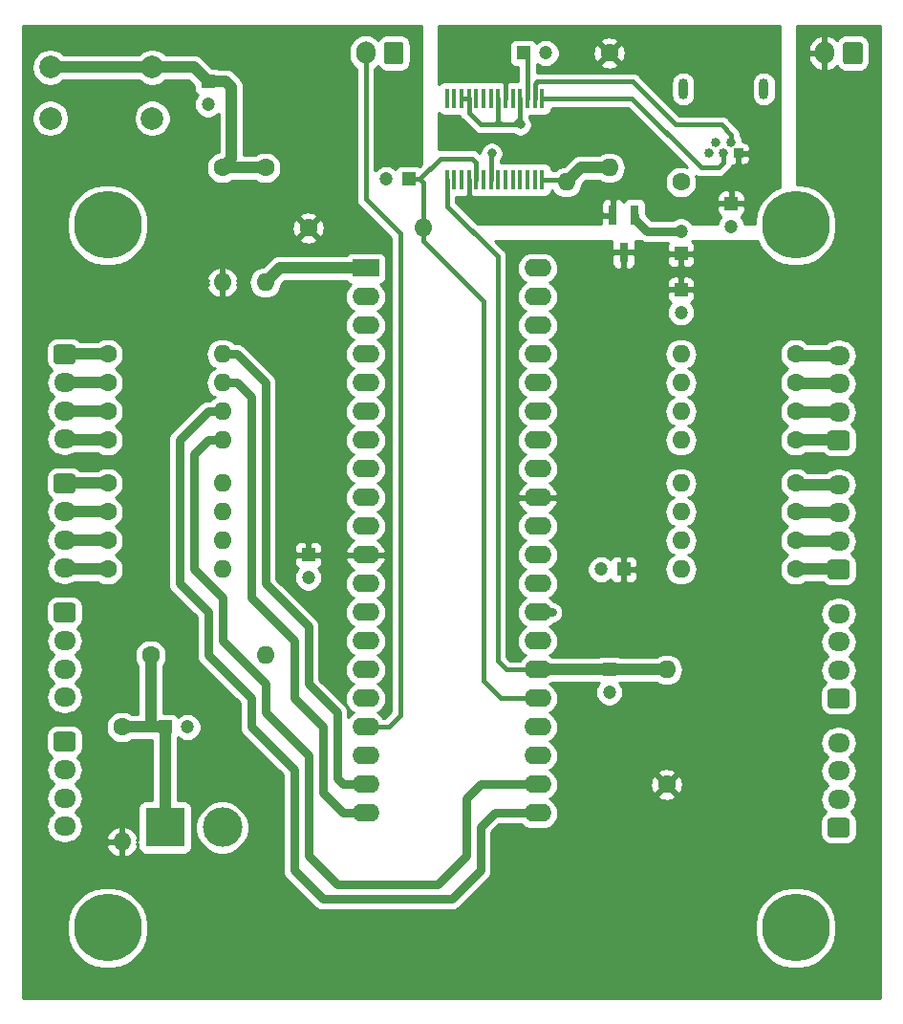
<source format=gbr>
G04 #@! TF.GenerationSoftware,KiCad,Pcbnew,5.1.0-060a0da~80~ubuntu16.04.1*
G04 #@! TF.CreationDate,2019-03-26T00:44:10-06:00*
G04 #@! TF.ProjectId,ARES_PCB_1,41524553-5f50-4434-925f-312e6b696361,rev?*
G04 #@! TF.SameCoordinates,Original*
G04 #@! TF.FileFunction,Copper,L1,Top*
G04 #@! TF.FilePolarity,Positive*
%FSLAX46Y46*%
G04 Gerber Fmt 4.6, Leading zero omitted, Abs format (unit mm)*
G04 Created by KiCad (PCBNEW 5.1.0-060a0da~80~ubuntu16.04.1) date 2019-03-26 00:44:10*
%MOMM*%
%LPD*%
G04 APERTURE LIST*
%ADD10C,6.000000*%
%ADD11C,2.000000*%
%ADD12C,1.600000*%
%ADD13O,1.600000X1.600000*%
%ADD14O,1.700000X2.000000*%
%ADD15C,0.020000*%
%ADD16C,1.700000*%
%ADD17C,3.500120*%
%ADD18R,3.500120X3.500120*%
%ADD19O,1.950000X1.700000*%
%ADD20C,1.200000*%
%ADD21R,1.200000X1.200000*%
%ADD22O,2.400000X1.600000*%
%ADD23R,2.400000X1.600000*%
%ADD24R,0.450000X1.750000*%
%ADD25R,0.800000X1.800000*%
%ADD26O,0.850000X1.850000*%
%ADD27C,0.840000*%
%ADD28R,0.840000X0.840000*%
%ADD29C,0.800000*%
%ADD30C,0.400000*%
%ADD31C,0.750000*%
%ADD32C,1.000000*%
%ADD33C,0.254000*%
G04 APERTURE END LIST*
D10*
X130810000Y-49530000D03*
X130810000Y-111760000D03*
X69850000Y-111760000D03*
X69850000Y-49530000D03*
D11*
X73810000Y-35560000D03*
X73810000Y-40060000D03*
X64770000Y-35560000D03*
X64770000Y-40060000D03*
D12*
X71120000Y-93980000D03*
D13*
X71120000Y-104140000D03*
X83820000Y-87630000D03*
D12*
X73660000Y-87630000D03*
D13*
X119380000Y-88900000D03*
D12*
X119380000Y-99060000D03*
D13*
X97790000Y-49784000D03*
D12*
X87630000Y-49784000D03*
D14*
X133390000Y-34290000D03*
D15*
G36*
X136514504Y-33291204D02*
G01*
X136538773Y-33294804D01*
X136562571Y-33300765D01*
X136585671Y-33309030D01*
X136607849Y-33319520D01*
X136628893Y-33332133D01*
X136648598Y-33346747D01*
X136666777Y-33363223D01*
X136683253Y-33381402D01*
X136697867Y-33401107D01*
X136710480Y-33422151D01*
X136720970Y-33444329D01*
X136729235Y-33467429D01*
X136735196Y-33491227D01*
X136738796Y-33515496D01*
X136740000Y-33540000D01*
X136740000Y-35040000D01*
X136738796Y-35064504D01*
X136735196Y-35088773D01*
X136729235Y-35112571D01*
X136720970Y-35135671D01*
X136710480Y-35157849D01*
X136697867Y-35178893D01*
X136683253Y-35198598D01*
X136666777Y-35216777D01*
X136648598Y-35233253D01*
X136628893Y-35247867D01*
X136607849Y-35260480D01*
X136585671Y-35270970D01*
X136562571Y-35279235D01*
X136538773Y-35285196D01*
X136514504Y-35288796D01*
X136490000Y-35290000D01*
X135290000Y-35290000D01*
X135265496Y-35288796D01*
X135241227Y-35285196D01*
X135217429Y-35279235D01*
X135194329Y-35270970D01*
X135172151Y-35260480D01*
X135151107Y-35247867D01*
X135131402Y-35233253D01*
X135113223Y-35216777D01*
X135096747Y-35198598D01*
X135082133Y-35178893D01*
X135069520Y-35157849D01*
X135059030Y-35135671D01*
X135050765Y-35112571D01*
X135044804Y-35088773D01*
X135041204Y-35064504D01*
X135040000Y-35040000D01*
X135040000Y-33540000D01*
X135041204Y-33515496D01*
X135044804Y-33491227D01*
X135050765Y-33467429D01*
X135059030Y-33444329D01*
X135069520Y-33422151D01*
X135082133Y-33401107D01*
X135096747Y-33381402D01*
X135113223Y-33363223D01*
X135131402Y-33346747D01*
X135151107Y-33332133D01*
X135172151Y-33319520D01*
X135194329Y-33309030D01*
X135217429Y-33300765D01*
X135241227Y-33294804D01*
X135265496Y-33291204D01*
X135290000Y-33290000D01*
X136490000Y-33290000D01*
X136514504Y-33291204D01*
X136514504Y-33291204D01*
G37*
D16*
X135890000Y-34290000D03*
D17*
X80010000Y-102870000D03*
D18*
X74930000Y-102870000D03*
D19*
X134620000Y-61080000D03*
X134620000Y-63580000D03*
X134620000Y-66080000D03*
D15*
G36*
X135369504Y-67731204D02*
G01*
X135393773Y-67734804D01*
X135417571Y-67740765D01*
X135440671Y-67749030D01*
X135462849Y-67759520D01*
X135483893Y-67772133D01*
X135503598Y-67786747D01*
X135521777Y-67803223D01*
X135538253Y-67821402D01*
X135552867Y-67841107D01*
X135565480Y-67862151D01*
X135575970Y-67884329D01*
X135584235Y-67907429D01*
X135590196Y-67931227D01*
X135593796Y-67955496D01*
X135595000Y-67980000D01*
X135595000Y-69180000D01*
X135593796Y-69204504D01*
X135590196Y-69228773D01*
X135584235Y-69252571D01*
X135575970Y-69275671D01*
X135565480Y-69297849D01*
X135552867Y-69318893D01*
X135538253Y-69338598D01*
X135521777Y-69356777D01*
X135503598Y-69373253D01*
X135483893Y-69387867D01*
X135462849Y-69400480D01*
X135440671Y-69410970D01*
X135417571Y-69419235D01*
X135393773Y-69425196D01*
X135369504Y-69428796D01*
X135345000Y-69430000D01*
X133895000Y-69430000D01*
X133870496Y-69428796D01*
X133846227Y-69425196D01*
X133822429Y-69419235D01*
X133799329Y-69410970D01*
X133777151Y-69400480D01*
X133756107Y-69387867D01*
X133736402Y-69373253D01*
X133718223Y-69356777D01*
X133701747Y-69338598D01*
X133687133Y-69318893D01*
X133674520Y-69297849D01*
X133664030Y-69275671D01*
X133655765Y-69252571D01*
X133649804Y-69228773D01*
X133646204Y-69204504D01*
X133645000Y-69180000D01*
X133645000Y-67980000D01*
X133646204Y-67955496D01*
X133649804Y-67931227D01*
X133655765Y-67907429D01*
X133664030Y-67884329D01*
X133674520Y-67862151D01*
X133687133Y-67841107D01*
X133701747Y-67821402D01*
X133718223Y-67803223D01*
X133736402Y-67786747D01*
X133756107Y-67772133D01*
X133777151Y-67759520D01*
X133799329Y-67749030D01*
X133822429Y-67740765D01*
X133846227Y-67734804D01*
X133870496Y-67731204D01*
X133895000Y-67730000D01*
X135345000Y-67730000D01*
X135369504Y-67731204D01*
X135369504Y-67731204D01*
G37*
D16*
X134620000Y-68580000D03*
D19*
X134620000Y-72510000D03*
X134620000Y-75010000D03*
X134620000Y-77510000D03*
D15*
G36*
X135369504Y-79161204D02*
G01*
X135393773Y-79164804D01*
X135417571Y-79170765D01*
X135440671Y-79179030D01*
X135462849Y-79189520D01*
X135483893Y-79202133D01*
X135503598Y-79216747D01*
X135521777Y-79233223D01*
X135538253Y-79251402D01*
X135552867Y-79271107D01*
X135565480Y-79292151D01*
X135575970Y-79314329D01*
X135584235Y-79337429D01*
X135590196Y-79361227D01*
X135593796Y-79385496D01*
X135595000Y-79410000D01*
X135595000Y-80610000D01*
X135593796Y-80634504D01*
X135590196Y-80658773D01*
X135584235Y-80682571D01*
X135575970Y-80705671D01*
X135565480Y-80727849D01*
X135552867Y-80748893D01*
X135538253Y-80768598D01*
X135521777Y-80786777D01*
X135503598Y-80803253D01*
X135483893Y-80817867D01*
X135462849Y-80830480D01*
X135440671Y-80840970D01*
X135417571Y-80849235D01*
X135393773Y-80855196D01*
X135369504Y-80858796D01*
X135345000Y-80860000D01*
X133895000Y-80860000D01*
X133870496Y-80858796D01*
X133846227Y-80855196D01*
X133822429Y-80849235D01*
X133799329Y-80840970D01*
X133777151Y-80830480D01*
X133756107Y-80817867D01*
X133736402Y-80803253D01*
X133718223Y-80786777D01*
X133701747Y-80768598D01*
X133687133Y-80748893D01*
X133674520Y-80727849D01*
X133664030Y-80705671D01*
X133655765Y-80682571D01*
X133649804Y-80658773D01*
X133646204Y-80634504D01*
X133645000Y-80610000D01*
X133645000Y-79410000D01*
X133646204Y-79385496D01*
X133649804Y-79361227D01*
X133655765Y-79337429D01*
X133664030Y-79314329D01*
X133674520Y-79292151D01*
X133687133Y-79271107D01*
X133701747Y-79251402D01*
X133718223Y-79233223D01*
X133736402Y-79216747D01*
X133756107Y-79202133D01*
X133777151Y-79189520D01*
X133799329Y-79179030D01*
X133822429Y-79170765D01*
X133846227Y-79164804D01*
X133870496Y-79161204D01*
X133895000Y-79160000D01*
X135345000Y-79160000D01*
X135369504Y-79161204D01*
X135369504Y-79161204D01*
G37*
D16*
X134620000Y-80010000D03*
D15*
G36*
X135369504Y-102021204D02*
G01*
X135393773Y-102024804D01*
X135417571Y-102030765D01*
X135440671Y-102039030D01*
X135462849Y-102049520D01*
X135483893Y-102062133D01*
X135503598Y-102076747D01*
X135521777Y-102093223D01*
X135538253Y-102111402D01*
X135552867Y-102131107D01*
X135565480Y-102152151D01*
X135575970Y-102174329D01*
X135584235Y-102197429D01*
X135590196Y-102221227D01*
X135593796Y-102245496D01*
X135595000Y-102270000D01*
X135595000Y-103470000D01*
X135593796Y-103494504D01*
X135590196Y-103518773D01*
X135584235Y-103542571D01*
X135575970Y-103565671D01*
X135565480Y-103587849D01*
X135552867Y-103608893D01*
X135538253Y-103628598D01*
X135521777Y-103646777D01*
X135503598Y-103663253D01*
X135483893Y-103677867D01*
X135462849Y-103690480D01*
X135440671Y-103700970D01*
X135417571Y-103709235D01*
X135393773Y-103715196D01*
X135369504Y-103718796D01*
X135345000Y-103720000D01*
X133895000Y-103720000D01*
X133870496Y-103718796D01*
X133846227Y-103715196D01*
X133822429Y-103709235D01*
X133799329Y-103700970D01*
X133777151Y-103690480D01*
X133756107Y-103677867D01*
X133736402Y-103663253D01*
X133718223Y-103646777D01*
X133701747Y-103628598D01*
X133687133Y-103608893D01*
X133674520Y-103587849D01*
X133664030Y-103565671D01*
X133655765Y-103542571D01*
X133649804Y-103518773D01*
X133646204Y-103494504D01*
X133645000Y-103470000D01*
X133645000Y-102270000D01*
X133646204Y-102245496D01*
X133649804Y-102221227D01*
X133655765Y-102197429D01*
X133664030Y-102174329D01*
X133674520Y-102152151D01*
X133687133Y-102131107D01*
X133701747Y-102111402D01*
X133718223Y-102093223D01*
X133736402Y-102076747D01*
X133756107Y-102062133D01*
X133777151Y-102049520D01*
X133799329Y-102039030D01*
X133822429Y-102030765D01*
X133846227Y-102024804D01*
X133870496Y-102021204D01*
X133895000Y-102020000D01*
X135345000Y-102020000D01*
X135369504Y-102021204D01*
X135369504Y-102021204D01*
G37*
D16*
X134620000Y-102870000D03*
D19*
X134620000Y-100370000D03*
X134620000Y-97870000D03*
X134620000Y-95370000D03*
X66040000Y-102750000D03*
X66040000Y-100250000D03*
X66040000Y-97750000D03*
D15*
G36*
X66789504Y-94401204D02*
G01*
X66813773Y-94404804D01*
X66837571Y-94410765D01*
X66860671Y-94419030D01*
X66882849Y-94429520D01*
X66903893Y-94442133D01*
X66923598Y-94456747D01*
X66941777Y-94473223D01*
X66958253Y-94491402D01*
X66972867Y-94511107D01*
X66985480Y-94532151D01*
X66995970Y-94554329D01*
X67004235Y-94577429D01*
X67010196Y-94601227D01*
X67013796Y-94625496D01*
X67015000Y-94650000D01*
X67015000Y-95850000D01*
X67013796Y-95874504D01*
X67010196Y-95898773D01*
X67004235Y-95922571D01*
X66995970Y-95945671D01*
X66985480Y-95967849D01*
X66972867Y-95988893D01*
X66958253Y-96008598D01*
X66941777Y-96026777D01*
X66923598Y-96043253D01*
X66903893Y-96057867D01*
X66882849Y-96070480D01*
X66860671Y-96080970D01*
X66837571Y-96089235D01*
X66813773Y-96095196D01*
X66789504Y-96098796D01*
X66765000Y-96100000D01*
X65315000Y-96100000D01*
X65290496Y-96098796D01*
X65266227Y-96095196D01*
X65242429Y-96089235D01*
X65219329Y-96080970D01*
X65197151Y-96070480D01*
X65176107Y-96057867D01*
X65156402Y-96043253D01*
X65138223Y-96026777D01*
X65121747Y-96008598D01*
X65107133Y-95988893D01*
X65094520Y-95967849D01*
X65084030Y-95945671D01*
X65075765Y-95922571D01*
X65069804Y-95898773D01*
X65066204Y-95874504D01*
X65065000Y-95850000D01*
X65065000Y-94650000D01*
X65066204Y-94625496D01*
X65069804Y-94601227D01*
X65075765Y-94577429D01*
X65084030Y-94554329D01*
X65094520Y-94532151D01*
X65107133Y-94511107D01*
X65121747Y-94491402D01*
X65138223Y-94473223D01*
X65156402Y-94456747D01*
X65176107Y-94442133D01*
X65197151Y-94429520D01*
X65219329Y-94419030D01*
X65242429Y-94410765D01*
X65266227Y-94404804D01*
X65290496Y-94401204D01*
X65315000Y-94400000D01*
X66765000Y-94400000D01*
X66789504Y-94401204D01*
X66789504Y-94401204D01*
G37*
D16*
X66040000Y-95250000D03*
D14*
X92710000Y-34290000D03*
D15*
G36*
X95834504Y-33291204D02*
G01*
X95858773Y-33294804D01*
X95882571Y-33300765D01*
X95905671Y-33309030D01*
X95927849Y-33319520D01*
X95948893Y-33332133D01*
X95968598Y-33346747D01*
X95986777Y-33363223D01*
X96003253Y-33381402D01*
X96017867Y-33401107D01*
X96030480Y-33422151D01*
X96040970Y-33444329D01*
X96049235Y-33467429D01*
X96055196Y-33491227D01*
X96058796Y-33515496D01*
X96060000Y-33540000D01*
X96060000Y-35040000D01*
X96058796Y-35064504D01*
X96055196Y-35088773D01*
X96049235Y-35112571D01*
X96040970Y-35135671D01*
X96030480Y-35157849D01*
X96017867Y-35178893D01*
X96003253Y-35198598D01*
X95986777Y-35216777D01*
X95968598Y-35233253D01*
X95948893Y-35247867D01*
X95927849Y-35260480D01*
X95905671Y-35270970D01*
X95882571Y-35279235D01*
X95858773Y-35285196D01*
X95834504Y-35288796D01*
X95810000Y-35290000D01*
X94610000Y-35290000D01*
X94585496Y-35288796D01*
X94561227Y-35285196D01*
X94537429Y-35279235D01*
X94514329Y-35270970D01*
X94492151Y-35260480D01*
X94471107Y-35247867D01*
X94451402Y-35233253D01*
X94433223Y-35216777D01*
X94416747Y-35198598D01*
X94402133Y-35178893D01*
X94389520Y-35157849D01*
X94379030Y-35135671D01*
X94370765Y-35112571D01*
X94364804Y-35088773D01*
X94361204Y-35064504D01*
X94360000Y-35040000D01*
X94360000Y-33540000D01*
X94361204Y-33515496D01*
X94364804Y-33491227D01*
X94370765Y-33467429D01*
X94379030Y-33444329D01*
X94389520Y-33422151D01*
X94402133Y-33401107D01*
X94416747Y-33381402D01*
X94433223Y-33363223D01*
X94451402Y-33346747D01*
X94471107Y-33332133D01*
X94492151Y-33319520D01*
X94514329Y-33309030D01*
X94537429Y-33300765D01*
X94561227Y-33294804D01*
X94585496Y-33291204D01*
X94610000Y-33290000D01*
X95810000Y-33290000D01*
X95834504Y-33291204D01*
X95834504Y-33291204D01*
G37*
D16*
X95210000Y-34290000D03*
D19*
X134620000Y-83940000D03*
X134620000Y-86440000D03*
X134620000Y-88940000D03*
D15*
G36*
X135369504Y-90591204D02*
G01*
X135393773Y-90594804D01*
X135417571Y-90600765D01*
X135440671Y-90609030D01*
X135462849Y-90619520D01*
X135483893Y-90632133D01*
X135503598Y-90646747D01*
X135521777Y-90663223D01*
X135538253Y-90681402D01*
X135552867Y-90701107D01*
X135565480Y-90722151D01*
X135575970Y-90744329D01*
X135584235Y-90767429D01*
X135590196Y-90791227D01*
X135593796Y-90815496D01*
X135595000Y-90840000D01*
X135595000Y-92040000D01*
X135593796Y-92064504D01*
X135590196Y-92088773D01*
X135584235Y-92112571D01*
X135575970Y-92135671D01*
X135565480Y-92157849D01*
X135552867Y-92178893D01*
X135538253Y-92198598D01*
X135521777Y-92216777D01*
X135503598Y-92233253D01*
X135483893Y-92247867D01*
X135462849Y-92260480D01*
X135440671Y-92270970D01*
X135417571Y-92279235D01*
X135393773Y-92285196D01*
X135369504Y-92288796D01*
X135345000Y-92290000D01*
X133895000Y-92290000D01*
X133870496Y-92288796D01*
X133846227Y-92285196D01*
X133822429Y-92279235D01*
X133799329Y-92270970D01*
X133777151Y-92260480D01*
X133756107Y-92247867D01*
X133736402Y-92233253D01*
X133718223Y-92216777D01*
X133701747Y-92198598D01*
X133687133Y-92178893D01*
X133674520Y-92157849D01*
X133664030Y-92135671D01*
X133655765Y-92112571D01*
X133649804Y-92088773D01*
X133646204Y-92064504D01*
X133645000Y-92040000D01*
X133645000Y-90840000D01*
X133646204Y-90815496D01*
X133649804Y-90791227D01*
X133655765Y-90767429D01*
X133664030Y-90744329D01*
X133674520Y-90722151D01*
X133687133Y-90701107D01*
X133701747Y-90681402D01*
X133718223Y-90663223D01*
X133736402Y-90646747D01*
X133756107Y-90632133D01*
X133777151Y-90619520D01*
X133799329Y-90609030D01*
X133822429Y-90600765D01*
X133846227Y-90594804D01*
X133870496Y-90591204D01*
X133895000Y-90590000D01*
X135345000Y-90590000D01*
X135369504Y-90591204D01*
X135369504Y-90591204D01*
G37*
D16*
X134620000Y-91440000D03*
D19*
X66040000Y-91320000D03*
X66040000Y-88820000D03*
X66040000Y-86320000D03*
D15*
G36*
X66789504Y-82971204D02*
G01*
X66813773Y-82974804D01*
X66837571Y-82980765D01*
X66860671Y-82989030D01*
X66882849Y-82999520D01*
X66903893Y-83012133D01*
X66923598Y-83026747D01*
X66941777Y-83043223D01*
X66958253Y-83061402D01*
X66972867Y-83081107D01*
X66985480Y-83102151D01*
X66995970Y-83124329D01*
X67004235Y-83147429D01*
X67010196Y-83171227D01*
X67013796Y-83195496D01*
X67015000Y-83220000D01*
X67015000Y-84420000D01*
X67013796Y-84444504D01*
X67010196Y-84468773D01*
X67004235Y-84492571D01*
X66995970Y-84515671D01*
X66985480Y-84537849D01*
X66972867Y-84558893D01*
X66958253Y-84578598D01*
X66941777Y-84596777D01*
X66923598Y-84613253D01*
X66903893Y-84627867D01*
X66882849Y-84640480D01*
X66860671Y-84650970D01*
X66837571Y-84659235D01*
X66813773Y-84665196D01*
X66789504Y-84668796D01*
X66765000Y-84670000D01*
X65315000Y-84670000D01*
X65290496Y-84668796D01*
X65266227Y-84665196D01*
X65242429Y-84659235D01*
X65219329Y-84650970D01*
X65197151Y-84640480D01*
X65176107Y-84627867D01*
X65156402Y-84613253D01*
X65138223Y-84596777D01*
X65121747Y-84578598D01*
X65107133Y-84558893D01*
X65094520Y-84537849D01*
X65084030Y-84515671D01*
X65075765Y-84492571D01*
X65069804Y-84468773D01*
X65066204Y-84444504D01*
X65065000Y-84420000D01*
X65065000Y-83220000D01*
X65066204Y-83195496D01*
X65069804Y-83171227D01*
X65075765Y-83147429D01*
X65084030Y-83124329D01*
X65094520Y-83102151D01*
X65107133Y-83081107D01*
X65121747Y-83061402D01*
X65138223Y-83043223D01*
X65156402Y-83026747D01*
X65176107Y-83012133D01*
X65197151Y-82999520D01*
X65219329Y-82989030D01*
X65242429Y-82980765D01*
X65266227Y-82974804D01*
X65290496Y-82971204D01*
X65315000Y-82970000D01*
X66765000Y-82970000D01*
X66789504Y-82971204D01*
X66789504Y-82971204D01*
G37*
D16*
X66040000Y-83820000D03*
D19*
X66040000Y-79890000D03*
X66040000Y-77390000D03*
X66040000Y-74890000D03*
D15*
G36*
X66789504Y-71541204D02*
G01*
X66813773Y-71544804D01*
X66837571Y-71550765D01*
X66860671Y-71559030D01*
X66882849Y-71569520D01*
X66903893Y-71582133D01*
X66923598Y-71596747D01*
X66941777Y-71613223D01*
X66958253Y-71631402D01*
X66972867Y-71651107D01*
X66985480Y-71672151D01*
X66995970Y-71694329D01*
X67004235Y-71717429D01*
X67010196Y-71741227D01*
X67013796Y-71765496D01*
X67015000Y-71790000D01*
X67015000Y-72990000D01*
X67013796Y-73014504D01*
X67010196Y-73038773D01*
X67004235Y-73062571D01*
X66995970Y-73085671D01*
X66985480Y-73107849D01*
X66972867Y-73128893D01*
X66958253Y-73148598D01*
X66941777Y-73166777D01*
X66923598Y-73183253D01*
X66903893Y-73197867D01*
X66882849Y-73210480D01*
X66860671Y-73220970D01*
X66837571Y-73229235D01*
X66813773Y-73235196D01*
X66789504Y-73238796D01*
X66765000Y-73240000D01*
X65315000Y-73240000D01*
X65290496Y-73238796D01*
X65266227Y-73235196D01*
X65242429Y-73229235D01*
X65219329Y-73220970D01*
X65197151Y-73210480D01*
X65176107Y-73197867D01*
X65156402Y-73183253D01*
X65138223Y-73166777D01*
X65121747Y-73148598D01*
X65107133Y-73128893D01*
X65094520Y-73107849D01*
X65084030Y-73085671D01*
X65075765Y-73062571D01*
X65069804Y-73038773D01*
X65066204Y-73014504D01*
X65065000Y-72990000D01*
X65065000Y-71790000D01*
X65066204Y-71765496D01*
X65069804Y-71741227D01*
X65075765Y-71717429D01*
X65084030Y-71694329D01*
X65094520Y-71672151D01*
X65107133Y-71651107D01*
X65121747Y-71631402D01*
X65138223Y-71613223D01*
X65156402Y-71596747D01*
X65176107Y-71582133D01*
X65197151Y-71569520D01*
X65219329Y-71559030D01*
X65242429Y-71550765D01*
X65266227Y-71544804D01*
X65290496Y-71541204D01*
X65315000Y-71540000D01*
X66765000Y-71540000D01*
X66789504Y-71541204D01*
X66789504Y-71541204D01*
G37*
D16*
X66040000Y-72390000D03*
D19*
X66040000Y-68460000D03*
X66040000Y-65960000D03*
X66040000Y-63460000D03*
D15*
G36*
X66789504Y-60111204D02*
G01*
X66813773Y-60114804D01*
X66837571Y-60120765D01*
X66860671Y-60129030D01*
X66882849Y-60139520D01*
X66903893Y-60152133D01*
X66923598Y-60166747D01*
X66941777Y-60183223D01*
X66958253Y-60201402D01*
X66972867Y-60221107D01*
X66985480Y-60242151D01*
X66995970Y-60264329D01*
X67004235Y-60287429D01*
X67010196Y-60311227D01*
X67013796Y-60335496D01*
X67015000Y-60360000D01*
X67015000Y-61560000D01*
X67013796Y-61584504D01*
X67010196Y-61608773D01*
X67004235Y-61632571D01*
X66995970Y-61655671D01*
X66985480Y-61677849D01*
X66972867Y-61698893D01*
X66958253Y-61718598D01*
X66941777Y-61736777D01*
X66923598Y-61753253D01*
X66903893Y-61767867D01*
X66882849Y-61780480D01*
X66860671Y-61790970D01*
X66837571Y-61799235D01*
X66813773Y-61805196D01*
X66789504Y-61808796D01*
X66765000Y-61810000D01*
X65315000Y-61810000D01*
X65290496Y-61808796D01*
X65266227Y-61805196D01*
X65242429Y-61799235D01*
X65219329Y-61790970D01*
X65197151Y-61780480D01*
X65176107Y-61767867D01*
X65156402Y-61753253D01*
X65138223Y-61736777D01*
X65121747Y-61718598D01*
X65107133Y-61698893D01*
X65094520Y-61677849D01*
X65084030Y-61655671D01*
X65075765Y-61632571D01*
X65069804Y-61608773D01*
X65066204Y-61584504D01*
X65065000Y-61560000D01*
X65065000Y-60360000D01*
X65066204Y-60335496D01*
X65069804Y-60311227D01*
X65075765Y-60287429D01*
X65084030Y-60264329D01*
X65094520Y-60242151D01*
X65107133Y-60221107D01*
X65121747Y-60201402D01*
X65138223Y-60183223D01*
X65156402Y-60166747D01*
X65176107Y-60152133D01*
X65197151Y-60139520D01*
X65219329Y-60129030D01*
X65242429Y-60120765D01*
X65266227Y-60114804D01*
X65290496Y-60111204D01*
X65315000Y-60110000D01*
X66765000Y-60110000D01*
X66789504Y-60111204D01*
X66789504Y-60111204D01*
G37*
D16*
X66040000Y-60960000D03*
D20*
X76930000Y-93980000D03*
D21*
X74930000Y-93980000D03*
D20*
X114300000Y-90900000D03*
D21*
X114300000Y-88900000D03*
D20*
X94520000Y-45466000D03*
D21*
X96520000Y-45466000D03*
D20*
X78740000Y-38830000D03*
D21*
X78740000Y-36830000D03*
D22*
X107950000Y-53340000D03*
X92710000Y-101600000D03*
X107950000Y-55880000D03*
X92710000Y-99060000D03*
X107950000Y-58420000D03*
X92710000Y-96520000D03*
X107950000Y-60960000D03*
X92710000Y-93980000D03*
X107950000Y-63500000D03*
X92710000Y-91440000D03*
X107950000Y-66040000D03*
X92710000Y-88900000D03*
X107950000Y-68580000D03*
X92710000Y-86360000D03*
X107950000Y-71120000D03*
X92710000Y-83820000D03*
X107950000Y-73660000D03*
X92710000Y-81280000D03*
X107950000Y-76200000D03*
X92710000Y-78740000D03*
X107950000Y-78740000D03*
X92710000Y-76200000D03*
X107950000Y-81280000D03*
X92710000Y-73660000D03*
X107950000Y-83820000D03*
X92710000Y-71120000D03*
X107950000Y-86360000D03*
X92710000Y-68580000D03*
X107950000Y-88900000D03*
X92710000Y-66040000D03*
X107950000Y-91440000D03*
X92710000Y-63500000D03*
X107950000Y-93980000D03*
X92710000Y-60960000D03*
X107950000Y-96520000D03*
X92710000Y-58420000D03*
X107950000Y-99060000D03*
X92710000Y-55880000D03*
X107950000Y-101600000D03*
D23*
X92710000Y-53340000D03*
D24*
X99915000Y-38310000D03*
X100565000Y-38310000D03*
X101215000Y-38310000D03*
X101865000Y-38310000D03*
X102515000Y-38310000D03*
X103165000Y-38310000D03*
X103815000Y-38310000D03*
X104465000Y-38310000D03*
X105115000Y-38310000D03*
X105765000Y-38310000D03*
X106415000Y-38310000D03*
X107065000Y-38310000D03*
X107715000Y-38310000D03*
X108365000Y-38310000D03*
X108365000Y-45510000D03*
X107715000Y-45510000D03*
X107065000Y-45510000D03*
X106415000Y-45510000D03*
X105765000Y-45510000D03*
X105115000Y-45510000D03*
X104465000Y-45510000D03*
X103815000Y-45510000D03*
X103165000Y-45510000D03*
X102515000Y-45510000D03*
X101865000Y-45510000D03*
X101215000Y-45510000D03*
X100565000Y-45510000D03*
X99915000Y-45510000D03*
D13*
X120650000Y-60960000D03*
D12*
X130810000Y-60960000D03*
D13*
X120650000Y-63500000D03*
D12*
X130810000Y-63500000D03*
D13*
X120650000Y-66040000D03*
D12*
X130810000Y-66040000D03*
D13*
X120650000Y-68580000D03*
D12*
X130810000Y-68580000D03*
D13*
X120650000Y-72390000D03*
D12*
X130810000Y-72390000D03*
D13*
X120650000Y-74930000D03*
D12*
X130810000Y-74930000D03*
D13*
X120650000Y-77470000D03*
D12*
X130810000Y-77470000D03*
D13*
X120650000Y-80010000D03*
D12*
X130810000Y-80010000D03*
D13*
X110490000Y-45720000D03*
D12*
X120650000Y-45720000D03*
D13*
X80010000Y-54610000D03*
D12*
X80010000Y-44450000D03*
D13*
X114300000Y-44450000D03*
D12*
X114300000Y-34290000D03*
D13*
X83820000Y-54610000D03*
D12*
X83820000Y-44450000D03*
D13*
X80010000Y-80010000D03*
D12*
X69850000Y-80010000D03*
D13*
X80010000Y-77470000D03*
D12*
X69850000Y-77470000D03*
D13*
X80010000Y-74930000D03*
D12*
X69850000Y-74930000D03*
D13*
X80010000Y-72390000D03*
D12*
X69850000Y-72390000D03*
D13*
X80010000Y-68580000D03*
D12*
X69850000Y-68580000D03*
X69850000Y-66040000D03*
D13*
X80010000Y-66040000D03*
X80010000Y-63500000D03*
D12*
X69850000Y-63500000D03*
D13*
X80010000Y-60960000D03*
D12*
X69850000Y-60960000D03*
D25*
X115570000Y-51942000D03*
X114620000Y-48642000D03*
X116520000Y-48642000D03*
D26*
X120855000Y-37465000D03*
X128005000Y-37465000D03*
D27*
X123130000Y-43180000D03*
X123780000Y-42180000D03*
X124430000Y-43180000D03*
X125080000Y-42180000D03*
D28*
X125730000Y-43180000D03*
D20*
X125095000Y-49625000D03*
D21*
X125095000Y-47625000D03*
D20*
X113570000Y-80010000D03*
D21*
X115570000Y-80010000D03*
D20*
X87630000Y-80740000D03*
D21*
X87630000Y-78740000D03*
D20*
X120650000Y-57245000D03*
D21*
X120650000Y-55245000D03*
D20*
X120650000Y-50070000D03*
D21*
X120650000Y-52070000D03*
D20*
X108680000Y-34290000D03*
D21*
X106680000Y-34290000D03*
D29*
X106426000Y-40640000D03*
X103886000Y-43180000D03*
D30*
X103815000Y-43251000D02*
X103886000Y-43180000D01*
X103815000Y-45510000D02*
X103815000Y-43251000D01*
X106415000Y-40629000D02*
X106426000Y-40640000D01*
X101865000Y-39585000D02*
X102920000Y-40640000D01*
X105860315Y-40640000D02*
X106426000Y-40640000D01*
X101865000Y-38310000D02*
X101865000Y-39585000D01*
X101215000Y-38310000D02*
X101865000Y-38310000D01*
X104465000Y-38310000D02*
X104465000Y-40315000D01*
X104790000Y-40640000D02*
X106426000Y-40640000D01*
X104465000Y-40315000D02*
X104790000Y-40640000D01*
X104140000Y-40640000D02*
X105860315Y-40640000D01*
X104465000Y-40315000D02*
X104140000Y-40640000D01*
X102920000Y-40640000D02*
X104140000Y-40640000D01*
X106415000Y-40085315D02*
X105860315Y-40640000D01*
X106415000Y-39635000D02*
X106415000Y-40085315D01*
X106415000Y-38310000D02*
X106415000Y-39635000D01*
X106415000Y-39635000D02*
X106415000Y-40629000D01*
X107065000Y-34675000D02*
X106680000Y-34290000D01*
X107065000Y-38310000D02*
X107065000Y-34675000D01*
D31*
X116520000Y-48642000D02*
X116520000Y-48956000D01*
X117634000Y-50070000D02*
X120650000Y-50070000D01*
X116520000Y-48956000D02*
X117634000Y-50070000D01*
D30*
X105115000Y-38310000D02*
X105115000Y-36871000D01*
X101865000Y-46785000D02*
X101854000Y-46796000D01*
X101865000Y-45510000D02*
X101865000Y-46785000D01*
D32*
X66160000Y-68580000D02*
X66040000Y-68460000D01*
X69850000Y-68580000D02*
X66160000Y-68580000D01*
X66120000Y-66040000D02*
X66040000Y-65960000D01*
X69850000Y-66040000D02*
X66120000Y-66040000D01*
X66080000Y-63500000D02*
X66040000Y-63460000D01*
X69850000Y-63500000D02*
X66080000Y-63500000D01*
X69850000Y-60960000D02*
X66040000Y-60960000D01*
X66160000Y-80010000D02*
X66040000Y-79890000D01*
X69850000Y-80010000D02*
X66160000Y-80010000D01*
X66120000Y-77470000D02*
X66040000Y-77390000D01*
X69850000Y-77470000D02*
X66120000Y-77470000D01*
X66080000Y-74930000D02*
X66040000Y-74890000D01*
X69850000Y-74930000D02*
X66080000Y-74930000D01*
X69850000Y-72390000D02*
X66040000Y-72390000D01*
D30*
X94742000Y-93980000D02*
X92710000Y-93980000D01*
X92710000Y-34290000D02*
X92710000Y-47244000D01*
X95758000Y-92964000D02*
X94742000Y-93980000D01*
X92710000Y-47244000D02*
X95758000Y-50292000D01*
X95758000Y-50292000D02*
X95758000Y-92964000D01*
X124430000Y-43180000D02*
X124430000Y-43972000D01*
X124430000Y-43972000D02*
X123952000Y-44450000D01*
X123952000Y-44450000D02*
X122428000Y-44450000D01*
X116288000Y-38310000D02*
X108365000Y-38310000D01*
X122428000Y-44450000D02*
X116288000Y-38310000D01*
X125080000Y-42180000D02*
X125080000Y-41514000D01*
X125080000Y-41514000D02*
X124206000Y-40640000D01*
X124206000Y-40640000D02*
X120142000Y-40640000D01*
X120142000Y-40640000D02*
X116332000Y-36830000D01*
X107715000Y-37035000D02*
X107715000Y-38310000D01*
X107920000Y-36830000D02*
X107715000Y-37035000D01*
X116332000Y-36830000D02*
X107920000Y-36830000D01*
D32*
X130930000Y-72510000D02*
X130810000Y-72390000D01*
X134620000Y-72510000D02*
X130930000Y-72510000D01*
X130890000Y-75010000D02*
X130810000Y-74930000D01*
X134620000Y-75010000D02*
X130890000Y-75010000D01*
X130850000Y-77510000D02*
X130810000Y-77470000D01*
X134620000Y-77510000D02*
X130850000Y-77510000D01*
X134620000Y-80010000D02*
X130810000Y-80010000D01*
X130930000Y-61080000D02*
X130810000Y-60960000D01*
X134620000Y-61080000D02*
X130930000Y-61080000D01*
X130890000Y-63580000D02*
X130810000Y-63500000D01*
X134620000Y-63580000D02*
X130890000Y-63580000D01*
X130850000Y-66080000D02*
X130810000Y-66040000D01*
X134620000Y-66080000D02*
X130850000Y-66080000D01*
X134620000Y-68580000D02*
X130810000Y-68580000D01*
D31*
X90760000Y-99060000D02*
X90170000Y-98470000D01*
X92710000Y-99060000D02*
X90760000Y-99060000D01*
X90170000Y-98470000D02*
X90170000Y-92710000D01*
X90170000Y-92710000D02*
X87630000Y-90170000D01*
X87630000Y-90170000D02*
X87630000Y-85090000D01*
X87630000Y-85090000D02*
X83820000Y-81280000D01*
X83820000Y-81280000D02*
X83820000Y-63500000D01*
X83820000Y-63500000D02*
X81280000Y-60960000D01*
X81280000Y-60960000D02*
X80010000Y-60960000D01*
X82550000Y-64770000D02*
X81280000Y-63500000D01*
X82550000Y-82550000D02*
X82550000Y-64770000D01*
X81280000Y-63500000D02*
X80010000Y-63500000D01*
X86360000Y-86360000D02*
X82550000Y-82550000D01*
X86360000Y-91440000D02*
X86360000Y-86360000D01*
X88900000Y-93980000D02*
X86360000Y-91440000D01*
X90760000Y-101600000D02*
X88900000Y-99740000D01*
X92710000Y-101600000D02*
X90760000Y-101600000D01*
X88900000Y-99740000D02*
X88900000Y-93980000D01*
X76200000Y-68580000D02*
X78740000Y-66040000D01*
X76200000Y-81280000D02*
X76200000Y-68580000D01*
X78740000Y-87630000D02*
X78740000Y-83820000D01*
X102870000Y-106680000D02*
X100330000Y-109220000D01*
X82550000Y-93980000D02*
X82550000Y-91440000D01*
X100330000Y-109220000D02*
X88900000Y-109220000D01*
X104140000Y-101600000D02*
X102870000Y-102870000D01*
X82550000Y-91440000D02*
X78740000Y-87630000D01*
X102870000Y-102870000D02*
X102870000Y-106680000D01*
X88900000Y-109220000D02*
X86360000Y-106680000D01*
X78740000Y-83820000D02*
X76200000Y-81280000D01*
X107950000Y-101600000D02*
X104140000Y-101600000D01*
X86360000Y-106680000D02*
X86360000Y-97790000D01*
X78740000Y-66040000D02*
X80010000Y-66040000D01*
X86360000Y-97790000D02*
X82550000Y-93980000D01*
X102870000Y-99060000D02*
X107950000Y-99060000D01*
X101600000Y-100330000D02*
X102870000Y-99060000D01*
X101600000Y-105410000D02*
X101600000Y-100330000D01*
X90170000Y-107950000D02*
X99060000Y-107950000D01*
X77470000Y-80010000D02*
X80010000Y-82550000D01*
X87630000Y-96520000D02*
X87630000Y-105410000D01*
X78740000Y-68580000D02*
X77470000Y-69850000D01*
X87630000Y-105410000D02*
X90170000Y-107950000D01*
X99060000Y-107950000D02*
X101600000Y-105410000D01*
X80010000Y-68580000D02*
X78740000Y-68580000D01*
X83820000Y-92710000D02*
X87630000Y-96520000D01*
X80010000Y-82550000D02*
X80010000Y-86360000D01*
X77470000Y-69850000D02*
X77470000Y-80010000D01*
X80010000Y-86360000D02*
X83820000Y-90170000D01*
X83820000Y-90170000D02*
X83820000Y-92710000D01*
X107950000Y-83820000D02*
X108350000Y-83820000D01*
X108350000Y-83820000D02*
X109220000Y-83820000D01*
D32*
X111760000Y-44450000D02*
X110490000Y-45720000D01*
X114300000Y-44450000D02*
X111760000Y-44450000D01*
D30*
X110280000Y-45510000D02*
X110490000Y-45720000D01*
X108365000Y-45510000D02*
X110280000Y-45510000D01*
D32*
X107950000Y-71120000D02*
X108350000Y-71120000D01*
X64770000Y-35560000D02*
X73810000Y-35560000D01*
X77470000Y-35560000D02*
X78740000Y-36830000D01*
X73810000Y-35560000D02*
X77470000Y-35560000D01*
X80340000Y-36830000D02*
X78740000Y-36830000D01*
X80809999Y-37299999D02*
X80340000Y-36830000D01*
X80809999Y-43650001D02*
X80809999Y-37299999D01*
X80010000Y-44450000D02*
X80809999Y-43650001D01*
X80010000Y-44450000D02*
X83820000Y-44450000D01*
D30*
X97520000Y-45466000D02*
X96520000Y-45466000D01*
X99379010Y-43606990D02*
X97520000Y-45466000D01*
X102113532Y-43606990D02*
X99379010Y-43606990D01*
X102515000Y-44008458D02*
X102113532Y-43606990D01*
X102515000Y-45510000D02*
X102515000Y-44008458D01*
X97790000Y-45736000D02*
X97790000Y-49784000D01*
X97520000Y-45466000D02*
X97790000Y-45736000D01*
X104648000Y-91440000D02*
X107950000Y-91440000D01*
X97790000Y-49784000D02*
X97790000Y-50915370D01*
X97790000Y-50915370D02*
X103124000Y-56249370D01*
X103124000Y-56249370D02*
X103124000Y-89916000D01*
X103124000Y-89916000D02*
X104648000Y-91440000D01*
D32*
X119380000Y-88900000D02*
X114300000Y-88900000D01*
X114300000Y-88900000D02*
X107950000Y-88900000D01*
D30*
X105156000Y-88900000D02*
X107950000Y-88900000D01*
X104394000Y-88138000D02*
X105156000Y-88900000D01*
X99915000Y-47845000D02*
X104394000Y-52324000D01*
X99915000Y-45510000D02*
X99915000Y-47845000D01*
X104394000Y-52324000D02*
X104394000Y-88138000D01*
D32*
X74930000Y-93980000D02*
X74930000Y-102870000D01*
X73660000Y-87630000D02*
X73660000Y-93980000D01*
X73660000Y-93980000D02*
X74930000Y-93980000D01*
X71120000Y-93980000D02*
X73660000Y-93980000D01*
X85090000Y-53340000D02*
X83820000Y-54610000D01*
X92710000Y-53340000D02*
X85090000Y-53340000D01*
D33*
G36*
X129413000Y-46174161D02*
G01*
X129088182Y-46308705D01*
X128492823Y-46706511D01*
X127986511Y-47212823D01*
X127588705Y-47808182D01*
X127314691Y-48469710D01*
X127175000Y-49171984D01*
X127175000Y-49403000D01*
X126310037Y-49403000D01*
X126282540Y-49264764D01*
X126189443Y-49040008D01*
X126054287Y-48837733D01*
X125999053Y-48782499D01*
X126049494Y-48755537D01*
X126146185Y-48676185D01*
X126225537Y-48579494D01*
X126284502Y-48469180D01*
X126320812Y-48349482D01*
X126333072Y-48225000D01*
X126330000Y-47910750D01*
X126171250Y-47752000D01*
X125222000Y-47752000D01*
X125222000Y-47772000D01*
X124968000Y-47772000D01*
X124968000Y-47752000D01*
X124018750Y-47752000D01*
X123860000Y-47910750D01*
X123856928Y-48225000D01*
X123869188Y-48349482D01*
X123905498Y-48469180D01*
X123964463Y-48579494D01*
X124043815Y-48676185D01*
X124140506Y-48755537D01*
X124190947Y-48782499D01*
X124135713Y-48837733D01*
X124000557Y-49040008D01*
X123907460Y-49264764D01*
X123879963Y-49403000D01*
X121689647Y-49403000D01*
X121609287Y-49282733D01*
X121437267Y-49110713D01*
X121234992Y-48975557D01*
X121010236Y-48882460D01*
X120771637Y-48835000D01*
X120528363Y-48835000D01*
X120289764Y-48882460D01*
X120065008Y-48975557D01*
X119938630Y-49060000D01*
X118052356Y-49060000D01*
X117558072Y-48565717D01*
X117558072Y-47742000D01*
X117545812Y-47617518D01*
X117509502Y-47497820D01*
X117450537Y-47387506D01*
X117371185Y-47290815D01*
X117274494Y-47211463D01*
X117164180Y-47152498D01*
X117044482Y-47116188D01*
X116920000Y-47103928D01*
X116120000Y-47103928D01*
X115995518Y-47116188D01*
X115875820Y-47152498D01*
X115765506Y-47211463D01*
X115668815Y-47290815D01*
X115589463Y-47387506D01*
X115570000Y-47423918D01*
X115550537Y-47387506D01*
X115471185Y-47290815D01*
X115374494Y-47211463D01*
X115264180Y-47152498D01*
X115144482Y-47116188D01*
X115020000Y-47103928D01*
X114905750Y-47107000D01*
X114747000Y-47265750D01*
X114747000Y-48515000D01*
X114767000Y-48515000D01*
X114767000Y-48769000D01*
X114747000Y-48769000D01*
X114747000Y-48789000D01*
X114493000Y-48789000D01*
X114493000Y-48769000D01*
X113743750Y-48769000D01*
X113585000Y-48927750D01*
X113582623Y-49403000D01*
X102653868Y-49403000D01*
X100992868Y-47742000D01*
X113581928Y-47742000D01*
X113585000Y-48356250D01*
X113743750Y-48515000D01*
X114493000Y-48515000D01*
X114493000Y-47265750D01*
X114334250Y-47107000D01*
X114220000Y-47103928D01*
X114095518Y-47116188D01*
X113975820Y-47152498D01*
X113865506Y-47211463D01*
X113768815Y-47290815D01*
X113689463Y-47387506D01*
X113630498Y-47497820D01*
X113594188Y-47617518D01*
X113581928Y-47742000D01*
X100992868Y-47742000D01*
X100750000Y-47499133D01*
X100750000Y-47023072D01*
X100790000Y-47023072D01*
X100890000Y-47013223D01*
X100990000Y-47023072D01*
X101440000Y-47023072D01*
X101542838Y-47012944D01*
X101608250Y-47020000D01*
X101640497Y-46987753D01*
X101684180Y-46974502D01*
X101794494Y-46915537D01*
X101865000Y-46857674D01*
X101935506Y-46915537D01*
X102045820Y-46974502D01*
X102089503Y-46987753D01*
X102121750Y-47020000D01*
X102187162Y-47012944D01*
X102290000Y-47023072D01*
X102740000Y-47023072D01*
X102840000Y-47013223D01*
X102940000Y-47023072D01*
X103390000Y-47023072D01*
X103490000Y-47013223D01*
X103590000Y-47023072D01*
X104040000Y-47023072D01*
X104140000Y-47013223D01*
X104240000Y-47023072D01*
X104690000Y-47023072D01*
X104790000Y-47013223D01*
X104890000Y-47023072D01*
X105340000Y-47023072D01*
X105440000Y-47013223D01*
X105540000Y-47023072D01*
X105990000Y-47023072D01*
X106090000Y-47013223D01*
X106190000Y-47023072D01*
X106640000Y-47023072D01*
X106740000Y-47013223D01*
X106840000Y-47023072D01*
X107290000Y-47023072D01*
X107390000Y-47013223D01*
X107490000Y-47023072D01*
X107940000Y-47023072D01*
X108040000Y-47013223D01*
X108140000Y-47023072D01*
X108590000Y-47023072D01*
X108714482Y-47010812D01*
X108834180Y-46974502D01*
X108944494Y-46915537D01*
X109041185Y-46836185D01*
X109120537Y-46739494D01*
X109179502Y-46629180D01*
X109215812Y-46509482D01*
X109226555Y-46400405D01*
X109291068Y-46521101D01*
X109470392Y-46739608D01*
X109688899Y-46918932D01*
X109938192Y-47052182D01*
X110208691Y-47134236D01*
X110419508Y-47155000D01*
X110560492Y-47155000D01*
X110771309Y-47134236D01*
X111041808Y-47052182D01*
X111291101Y-46918932D01*
X111509608Y-46739608D01*
X111688932Y-46521101D01*
X111822182Y-46271808D01*
X111904236Y-46001309D01*
X111914114Y-45901017D01*
X112230132Y-45585000D01*
X113420998Y-45585000D01*
X113498899Y-45648932D01*
X113748192Y-45782182D01*
X114018691Y-45864236D01*
X114229508Y-45885000D01*
X114370492Y-45885000D01*
X114581309Y-45864236D01*
X114851808Y-45782182D01*
X115101101Y-45648932D01*
X115319608Y-45469608D01*
X115498932Y-45251101D01*
X115632182Y-45001808D01*
X115714236Y-44731309D01*
X115741943Y-44450000D01*
X115714236Y-44168691D01*
X115632182Y-43898192D01*
X115498932Y-43648899D01*
X115319608Y-43430392D01*
X115101101Y-43251068D01*
X114851808Y-43117818D01*
X114581309Y-43035764D01*
X114370492Y-43015000D01*
X114229508Y-43015000D01*
X114018691Y-43035764D01*
X113748192Y-43117818D01*
X113498899Y-43251068D01*
X113420998Y-43315000D01*
X111815743Y-43315000D01*
X111759999Y-43309510D01*
X111704255Y-43315000D01*
X111704248Y-43315000D01*
X111558493Y-43329356D01*
X111537500Y-43331423D01*
X111497069Y-43343688D01*
X111323553Y-43396324D01*
X111126377Y-43501716D01*
X110953551Y-43643551D01*
X110918008Y-43686860D01*
X110308983Y-44295886D01*
X110208691Y-44305764D01*
X109938192Y-44387818D01*
X109688899Y-44521068D01*
X109501332Y-44675000D01*
X109228072Y-44675000D01*
X109228072Y-44635000D01*
X109215812Y-44510518D01*
X109179502Y-44390820D01*
X109120537Y-44280506D01*
X109041185Y-44183815D01*
X108944494Y-44104463D01*
X108834180Y-44045498D01*
X108714482Y-44009188D01*
X108590000Y-43996928D01*
X108140000Y-43996928D01*
X108040000Y-44006777D01*
X107940000Y-43996928D01*
X107490000Y-43996928D01*
X107390000Y-44006777D01*
X107290000Y-43996928D01*
X106840000Y-43996928D01*
X106740000Y-44006777D01*
X106640000Y-43996928D01*
X106190000Y-43996928D01*
X106090000Y-44006777D01*
X105990000Y-43996928D01*
X105540000Y-43996928D01*
X105440000Y-44006777D01*
X105340000Y-43996928D01*
X104890000Y-43996928D01*
X104790000Y-44006777D01*
X104690000Y-43996928D01*
X104650000Y-43996928D01*
X104650000Y-43879711D01*
X104689937Y-43839774D01*
X104803205Y-43670256D01*
X104881226Y-43481898D01*
X104921000Y-43281939D01*
X104921000Y-43078061D01*
X104881226Y-42878102D01*
X104803205Y-42689744D01*
X104689937Y-42520226D01*
X104545774Y-42376063D01*
X104376256Y-42262795D01*
X104187898Y-42184774D01*
X103987939Y-42145000D01*
X103784061Y-42145000D01*
X103584102Y-42184774D01*
X103395744Y-42262795D01*
X103226226Y-42376063D01*
X103082063Y-42520226D01*
X102968795Y-42689744D01*
X102890774Y-42878102D01*
X102851000Y-43078061D01*
X102851000Y-43163591D01*
X102732978Y-43045569D01*
X102706823Y-43013699D01*
X102579678Y-42909354D01*
X102434619Y-42831818D01*
X102277221Y-42784072D01*
X102154551Y-42771990D01*
X102154550Y-42771990D01*
X102113532Y-42767950D01*
X102072514Y-42771990D01*
X99420028Y-42771990D01*
X99379009Y-42767950D01*
X99215321Y-42784072D01*
X99187000Y-42792663D01*
X99187000Y-39573048D01*
X99238815Y-39636185D01*
X99335506Y-39715537D01*
X99445820Y-39774502D01*
X99565518Y-39810812D01*
X99690000Y-39823072D01*
X100140000Y-39823072D01*
X100240000Y-39813223D01*
X100340000Y-39823072D01*
X100790000Y-39823072D01*
X100890000Y-39813223D01*
X100990000Y-39823072D01*
X101064646Y-39823072D01*
X101089828Y-39906086D01*
X101167364Y-40051145D01*
X101167365Y-40051146D01*
X101271710Y-40178291D01*
X101303574Y-40204441D01*
X102300558Y-41201426D01*
X102326709Y-41233291D01*
X102453854Y-41337636D01*
X102598913Y-41415172D01*
X102756311Y-41462918D01*
X102878981Y-41475000D01*
X102878991Y-41475000D01*
X102919999Y-41479039D01*
X102961007Y-41475000D01*
X104098982Y-41475000D01*
X104140000Y-41479040D01*
X104181018Y-41475000D01*
X104748991Y-41475000D01*
X104789999Y-41479039D01*
X104831007Y-41475000D01*
X105812715Y-41475000D01*
X105935744Y-41557205D01*
X106124102Y-41635226D01*
X106324061Y-41675000D01*
X106527939Y-41675000D01*
X106727898Y-41635226D01*
X106916256Y-41557205D01*
X107085774Y-41443937D01*
X107229937Y-41299774D01*
X107343205Y-41130256D01*
X107421226Y-40941898D01*
X107461000Y-40741939D01*
X107461000Y-40538061D01*
X107421226Y-40338102D01*
X107343205Y-40149744D01*
X107250000Y-40010252D01*
X107250000Y-39823072D01*
X107290000Y-39823072D01*
X107390000Y-39813223D01*
X107490000Y-39823072D01*
X107940000Y-39823072D01*
X108040000Y-39813223D01*
X108140000Y-39823072D01*
X108590000Y-39823072D01*
X108714482Y-39810812D01*
X108834180Y-39774502D01*
X108944494Y-39715537D01*
X109041185Y-39636185D01*
X109120537Y-39539494D01*
X109179502Y-39429180D01*
X109215812Y-39309482D01*
X109228072Y-39185000D01*
X109228072Y-39145000D01*
X115942133Y-39145000D01*
X121185861Y-44388729D01*
X121068574Y-44340147D01*
X120791335Y-44285000D01*
X120508665Y-44285000D01*
X120231426Y-44340147D01*
X119970273Y-44448320D01*
X119735241Y-44605363D01*
X119535363Y-44805241D01*
X119378320Y-45040273D01*
X119270147Y-45301426D01*
X119215000Y-45578665D01*
X119215000Y-45861335D01*
X119270147Y-46138574D01*
X119378320Y-46399727D01*
X119535363Y-46634759D01*
X119735241Y-46834637D01*
X119970273Y-46991680D01*
X120231426Y-47099853D01*
X120508665Y-47155000D01*
X120791335Y-47155000D01*
X121068574Y-47099853D01*
X121249285Y-47025000D01*
X123856928Y-47025000D01*
X123860000Y-47339250D01*
X124018750Y-47498000D01*
X124968000Y-47498000D01*
X124968000Y-46548750D01*
X125222000Y-46548750D01*
X125222000Y-47498000D01*
X126171250Y-47498000D01*
X126330000Y-47339250D01*
X126333072Y-47025000D01*
X126320812Y-46900518D01*
X126284502Y-46780820D01*
X126225537Y-46670506D01*
X126146185Y-46573815D01*
X126049494Y-46494463D01*
X125939180Y-46435498D01*
X125819482Y-46399188D01*
X125695000Y-46386928D01*
X125380750Y-46390000D01*
X125222000Y-46548750D01*
X124968000Y-46548750D01*
X124809250Y-46390000D01*
X124495000Y-46386928D01*
X124370518Y-46399188D01*
X124250820Y-46435498D01*
X124140506Y-46494463D01*
X124043815Y-46573815D01*
X123964463Y-46670506D01*
X123905498Y-46780820D01*
X123869188Y-46900518D01*
X123856928Y-47025000D01*
X121249285Y-47025000D01*
X121329727Y-46991680D01*
X121564759Y-46834637D01*
X121764637Y-46634759D01*
X121921680Y-46399727D01*
X122029853Y-46138574D01*
X122085000Y-45861335D01*
X122085000Y-45578665D01*
X122029853Y-45301426D01*
X121967373Y-45150586D01*
X122106913Y-45225172D01*
X122264311Y-45272918D01*
X122386981Y-45285000D01*
X122386991Y-45285000D01*
X122427999Y-45289039D01*
X122469007Y-45285000D01*
X123910982Y-45285000D01*
X123952000Y-45289040D01*
X123993018Y-45285000D01*
X123993019Y-45285000D01*
X124115689Y-45272918D01*
X124273087Y-45225172D01*
X124418146Y-45147636D01*
X124545291Y-45043291D01*
X124571446Y-45011421D01*
X124991421Y-44591446D01*
X125023291Y-44565291D01*
X125127636Y-44438146D01*
X125205172Y-44293087D01*
X125224417Y-44229643D01*
X125310000Y-44238072D01*
X125444250Y-44235000D01*
X125603000Y-44076250D01*
X125603000Y-43307000D01*
X125857000Y-43307000D01*
X125857000Y-44076250D01*
X126015750Y-44235000D01*
X126150000Y-44238072D01*
X126274482Y-44225812D01*
X126394180Y-44189502D01*
X126504494Y-44130537D01*
X126601185Y-44051185D01*
X126680537Y-43954494D01*
X126739502Y-43844180D01*
X126775812Y-43724482D01*
X126788072Y-43600000D01*
X126785000Y-43465750D01*
X126626250Y-43307000D01*
X125857000Y-43307000D01*
X125603000Y-43307000D01*
X125583000Y-43307000D01*
X125583000Y-43112744D01*
X125702345Y-43033000D01*
X125857000Y-43033000D01*
X125857000Y-43053000D01*
X126626250Y-43053000D01*
X126785000Y-42894250D01*
X126788072Y-42760000D01*
X126775812Y-42635518D01*
X126739502Y-42515820D01*
X126680537Y-42405506D01*
X126601185Y-42308815D01*
X126504494Y-42229463D01*
X126394180Y-42170498D01*
X126274482Y-42134188D01*
X126150000Y-42121928D01*
X126135000Y-42122271D01*
X126135000Y-42076092D01*
X126094457Y-41872268D01*
X126014929Y-41680270D01*
X125917086Y-41533838D01*
X125919040Y-41514000D01*
X125902918Y-41350312D01*
X125855172Y-41192913D01*
X125777636Y-41047854D01*
X125699439Y-40952570D01*
X125699437Y-40952568D01*
X125673291Y-40920709D01*
X125641432Y-40894563D01*
X124825445Y-40078578D01*
X124799291Y-40046709D01*
X124672146Y-39942364D01*
X124527087Y-39864828D01*
X124369689Y-39817082D01*
X124247019Y-39805000D01*
X124247018Y-39805000D01*
X124206000Y-39800960D01*
X124164982Y-39805000D01*
X120487869Y-39805000D01*
X117595802Y-36912934D01*
X119795000Y-36912934D01*
X119795000Y-38017065D01*
X119810338Y-38172795D01*
X119870950Y-38372606D01*
X119969378Y-38556753D01*
X120101841Y-38718159D01*
X120263247Y-38850622D01*
X120447393Y-38949050D01*
X120647204Y-39009662D01*
X120855000Y-39030128D01*
X121062795Y-39009662D01*
X121262606Y-38949050D01*
X121446753Y-38850622D01*
X121608159Y-38718159D01*
X121740622Y-38556753D01*
X121839050Y-38372607D01*
X121899662Y-38172796D01*
X121915000Y-38017066D01*
X121915000Y-36912934D01*
X126945000Y-36912934D01*
X126945000Y-38017065D01*
X126960338Y-38172795D01*
X127020950Y-38372606D01*
X127119378Y-38556753D01*
X127251841Y-38718159D01*
X127413247Y-38850622D01*
X127597393Y-38949050D01*
X127797204Y-39009662D01*
X128005000Y-39030128D01*
X128212795Y-39009662D01*
X128412606Y-38949050D01*
X128596753Y-38850622D01*
X128758159Y-38718159D01*
X128890622Y-38556753D01*
X128989050Y-38372607D01*
X129049662Y-38172796D01*
X129065000Y-38017066D01*
X129065000Y-36912934D01*
X129049662Y-36757204D01*
X128989050Y-36557393D01*
X128890622Y-36373247D01*
X128758159Y-36211841D01*
X128596753Y-36079378D01*
X128412607Y-35980950D01*
X128212796Y-35920338D01*
X128005000Y-35899872D01*
X127797205Y-35920338D01*
X127597394Y-35980950D01*
X127413248Y-36079378D01*
X127251842Y-36211841D01*
X127119379Y-36373247D01*
X127020951Y-36557393D01*
X126960339Y-36757204D01*
X126945000Y-36912934D01*
X121915000Y-36912934D01*
X121899662Y-36757204D01*
X121839050Y-36557393D01*
X121740622Y-36373247D01*
X121608159Y-36211841D01*
X121446753Y-36079378D01*
X121262607Y-35980950D01*
X121062796Y-35920338D01*
X120855000Y-35899872D01*
X120647205Y-35920338D01*
X120447394Y-35980950D01*
X120263248Y-36079378D01*
X120101842Y-36211841D01*
X119969379Y-36373247D01*
X119870951Y-36557393D01*
X119810339Y-36757204D01*
X119795000Y-36912934D01*
X117595802Y-36912934D01*
X116951446Y-36268579D01*
X116925291Y-36236709D01*
X116798146Y-36132364D01*
X116653087Y-36054828D01*
X116495689Y-36007082D01*
X116373019Y-35995000D01*
X116373018Y-35995000D01*
X116332000Y-35990960D01*
X116290982Y-35995000D01*
X107961018Y-35995000D01*
X107920000Y-35990960D01*
X107900000Y-35992930D01*
X107900000Y-35254143D01*
X108095008Y-35384443D01*
X108319764Y-35477540D01*
X108558363Y-35525000D01*
X108801637Y-35525000D01*
X109040236Y-35477540D01*
X109264992Y-35384443D01*
X109417257Y-35282702D01*
X113486903Y-35282702D01*
X113558486Y-35526671D01*
X113813996Y-35647571D01*
X114088184Y-35716300D01*
X114370512Y-35730217D01*
X114650130Y-35688787D01*
X114916292Y-35593603D01*
X115041514Y-35526671D01*
X115113097Y-35282702D01*
X114300000Y-34469605D01*
X113486903Y-35282702D01*
X109417257Y-35282702D01*
X109467267Y-35249287D01*
X109639287Y-35077267D01*
X109774443Y-34874992D01*
X109867540Y-34650236D01*
X109915000Y-34411637D01*
X109915000Y-34360512D01*
X112859783Y-34360512D01*
X112901213Y-34640130D01*
X112996397Y-34906292D01*
X113063329Y-35031514D01*
X113307298Y-35103097D01*
X114120395Y-34290000D01*
X114479605Y-34290000D01*
X115292702Y-35103097D01*
X115536671Y-35031514D01*
X115657571Y-34776004D01*
X115726300Y-34501816D01*
X115740217Y-34219488D01*
X115698787Y-33939870D01*
X115603603Y-33673708D01*
X115536671Y-33548486D01*
X115292702Y-33476903D01*
X114479605Y-34290000D01*
X114120395Y-34290000D01*
X113307298Y-33476903D01*
X113063329Y-33548486D01*
X112942429Y-33803996D01*
X112873700Y-34078184D01*
X112859783Y-34360512D01*
X109915000Y-34360512D01*
X109915000Y-34168363D01*
X109867540Y-33929764D01*
X109774443Y-33705008D01*
X109639287Y-33502733D01*
X109467267Y-33330713D01*
X109417258Y-33297298D01*
X113486903Y-33297298D01*
X114300000Y-34110395D01*
X115113097Y-33297298D01*
X115041514Y-33053329D01*
X114786004Y-32932429D01*
X114511816Y-32863700D01*
X114229488Y-32849783D01*
X113949870Y-32891213D01*
X113683708Y-32986397D01*
X113558486Y-33053329D01*
X113486903Y-33297298D01*
X109417258Y-33297298D01*
X109264992Y-33195557D01*
X109040236Y-33102460D01*
X108801637Y-33055000D01*
X108558363Y-33055000D01*
X108319764Y-33102460D01*
X108095008Y-33195557D01*
X107892733Y-33330713D01*
X107837499Y-33385947D01*
X107810537Y-33335506D01*
X107731185Y-33238815D01*
X107634494Y-33159463D01*
X107524180Y-33100498D01*
X107404482Y-33064188D01*
X107280000Y-33051928D01*
X106080000Y-33051928D01*
X105955518Y-33064188D01*
X105835820Y-33100498D01*
X105725506Y-33159463D01*
X105628815Y-33238815D01*
X105549463Y-33335506D01*
X105490498Y-33445820D01*
X105454188Y-33565518D01*
X105441928Y-33690000D01*
X105441928Y-34890000D01*
X105454188Y-35014482D01*
X105490498Y-35134180D01*
X105549463Y-35244494D01*
X105628815Y-35341185D01*
X105725506Y-35420537D01*
X105835820Y-35479502D01*
X105955518Y-35515812D01*
X106080000Y-35528072D01*
X106230001Y-35528072D01*
X106230000Y-36796928D01*
X106190000Y-36796928D01*
X106090000Y-36806777D01*
X105990000Y-36796928D01*
X105540000Y-36796928D01*
X105437162Y-36807056D01*
X105371750Y-36800000D01*
X105339503Y-36832247D01*
X105295820Y-36845498D01*
X105185506Y-36904463D01*
X105115000Y-36962326D01*
X105044494Y-36904463D01*
X104934180Y-36845498D01*
X104890497Y-36832247D01*
X104858250Y-36800000D01*
X104792838Y-36807056D01*
X104690000Y-36796928D01*
X104240000Y-36796928D01*
X104140000Y-36806777D01*
X104040000Y-36796928D01*
X103590000Y-36796928D01*
X103490000Y-36806777D01*
X103390000Y-36796928D01*
X102940000Y-36796928D01*
X102840000Y-36806777D01*
X102740000Y-36796928D01*
X102290000Y-36796928D01*
X102190000Y-36806777D01*
X102090000Y-36796928D01*
X101640000Y-36796928D01*
X101540000Y-36806777D01*
X101440000Y-36796928D01*
X100990000Y-36796928D01*
X100890000Y-36806777D01*
X100790000Y-36796928D01*
X100340000Y-36796928D01*
X100240000Y-36806777D01*
X100140000Y-36796928D01*
X99690000Y-36796928D01*
X99565518Y-36809188D01*
X99445820Y-36845498D01*
X99335506Y-36904463D01*
X99238815Y-36983815D01*
X99187000Y-37046952D01*
X99187000Y-31877000D01*
X129413000Y-31877000D01*
X129413000Y-46174161D01*
X129413000Y-46174161D01*
G37*
X129413000Y-46174161D02*
X129088182Y-46308705D01*
X128492823Y-46706511D01*
X127986511Y-47212823D01*
X127588705Y-47808182D01*
X127314691Y-48469710D01*
X127175000Y-49171984D01*
X127175000Y-49403000D01*
X126310037Y-49403000D01*
X126282540Y-49264764D01*
X126189443Y-49040008D01*
X126054287Y-48837733D01*
X125999053Y-48782499D01*
X126049494Y-48755537D01*
X126146185Y-48676185D01*
X126225537Y-48579494D01*
X126284502Y-48469180D01*
X126320812Y-48349482D01*
X126333072Y-48225000D01*
X126330000Y-47910750D01*
X126171250Y-47752000D01*
X125222000Y-47752000D01*
X125222000Y-47772000D01*
X124968000Y-47772000D01*
X124968000Y-47752000D01*
X124018750Y-47752000D01*
X123860000Y-47910750D01*
X123856928Y-48225000D01*
X123869188Y-48349482D01*
X123905498Y-48469180D01*
X123964463Y-48579494D01*
X124043815Y-48676185D01*
X124140506Y-48755537D01*
X124190947Y-48782499D01*
X124135713Y-48837733D01*
X124000557Y-49040008D01*
X123907460Y-49264764D01*
X123879963Y-49403000D01*
X121689647Y-49403000D01*
X121609287Y-49282733D01*
X121437267Y-49110713D01*
X121234992Y-48975557D01*
X121010236Y-48882460D01*
X120771637Y-48835000D01*
X120528363Y-48835000D01*
X120289764Y-48882460D01*
X120065008Y-48975557D01*
X119938630Y-49060000D01*
X118052356Y-49060000D01*
X117558072Y-48565717D01*
X117558072Y-47742000D01*
X117545812Y-47617518D01*
X117509502Y-47497820D01*
X117450537Y-47387506D01*
X117371185Y-47290815D01*
X117274494Y-47211463D01*
X117164180Y-47152498D01*
X117044482Y-47116188D01*
X116920000Y-47103928D01*
X116120000Y-47103928D01*
X115995518Y-47116188D01*
X115875820Y-47152498D01*
X115765506Y-47211463D01*
X115668815Y-47290815D01*
X115589463Y-47387506D01*
X115570000Y-47423918D01*
X115550537Y-47387506D01*
X115471185Y-47290815D01*
X115374494Y-47211463D01*
X115264180Y-47152498D01*
X115144482Y-47116188D01*
X115020000Y-47103928D01*
X114905750Y-47107000D01*
X114747000Y-47265750D01*
X114747000Y-48515000D01*
X114767000Y-48515000D01*
X114767000Y-48769000D01*
X114747000Y-48769000D01*
X114747000Y-48789000D01*
X114493000Y-48789000D01*
X114493000Y-48769000D01*
X113743750Y-48769000D01*
X113585000Y-48927750D01*
X113582623Y-49403000D01*
X102653868Y-49403000D01*
X100992868Y-47742000D01*
X113581928Y-47742000D01*
X113585000Y-48356250D01*
X113743750Y-48515000D01*
X114493000Y-48515000D01*
X114493000Y-47265750D01*
X114334250Y-47107000D01*
X114220000Y-47103928D01*
X114095518Y-47116188D01*
X113975820Y-47152498D01*
X113865506Y-47211463D01*
X113768815Y-47290815D01*
X113689463Y-47387506D01*
X113630498Y-47497820D01*
X113594188Y-47617518D01*
X113581928Y-47742000D01*
X100992868Y-47742000D01*
X100750000Y-47499133D01*
X100750000Y-47023072D01*
X100790000Y-47023072D01*
X100890000Y-47013223D01*
X100990000Y-47023072D01*
X101440000Y-47023072D01*
X101542838Y-47012944D01*
X101608250Y-47020000D01*
X101640497Y-46987753D01*
X101684180Y-46974502D01*
X101794494Y-46915537D01*
X101865000Y-46857674D01*
X101935506Y-46915537D01*
X102045820Y-46974502D01*
X102089503Y-46987753D01*
X102121750Y-47020000D01*
X102187162Y-47012944D01*
X102290000Y-47023072D01*
X102740000Y-47023072D01*
X102840000Y-47013223D01*
X102940000Y-47023072D01*
X103390000Y-47023072D01*
X103490000Y-47013223D01*
X103590000Y-47023072D01*
X104040000Y-47023072D01*
X104140000Y-47013223D01*
X104240000Y-47023072D01*
X104690000Y-47023072D01*
X104790000Y-47013223D01*
X104890000Y-47023072D01*
X105340000Y-47023072D01*
X105440000Y-47013223D01*
X105540000Y-47023072D01*
X105990000Y-47023072D01*
X106090000Y-47013223D01*
X106190000Y-47023072D01*
X106640000Y-47023072D01*
X106740000Y-47013223D01*
X106840000Y-47023072D01*
X107290000Y-47023072D01*
X107390000Y-47013223D01*
X107490000Y-47023072D01*
X107940000Y-47023072D01*
X108040000Y-47013223D01*
X108140000Y-47023072D01*
X108590000Y-47023072D01*
X108714482Y-47010812D01*
X108834180Y-46974502D01*
X108944494Y-46915537D01*
X109041185Y-46836185D01*
X109120537Y-46739494D01*
X109179502Y-46629180D01*
X109215812Y-46509482D01*
X109226555Y-46400405D01*
X109291068Y-46521101D01*
X109470392Y-46739608D01*
X109688899Y-46918932D01*
X109938192Y-47052182D01*
X110208691Y-47134236D01*
X110419508Y-47155000D01*
X110560492Y-47155000D01*
X110771309Y-47134236D01*
X111041808Y-47052182D01*
X111291101Y-46918932D01*
X111509608Y-46739608D01*
X111688932Y-46521101D01*
X111822182Y-46271808D01*
X111904236Y-46001309D01*
X111914114Y-45901017D01*
X112230132Y-45585000D01*
X113420998Y-45585000D01*
X113498899Y-45648932D01*
X113748192Y-45782182D01*
X114018691Y-45864236D01*
X114229508Y-45885000D01*
X114370492Y-45885000D01*
X114581309Y-45864236D01*
X114851808Y-45782182D01*
X115101101Y-45648932D01*
X115319608Y-45469608D01*
X115498932Y-45251101D01*
X115632182Y-45001808D01*
X115714236Y-44731309D01*
X115741943Y-44450000D01*
X115714236Y-44168691D01*
X115632182Y-43898192D01*
X115498932Y-43648899D01*
X115319608Y-43430392D01*
X115101101Y-43251068D01*
X114851808Y-43117818D01*
X114581309Y-43035764D01*
X114370492Y-43015000D01*
X114229508Y-43015000D01*
X114018691Y-43035764D01*
X113748192Y-43117818D01*
X113498899Y-43251068D01*
X113420998Y-43315000D01*
X111815743Y-43315000D01*
X111759999Y-43309510D01*
X111704255Y-43315000D01*
X111704248Y-43315000D01*
X111558493Y-43329356D01*
X111537500Y-43331423D01*
X111497069Y-43343688D01*
X111323553Y-43396324D01*
X111126377Y-43501716D01*
X110953551Y-43643551D01*
X110918008Y-43686860D01*
X110308983Y-44295886D01*
X110208691Y-44305764D01*
X109938192Y-44387818D01*
X109688899Y-44521068D01*
X109501332Y-44675000D01*
X109228072Y-44675000D01*
X109228072Y-44635000D01*
X109215812Y-44510518D01*
X109179502Y-44390820D01*
X109120537Y-44280506D01*
X109041185Y-44183815D01*
X108944494Y-44104463D01*
X108834180Y-44045498D01*
X108714482Y-44009188D01*
X108590000Y-43996928D01*
X108140000Y-43996928D01*
X108040000Y-44006777D01*
X107940000Y-43996928D01*
X107490000Y-43996928D01*
X107390000Y-44006777D01*
X107290000Y-43996928D01*
X106840000Y-43996928D01*
X106740000Y-44006777D01*
X106640000Y-43996928D01*
X106190000Y-43996928D01*
X106090000Y-44006777D01*
X105990000Y-43996928D01*
X105540000Y-43996928D01*
X105440000Y-44006777D01*
X105340000Y-43996928D01*
X104890000Y-43996928D01*
X104790000Y-44006777D01*
X104690000Y-43996928D01*
X104650000Y-43996928D01*
X104650000Y-43879711D01*
X104689937Y-43839774D01*
X104803205Y-43670256D01*
X104881226Y-43481898D01*
X104921000Y-43281939D01*
X104921000Y-43078061D01*
X104881226Y-42878102D01*
X104803205Y-42689744D01*
X104689937Y-42520226D01*
X104545774Y-42376063D01*
X104376256Y-42262795D01*
X104187898Y-42184774D01*
X103987939Y-42145000D01*
X103784061Y-42145000D01*
X103584102Y-42184774D01*
X103395744Y-42262795D01*
X103226226Y-42376063D01*
X103082063Y-42520226D01*
X102968795Y-42689744D01*
X102890774Y-42878102D01*
X102851000Y-43078061D01*
X102851000Y-43163591D01*
X102732978Y-43045569D01*
X102706823Y-43013699D01*
X102579678Y-42909354D01*
X102434619Y-42831818D01*
X102277221Y-42784072D01*
X102154551Y-42771990D01*
X102154550Y-42771990D01*
X102113532Y-42767950D01*
X102072514Y-42771990D01*
X99420028Y-42771990D01*
X99379009Y-42767950D01*
X99215321Y-42784072D01*
X99187000Y-42792663D01*
X99187000Y-39573048D01*
X99238815Y-39636185D01*
X99335506Y-39715537D01*
X99445820Y-39774502D01*
X99565518Y-39810812D01*
X99690000Y-39823072D01*
X100140000Y-39823072D01*
X100240000Y-39813223D01*
X100340000Y-39823072D01*
X100790000Y-39823072D01*
X100890000Y-39813223D01*
X100990000Y-39823072D01*
X101064646Y-39823072D01*
X101089828Y-39906086D01*
X101167364Y-40051145D01*
X101167365Y-40051146D01*
X101271710Y-40178291D01*
X101303574Y-40204441D01*
X102300558Y-41201426D01*
X102326709Y-41233291D01*
X102453854Y-41337636D01*
X102598913Y-41415172D01*
X102756311Y-41462918D01*
X102878981Y-41475000D01*
X102878991Y-41475000D01*
X102919999Y-41479039D01*
X102961007Y-41475000D01*
X104098982Y-41475000D01*
X104140000Y-41479040D01*
X104181018Y-41475000D01*
X104748991Y-41475000D01*
X104789999Y-41479039D01*
X104831007Y-41475000D01*
X105812715Y-41475000D01*
X105935744Y-41557205D01*
X106124102Y-41635226D01*
X106324061Y-41675000D01*
X106527939Y-41675000D01*
X106727898Y-41635226D01*
X106916256Y-41557205D01*
X107085774Y-41443937D01*
X107229937Y-41299774D01*
X107343205Y-41130256D01*
X107421226Y-40941898D01*
X107461000Y-40741939D01*
X107461000Y-40538061D01*
X107421226Y-40338102D01*
X107343205Y-40149744D01*
X107250000Y-40010252D01*
X107250000Y-39823072D01*
X107290000Y-39823072D01*
X107390000Y-39813223D01*
X107490000Y-39823072D01*
X107940000Y-39823072D01*
X108040000Y-39813223D01*
X108140000Y-39823072D01*
X108590000Y-39823072D01*
X108714482Y-39810812D01*
X108834180Y-39774502D01*
X108944494Y-39715537D01*
X109041185Y-39636185D01*
X109120537Y-39539494D01*
X109179502Y-39429180D01*
X109215812Y-39309482D01*
X109228072Y-39185000D01*
X109228072Y-39145000D01*
X115942133Y-39145000D01*
X121185861Y-44388729D01*
X121068574Y-44340147D01*
X120791335Y-44285000D01*
X120508665Y-44285000D01*
X120231426Y-44340147D01*
X119970273Y-44448320D01*
X119735241Y-44605363D01*
X119535363Y-44805241D01*
X119378320Y-45040273D01*
X119270147Y-45301426D01*
X119215000Y-45578665D01*
X119215000Y-45861335D01*
X119270147Y-46138574D01*
X119378320Y-46399727D01*
X119535363Y-46634759D01*
X119735241Y-46834637D01*
X119970273Y-46991680D01*
X120231426Y-47099853D01*
X120508665Y-47155000D01*
X120791335Y-47155000D01*
X121068574Y-47099853D01*
X121249285Y-47025000D01*
X123856928Y-47025000D01*
X123860000Y-47339250D01*
X124018750Y-47498000D01*
X124968000Y-47498000D01*
X124968000Y-46548750D01*
X125222000Y-46548750D01*
X125222000Y-47498000D01*
X126171250Y-47498000D01*
X126330000Y-47339250D01*
X126333072Y-47025000D01*
X126320812Y-46900518D01*
X126284502Y-46780820D01*
X126225537Y-46670506D01*
X126146185Y-46573815D01*
X126049494Y-46494463D01*
X125939180Y-46435498D01*
X125819482Y-46399188D01*
X125695000Y-46386928D01*
X125380750Y-46390000D01*
X125222000Y-46548750D01*
X124968000Y-46548750D01*
X124809250Y-46390000D01*
X124495000Y-46386928D01*
X124370518Y-46399188D01*
X124250820Y-46435498D01*
X124140506Y-46494463D01*
X124043815Y-46573815D01*
X123964463Y-46670506D01*
X123905498Y-46780820D01*
X123869188Y-46900518D01*
X123856928Y-47025000D01*
X121249285Y-47025000D01*
X121329727Y-46991680D01*
X121564759Y-46834637D01*
X121764637Y-46634759D01*
X121921680Y-46399727D01*
X122029853Y-46138574D01*
X122085000Y-45861335D01*
X122085000Y-45578665D01*
X122029853Y-45301426D01*
X121967373Y-45150586D01*
X122106913Y-45225172D01*
X122264311Y-45272918D01*
X122386981Y-45285000D01*
X122386991Y-45285000D01*
X122427999Y-45289039D01*
X122469007Y-45285000D01*
X123910982Y-45285000D01*
X123952000Y-45289040D01*
X123993018Y-45285000D01*
X123993019Y-45285000D01*
X124115689Y-45272918D01*
X124273087Y-45225172D01*
X124418146Y-45147636D01*
X124545291Y-45043291D01*
X124571446Y-45011421D01*
X124991421Y-44591446D01*
X125023291Y-44565291D01*
X125127636Y-44438146D01*
X125205172Y-44293087D01*
X125224417Y-44229643D01*
X125310000Y-44238072D01*
X125444250Y-44235000D01*
X125603000Y-44076250D01*
X125603000Y-43307000D01*
X125857000Y-43307000D01*
X125857000Y-44076250D01*
X126015750Y-44235000D01*
X126150000Y-44238072D01*
X126274482Y-44225812D01*
X126394180Y-44189502D01*
X126504494Y-44130537D01*
X126601185Y-44051185D01*
X126680537Y-43954494D01*
X126739502Y-43844180D01*
X126775812Y-43724482D01*
X126788072Y-43600000D01*
X126785000Y-43465750D01*
X126626250Y-43307000D01*
X125857000Y-43307000D01*
X125603000Y-43307000D01*
X125583000Y-43307000D01*
X125583000Y-43112744D01*
X125702345Y-43033000D01*
X125857000Y-43033000D01*
X125857000Y-43053000D01*
X126626250Y-43053000D01*
X126785000Y-42894250D01*
X126788072Y-42760000D01*
X126775812Y-42635518D01*
X126739502Y-42515820D01*
X126680537Y-42405506D01*
X126601185Y-42308815D01*
X126504494Y-42229463D01*
X126394180Y-42170498D01*
X126274482Y-42134188D01*
X126150000Y-42121928D01*
X126135000Y-42122271D01*
X126135000Y-42076092D01*
X126094457Y-41872268D01*
X126014929Y-41680270D01*
X125917086Y-41533838D01*
X125919040Y-41514000D01*
X125902918Y-41350312D01*
X125855172Y-41192913D01*
X125777636Y-41047854D01*
X125699439Y-40952570D01*
X125699437Y-40952568D01*
X125673291Y-40920709D01*
X125641432Y-40894563D01*
X124825445Y-40078578D01*
X124799291Y-40046709D01*
X124672146Y-39942364D01*
X124527087Y-39864828D01*
X124369689Y-39817082D01*
X124247019Y-39805000D01*
X124247018Y-39805000D01*
X124206000Y-39800960D01*
X124164982Y-39805000D01*
X120487869Y-39805000D01*
X117595802Y-36912934D01*
X119795000Y-36912934D01*
X119795000Y-38017065D01*
X119810338Y-38172795D01*
X119870950Y-38372606D01*
X119969378Y-38556753D01*
X120101841Y-38718159D01*
X120263247Y-38850622D01*
X120447393Y-38949050D01*
X120647204Y-39009662D01*
X120855000Y-39030128D01*
X121062795Y-39009662D01*
X121262606Y-38949050D01*
X121446753Y-38850622D01*
X121608159Y-38718159D01*
X121740622Y-38556753D01*
X121839050Y-38372607D01*
X121899662Y-38172796D01*
X121915000Y-38017066D01*
X121915000Y-36912934D01*
X126945000Y-36912934D01*
X126945000Y-38017065D01*
X126960338Y-38172795D01*
X127020950Y-38372606D01*
X127119378Y-38556753D01*
X127251841Y-38718159D01*
X127413247Y-38850622D01*
X127597393Y-38949050D01*
X127797204Y-39009662D01*
X128005000Y-39030128D01*
X128212795Y-39009662D01*
X128412606Y-38949050D01*
X128596753Y-38850622D01*
X128758159Y-38718159D01*
X128890622Y-38556753D01*
X128989050Y-38372607D01*
X129049662Y-38172796D01*
X129065000Y-38017066D01*
X129065000Y-36912934D01*
X129049662Y-36757204D01*
X128989050Y-36557393D01*
X128890622Y-36373247D01*
X128758159Y-36211841D01*
X128596753Y-36079378D01*
X128412607Y-35980950D01*
X128212796Y-35920338D01*
X128005000Y-35899872D01*
X127797205Y-35920338D01*
X127597394Y-35980950D01*
X127413248Y-36079378D01*
X127251842Y-36211841D01*
X127119379Y-36373247D01*
X127020951Y-36557393D01*
X126960339Y-36757204D01*
X126945000Y-36912934D01*
X121915000Y-36912934D01*
X121899662Y-36757204D01*
X121839050Y-36557393D01*
X121740622Y-36373247D01*
X121608159Y-36211841D01*
X121446753Y-36079378D01*
X121262607Y-35980950D01*
X121062796Y-35920338D01*
X120855000Y-35899872D01*
X120647205Y-35920338D01*
X120447394Y-35980950D01*
X120263248Y-36079378D01*
X120101842Y-36211841D01*
X119969379Y-36373247D01*
X119870951Y-36557393D01*
X119810339Y-36757204D01*
X119795000Y-36912934D01*
X117595802Y-36912934D01*
X116951446Y-36268579D01*
X116925291Y-36236709D01*
X116798146Y-36132364D01*
X116653087Y-36054828D01*
X116495689Y-36007082D01*
X116373019Y-35995000D01*
X116373018Y-35995000D01*
X116332000Y-35990960D01*
X116290982Y-35995000D01*
X107961018Y-35995000D01*
X107920000Y-35990960D01*
X107900000Y-35992930D01*
X107900000Y-35254143D01*
X108095008Y-35384443D01*
X108319764Y-35477540D01*
X108558363Y-35525000D01*
X108801637Y-35525000D01*
X109040236Y-35477540D01*
X109264992Y-35384443D01*
X109417257Y-35282702D01*
X113486903Y-35282702D01*
X113558486Y-35526671D01*
X113813996Y-35647571D01*
X114088184Y-35716300D01*
X114370512Y-35730217D01*
X114650130Y-35688787D01*
X114916292Y-35593603D01*
X115041514Y-35526671D01*
X115113097Y-35282702D01*
X114300000Y-34469605D01*
X113486903Y-35282702D01*
X109417257Y-35282702D01*
X109467267Y-35249287D01*
X109639287Y-35077267D01*
X109774443Y-34874992D01*
X109867540Y-34650236D01*
X109915000Y-34411637D01*
X109915000Y-34360512D01*
X112859783Y-34360512D01*
X112901213Y-34640130D01*
X112996397Y-34906292D01*
X113063329Y-35031514D01*
X113307298Y-35103097D01*
X114120395Y-34290000D01*
X114479605Y-34290000D01*
X115292702Y-35103097D01*
X115536671Y-35031514D01*
X115657571Y-34776004D01*
X115726300Y-34501816D01*
X115740217Y-34219488D01*
X115698787Y-33939870D01*
X115603603Y-33673708D01*
X115536671Y-33548486D01*
X115292702Y-33476903D01*
X114479605Y-34290000D01*
X114120395Y-34290000D01*
X113307298Y-33476903D01*
X113063329Y-33548486D01*
X112942429Y-33803996D01*
X112873700Y-34078184D01*
X112859783Y-34360512D01*
X109915000Y-34360512D01*
X109915000Y-34168363D01*
X109867540Y-33929764D01*
X109774443Y-33705008D01*
X109639287Y-33502733D01*
X109467267Y-33330713D01*
X109417258Y-33297298D01*
X113486903Y-33297298D01*
X114300000Y-34110395D01*
X115113097Y-33297298D01*
X115041514Y-33053329D01*
X114786004Y-32932429D01*
X114511816Y-32863700D01*
X114229488Y-32849783D01*
X113949870Y-32891213D01*
X113683708Y-32986397D01*
X113558486Y-33053329D01*
X113486903Y-33297298D01*
X109417258Y-33297298D01*
X109264992Y-33195557D01*
X109040236Y-33102460D01*
X108801637Y-33055000D01*
X108558363Y-33055000D01*
X108319764Y-33102460D01*
X108095008Y-33195557D01*
X107892733Y-33330713D01*
X107837499Y-33385947D01*
X107810537Y-33335506D01*
X107731185Y-33238815D01*
X107634494Y-33159463D01*
X107524180Y-33100498D01*
X107404482Y-33064188D01*
X107280000Y-33051928D01*
X106080000Y-33051928D01*
X105955518Y-33064188D01*
X105835820Y-33100498D01*
X105725506Y-33159463D01*
X105628815Y-33238815D01*
X105549463Y-33335506D01*
X105490498Y-33445820D01*
X105454188Y-33565518D01*
X105441928Y-33690000D01*
X105441928Y-34890000D01*
X105454188Y-35014482D01*
X105490498Y-35134180D01*
X105549463Y-35244494D01*
X105628815Y-35341185D01*
X105725506Y-35420537D01*
X105835820Y-35479502D01*
X105955518Y-35515812D01*
X106080000Y-35528072D01*
X106230001Y-35528072D01*
X106230000Y-36796928D01*
X106190000Y-36796928D01*
X106090000Y-36806777D01*
X105990000Y-36796928D01*
X105540000Y-36796928D01*
X105437162Y-36807056D01*
X105371750Y-36800000D01*
X105339503Y-36832247D01*
X105295820Y-36845498D01*
X105185506Y-36904463D01*
X105115000Y-36962326D01*
X105044494Y-36904463D01*
X104934180Y-36845498D01*
X104890497Y-36832247D01*
X104858250Y-36800000D01*
X104792838Y-36807056D01*
X104690000Y-36796928D01*
X104240000Y-36796928D01*
X104140000Y-36806777D01*
X104040000Y-36796928D01*
X103590000Y-36796928D01*
X103490000Y-36806777D01*
X103390000Y-36796928D01*
X102940000Y-36796928D01*
X102840000Y-36806777D01*
X102740000Y-36796928D01*
X102290000Y-36796928D01*
X102190000Y-36806777D01*
X102090000Y-36796928D01*
X101640000Y-36796928D01*
X101540000Y-36806777D01*
X101440000Y-36796928D01*
X100990000Y-36796928D01*
X100890000Y-36806777D01*
X100790000Y-36796928D01*
X100340000Y-36796928D01*
X100240000Y-36806777D01*
X100140000Y-36796928D01*
X99690000Y-36796928D01*
X99565518Y-36809188D01*
X99445820Y-36845498D01*
X99335506Y-36904463D01*
X99238815Y-36983815D01*
X99187000Y-37046952D01*
X99187000Y-31877000D01*
X129413000Y-31877000D01*
X129413000Y-46174161D01*
G36*
X97663000Y-44142133D02*
G01*
X97471350Y-44333783D01*
X97364180Y-44276498D01*
X97244482Y-44240188D01*
X97120000Y-44227928D01*
X95920000Y-44227928D01*
X95795518Y-44240188D01*
X95675820Y-44276498D01*
X95565506Y-44335463D01*
X95468815Y-44414815D01*
X95389463Y-44511506D01*
X95362501Y-44561947D01*
X95307267Y-44506713D01*
X95104992Y-44371557D01*
X94880236Y-44278460D01*
X94641637Y-44231000D01*
X94398363Y-44231000D01*
X94159764Y-44278460D01*
X93935008Y-44371557D01*
X93732733Y-44506713D01*
X93560713Y-44678733D01*
X93545000Y-44702249D01*
X93545000Y-35675793D01*
X93765134Y-35495134D01*
X93817223Y-35431663D01*
X93871595Y-35533386D01*
X93982038Y-35667962D01*
X94116614Y-35778405D01*
X94270150Y-35860472D01*
X94436746Y-35911008D01*
X94610000Y-35928072D01*
X95810000Y-35928072D01*
X95983254Y-35911008D01*
X96149850Y-35860472D01*
X96303386Y-35778405D01*
X96437962Y-35667962D01*
X96548405Y-35533386D01*
X96630472Y-35379850D01*
X96681008Y-35213254D01*
X96698072Y-35040000D01*
X96698072Y-33540000D01*
X96681008Y-33366746D01*
X96630472Y-33200150D01*
X96548405Y-33046614D01*
X96437962Y-32912038D01*
X96303386Y-32801595D01*
X96149850Y-32719528D01*
X95983254Y-32668992D01*
X95810000Y-32651928D01*
X94610000Y-32651928D01*
X94436746Y-32668992D01*
X94270150Y-32719528D01*
X94116614Y-32801595D01*
X93982038Y-32912038D01*
X93871595Y-33046614D01*
X93817223Y-33148337D01*
X93765134Y-33084866D01*
X93539014Y-32899294D01*
X93281034Y-32761401D01*
X93001111Y-32676487D01*
X92710000Y-32647815D01*
X92418890Y-32676487D01*
X92138967Y-32761401D01*
X91880987Y-32899294D01*
X91654866Y-33084866D01*
X91469294Y-33310986D01*
X91331401Y-33568966D01*
X91246487Y-33848889D01*
X91225000Y-34067050D01*
X91225000Y-34512949D01*
X91246487Y-34731110D01*
X91331401Y-35011033D01*
X91469294Y-35269013D01*
X91654866Y-35495134D01*
X91875000Y-35675794D01*
X91875001Y-47202971D01*
X91870960Y-47244000D01*
X91887082Y-47407688D01*
X91934828Y-47565086D01*
X92012364Y-47710145D01*
X92012365Y-47710146D01*
X92116710Y-47837291D01*
X92148574Y-47863441D01*
X94923000Y-50637869D01*
X94923001Y-92618131D01*
X94396133Y-93145000D01*
X94281112Y-93145000D01*
X94129608Y-92960392D01*
X93911101Y-92781068D01*
X93778142Y-92710000D01*
X93911101Y-92638932D01*
X94129608Y-92459608D01*
X94308932Y-92241101D01*
X94442182Y-91991808D01*
X94524236Y-91721309D01*
X94551943Y-91440000D01*
X94524236Y-91158691D01*
X94442182Y-90888192D01*
X94308932Y-90638899D01*
X94129608Y-90420392D01*
X93911101Y-90241068D01*
X93778142Y-90170000D01*
X93911101Y-90098932D01*
X94129608Y-89919608D01*
X94308932Y-89701101D01*
X94442182Y-89451808D01*
X94524236Y-89181309D01*
X94551943Y-88900000D01*
X94524236Y-88618691D01*
X94442182Y-88348192D01*
X94308932Y-88098899D01*
X94129608Y-87880392D01*
X93911101Y-87701068D01*
X93778142Y-87630000D01*
X93911101Y-87558932D01*
X94129608Y-87379608D01*
X94308932Y-87161101D01*
X94442182Y-86911808D01*
X94524236Y-86641309D01*
X94551943Y-86360000D01*
X94524236Y-86078691D01*
X94442182Y-85808192D01*
X94308932Y-85558899D01*
X94129608Y-85340392D01*
X93911101Y-85161068D01*
X93778142Y-85090000D01*
X93911101Y-85018932D01*
X94129608Y-84839608D01*
X94308932Y-84621101D01*
X94442182Y-84371808D01*
X94524236Y-84101309D01*
X94551943Y-83820000D01*
X94524236Y-83538691D01*
X94442182Y-83268192D01*
X94308932Y-83018899D01*
X94129608Y-82800392D01*
X93911101Y-82621068D01*
X93778142Y-82550000D01*
X93911101Y-82478932D01*
X94129608Y-82299608D01*
X94308932Y-82081101D01*
X94442182Y-81831808D01*
X94524236Y-81561309D01*
X94551943Y-81280000D01*
X94524236Y-80998691D01*
X94442182Y-80728192D01*
X94308932Y-80478899D01*
X94129608Y-80260392D01*
X93911101Y-80081068D01*
X93783259Y-80012735D01*
X94012839Y-79862601D01*
X94214500Y-79664895D01*
X94373715Y-79431646D01*
X94484367Y-79171818D01*
X94501904Y-79089039D01*
X94379915Y-78867000D01*
X92837000Y-78867000D01*
X92837000Y-78887000D01*
X92583000Y-78887000D01*
X92583000Y-78867000D01*
X91040085Y-78867000D01*
X90918096Y-79089039D01*
X90935633Y-79171818D01*
X91046285Y-79431646D01*
X91205500Y-79664895D01*
X91407161Y-79862601D01*
X91636741Y-80012735D01*
X91508899Y-80081068D01*
X91290392Y-80260392D01*
X91111068Y-80478899D01*
X90977818Y-80728192D01*
X90895764Y-80998691D01*
X90868057Y-81280000D01*
X90895764Y-81561309D01*
X90977818Y-81831808D01*
X91111068Y-82081101D01*
X91290392Y-82299608D01*
X91508899Y-82478932D01*
X91641858Y-82550000D01*
X91508899Y-82621068D01*
X91290392Y-82800392D01*
X91111068Y-83018899D01*
X90977818Y-83268192D01*
X90895764Y-83538691D01*
X90868057Y-83820000D01*
X90895764Y-84101309D01*
X90977818Y-84371808D01*
X91111068Y-84621101D01*
X91290392Y-84839608D01*
X91508899Y-85018932D01*
X91641858Y-85090000D01*
X91508899Y-85161068D01*
X91290392Y-85340392D01*
X91111068Y-85558899D01*
X90977818Y-85808192D01*
X90895764Y-86078691D01*
X90868057Y-86360000D01*
X90895764Y-86641309D01*
X90977818Y-86911808D01*
X91111068Y-87161101D01*
X91290392Y-87379608D01*
X91508899Y-87558932D01*
X91641858Y-87630000D01*
X91508899Y-87701068D01*
X91290392Y-87880392D01*
X91111068Y-88098899D01*
X90977818Y-88348192D01*
X90895764Y-88618691D01*
X90868057Y-88900000D01*
X90895764Y-89181309D01*
X90977818Y-89451808D01*
X91111068Y-89701101D01*
X91290392Y-89919608D01*
X91508899Y-90098932D01*
X91641858Y-90170000D01*
X91508899Y-90241068D01*
X91290392Y-90420392D01*
X91111068Y-90638899D01*
X90977818Y-90888192D01*
X90895764Y-91158691D01*
X90868057Y-91440000D01*
X90895764Y-91721309D01*
X90977818Y-91991808D01*
X91111068Y-92241101D01*
X91290392Y-92459608D01*
X91508899Y-92638932D01*
X91641858Y-92710000D01*
X91508899Y-92781068D01*
X91290392Y-92960392D01*
X91180000Y-93094905D01*
X91180000Y-92759604D01*
X91184886Y-92709999D01*
X91180000Y-92660392D01*
X91165385Y-92512006D01*
X91107632Y-92321620D01*
X91013847Y-92146160D01*
X90887633Y-91992367D01*
X90849100Y-91960744D01*
X88640000Y-89751645D01*
X88640000Y-85139608D01*
X88644886Y-85090000D01*
X88625385Y-84892005D01*
X88567632Y-84701620D01*
X88509709Y-84593254D01*
X88473847Y-84526160D01*
X88347633Y-84372367D01*
X88309100Y-84340744D01*
X84830000Y-80861645D01*
X84830000Y-79340000D01*
X86391928Y-79340000D01*
X86404188Y-79464482D01*
X86440498Y-79584180D01*
X86499463Y-79694494D01*
X86578815Y-79791185D01*
X86675506Y-79870537D01*
X86725947Y-79897499D01*
X86670713Y-79952733D01*
X86535557Y-80155008D01*
X86442460Y-80379764D01*
X86395000Y-80618363D01*
X86395000Y-80861637D01*
X86442460Y-81100236D01*
X86535557Y-81324992D01*
X86670713Y-81527267D01*
X86842733Y-81699287D01*
X87045008Y-81834443D01*
X87269764Y-81927540D01*
X87508363Y-81975000D01*
X87751637Y-81975000D01*
X87990236Y-81927540D01*
X88214992Y-81834443D01*
X88417267Y-81699287D01*
X88589287Y-81527267D01*
X88724443Y-81324992D01*
X88817540Y-81100236D01*
X88865000Y-80861637D01*
X88865000Y-80618363D01*
X88817540Y-80379764D01*
X88724443Y-80155008D01*
X88589287Y-79952733D01*
X88534053Y-79897499D01*
X88584494Y-79870537D01*
X88681185Y-79791185D01*
X88760537Y-79694494D01*
X88819502Y-79584180D01*
X88855812Y-79464482D01*
X88868072Y-79340000D01*
X88865000Y-79025750D01*
X88706250Y-78867000D01*
X87757000Y-78867000D01*
X87757000Y-78887000D01*
X87503000Y-78887000D01*
X87503000Y-78867000D01*
X86553750Y-78867000D01*
X86395000Y-79025750D01*
X86391928Y-79340000D01*
X84830000Y-79340000D01*
X84830000Y-78140000D01*
X86391928Y-78140000D01*
X86395000Y-78454250D01*
X86553750Y-78613000D01*
X87503000Y-78613000D01*
X87503000Y-77663750D01*
X87757000Y-77663750D01*
X87757000Y-78613000D01*
X88706250Y-78613000D01*
X88865000Y-78454250D01*
X88868072Y-78140000D01*
X88855812Y-78015518D01*
X88819502Y-77895820D01*
X88760537Y-77785506D01*
X88681185Y-77688815D01*
X88584494Y-77609463D01*
X88474180Y-77550498D01*
X88354482Y-77514188D01*
X88230000Y-77501928D01*
X87915750Y-77505000D01*
X87757000Y-77663750D01*
X87503000Y-77663750D01*
X87344250Y-77505000D01*
X87030000Y-77501928D01*
X86905518Y-77514188D01*
X86785820Y-77550498D01*
X86675506Y-77609463D01*
X86578815Y-77688815D01*
X86499463Y-77785506D01*
X86440498Y-77895820D01*
X86404188Y-78015518D01*
X86391928Y-78140000D01*
X84830000Y-78140000D01*
X84830000Y-63549604D01*
X84834886Y-63499999D01*
X84830000Y-63450392D01*
X84815385Y-63302006D01*
X84757632Y-63111620D01*
X84663847Y-62936160D01*
X84537633Y-62782367D01*
X84499100Y-62750744D01*
X82029261Y-60280906D01*
X81997633Y-60242367D01*
X81843840Y-60116153D01*
X81668380Y-60022368D01*
X81477994Y-59964615D01*
X81329608Y-59950000D01*
X81280000Y-59945114D01*
X81230392Y-59950000D01*
X81037493Y-59950000D01*
X81029608Y-59940392D01*
X80811101Y-59761068D01*
X80561808Y-59627818D01*
X80291309Y-59545764D01*
X80080492Y-59525000D01*
X79939508Y-59525000D01*
X79728691Y-59545764D01*
X79458192Y-59627818D01*
X79208899Y-59761068D01*
X78990392Y-59940392D01*
X78811068Y-60158899D01*
X78677818Y-60408192D01*
X78595764Y-60678691D01*
X78568057Y-60960000D01*
X78595764Y-61241309D01*
X78677818Y-61511808D01*
X78811068Y-61761101D01*
X78990392Y-61979608D01*
X79208899Y-62158932D01*
X79341858Y-62230000D01*
X79208899Y-62301068D01*
X78990392Y-62480392D01*
X78811068Y-62698899D01*
X78677818Y-62948192D01*
X78595764Y-63218691D01*
X78568057Y-63500000D01*
X78595764Y-63781309D01*
X78677818Y-64051808D01*
X78811068Y-64301101D01*
X78990392Y-64519608D01*
X79208899Y-64698932D01*
X79341858Y-64770000D01*
X79208899Y-64841068D01*
X78990392Y-65020392D01*
X78982507Y-65030000D01*
X78789604Y-65030000D01*
X78739999Y-65025114D01*
X78690394Y-65030000D01*
X78690392Y-65030000D01*
X78542006Y-65044615D01*
X78351620Y-65102368D01*
X78176160Y-65196153D01*
X78022367Y-65322367D01*
X77990744Y-65360900D01*
X75520901Y-67830744D01*
X75482368Y-67862367D01*
X75450745Y-67900900D01*
X75450744Y-67900901D01*
X75356154Y-68016160D01*
X75262368Y-68191621D01*
X75204615Y-68382006D01*
X75185114Y-68580000D01*
X75190001Y-68629618D01*
X75190000Y-81230392D01*
X75185114Y-81280000D01*
X75204615Y-81477994D01*
X75245377Y-81612368D01*
X75262368Y-81668379D01*
X75356153Y-81843840D01*
X75482367Y-81997633D01*
X75520906Y-82029261D01*
X77730001Y-84238357D01*
X77730000Y-87580392D01*
X77725114Y-87630000D01*
X77744615Y-87827994D01*
X77774042Y-87925000D01*
X77802368Y-88018379D01*
X77896153Y-88193840D01*
X78022367Y-88347633D01*
X78060906Y-88379261D01*
X81540001Y-91858357D01*
X81540000Y-93930392D01*
X81535114Y-93980000D01*
X81554615Y-94177994D01*
X81591955Y-94301086D01*
X81612368Y-94368379D01*
X81706153Y-94543840D01*
X81832367Y-94697633D01*
X81870906Y-94729261D01*
X85350001Y-98208357D01*
X85350000Y-106630392D01*
X85345114Y-106680000D01*
X85364615Y-106877994D01*
X85387858Y-106954615D01*
X85422368Y-107068379D01*
X85516153Y-107243840D01*
X85642367Y-107397633D01*
X85680906Y-107429261D01*
X88150744Y-109899100D01*
X88182367Y-109937633D01*
X88336160Y-110063847D01*
X88511620Y-110157632D01*
X88702006Y-110215385D01*
X88850392Y-110230000D01*
X88850394Y-110230000D01*
X88899999Y-110234886D01*
X88949604Y-110230000D01*
X100280392Y-110230000D01*
X100330000Y-110234886D01*
X100527994Y-110215385D01*
X100527997Y-110215384D01*
X100718380Y-110157632D01*
X100893840Y-110063847D01*
X101047633Y-109937633D01*
X101079261Y-109899094D01*
X103549100Y-107429256D01*
X103587633Y-107397633D01*
X103713847Y-107243840D01*
X103807632Y-107068380D01*
X103865385Y-106877994D01*
X103880000Y-106729608D01*
X103880000Y-106729606D01*
X103884886Y-106680001D01*
X103880000Y-106630396D01*
X103880000Y-103288355D01*
X104558355Y-102610000D01*
X106522507Y-102610000D01*
X106530392Y-102619608D01*
X106748899Y-102798932D01*
X106998192Y-102932182D01*
X107268691Y-103014236D01*
X107479508Y-103035000D01*
X108420492Y-103035000D01*
X108631309Y-103014236D01*
X108901808Y-102932182D01*
X109151101Y-102798932D01*
X109369608Y-102619608D01*
X109548932Y-102401101D01*
X109682182Y-102151808D01*
X109764236Y-101881309D01*
X109791943Y-101600000D01*
X109764236Y-101318691D01*
X109682182Y-101048192D01*
X109548932Y-100798899D01*
X109369608Y-100580392D01*
X109151101Y-100401068D01*
X109018142Y-100330000D01*
X109151101Y-100258932D01*
X109369608Y-100079608D01*
X109391689Y-100052702D01*
X118566903Y-100052702D01*
X118638486Y-100296671D01*
X118893996Y-100417571D01*
X119168184Y-100486300D01*
X119450512Y-100500217D01*
X119730130Y-100458787D01*
X119996292Y-100363603D01*
X120121514Y-100296671D01*
X120193097Y-100052702D01*
X119380000Y-99239605D01*
X118566903Y-100052702D01*
X109391689Y-100052702D01*
X109548932Y-99861101D01*
X109682182Y-99611808D01*
X109764236Y-99341309D01*
X109784998Y-99130512D01*
X117939783Y-99130512D01*
X117981213Y-99410130D01*
X118076397Y-99676292D01*
X118143329Y-99801514D01*
X118387298Y-99873097D01*
X119200395Y-99060000D01*
X119559605Y-99060000D01*
X120372702Y-99873097D01*
X120616671Y-99801514D01*
X120737571Y-99546004D01*
X120806300Y-99271816D01*
X120820217Y-98989488D01*
X120778787Y-98709870D01*
X120683603Y-98443708D01*
X120616671Y-98318486D01*
X120372702Y-98246903D01*
X119559605Y-99060000D01*
X119200395Y-99060000D01*
X118387298Y-98246903D01*
X118143329Y-98318486D01*
X118022429Y-98573996D01*
X117953700Y-98848184D01*
X117939783Y-99130512D01*
X109784998Y-99130512D01*
X109791943Y-99060000D01*
X109764236Y-98778691D01*
X109682182Y-98508192D01*
X109548932Y-98258899D01*
X109391690Y-98067298D01*
X118566903Y-98067298D01*
X119380000Y-98880395D01*
X120193097Y-98067298D01*
X120121514Y-97823329D01*
X119866004Y-97702429D01*
X119591816Y-97633700D01*
X119309488Y-97619783D01*
X119029870Y-97661213D01*
X118763708Y-97756397D01*
X118638486Y-97823329D01*
X118566903Y-98067298D01*
X109391690Y-98067298D01*
X109369608Y-98040392D01*
X109151101Y-97861068D01*
X109018142Y-97790000D01*
X109151101Y-97718932D01*
X109369608Y-97539608D01*
X109548932Y-97321101D01*
X109682182Y-97071808D01*
X109764236Y-96801309D01*
X109791943Y-96520000D01*
X109764236Y-96238691D01*
X109682182Y-95968192D01*
X109548932Y-95718899D01*
X109369608Y-95500392D01*
X109210725Y-95370000D01*
X133002815Y-95370000D01*
X133031487Y-95661111D01*
X133116401Y-95941034D01*
X133254294Y-96199014D01*
X133439866Y-96425134D01*
X133665986Y-96610706D01*
X133683374Y-96620000D01*
X133665986Y-96629294D01*
X133439866Y-96814866D01*
X133254294Y-97040986D01*
X133116401Y-97298966D01*
X133031487Y-97578889D01*
X133002815Y-97870000D01*
X133031487Y-98161111D01*
X133116401Y-98441034D01*
X133254294Y-98699014D01*
X133439866Y-98925134D01*
X133665986Y-99110706D01*
X133683374Y-99120000D01*
X133665986Y-99129294D01*
X133439866Y-99314866D01*
X133254294Y-99540986D01*
X133116401Y-99798966D01*
X133031487Y-100078889D01*
X133002815Y-100370000D01*
X133031487Y-100661111D01*
X133116401Y-100941034D01*
X133254294Y-101199014D01*
X133439866Y-101425134D01*
X133503337Y-101477223D01*
X133401614Y-101531595D01*
X133267038Y-101642038D01*
X133156595Y-101776614D01*
X133074528Y-101930150D01*
X133023992Y-102096746D01*
X133006928Y-102270000D01*
X133006928Y-103470000D01*
X133023992Y-103643254D01*
X133074528Y-103809850D01*
X133156595Y-103963386D01*
X133267038Y-104097962D01*
X133401614Y-104208405D01*
X133555150Y-104290472D01*
X133721746Y-104341008D01*
X133895000Y-104358072D01*
X135345000Y-104358072D01*
X135518254Y-104341008D01*
X135684850Y-104290472D01*
X135838386Y-104208405D01*
X135972962Y-104097962D01*
X136083405Y-103963386D01*
X136165472Y-103809850D01*
X136216008Y-103643254D01*
X136233072Y-103470000D01*
X136233072Y-102270000D01*
X136216008Y-102096746D01*
X136165472Y-101930150D01*
X136083405Y-101776614D01*
X135972962Y-101642038D01*
X135838386Y-101531595D01*
X135736663Y-101477223D01*
X135800134Y-101425134D01*
X135985706Y-101199014D01*
X136123599Y-100941034D01*
X136208513Y-100661111D01*
X136237185Y-100370000D01*
X136208513Y-100078889D01*
X136123599Y-99798966D01*
X135985706Y-99540986D01*
X135800134Y-99314866D01*
X135574014Y-99129294D01*
X135556626Y-99120000D01*
X135574014Y-99110706D01*
X135800134Y-98925134D01*
X135985706Y-98699014D01*
X136123599Y-98441034D01*
X136208513Y-98161111D01*
X136237185Y-97870000D01*
X136208513Y-97578889D01*
X136123599Y-97298966D01*
X135985706Y-97040986D01*
X135800134Y-96814866D01*
X135574014Y-96629294D01*
X135556626Y-96620000D01*
X135574014Y-96610706D01*
X135800134Y-96425134D01*
X135985706Y-96199014D01*
X136123599Y-95941034D01*
X136208513Y-95661111D01*
X136237185Y-95370000D01*
X136208513Y-95078889D01*
X136123599Y-94798966D01*
X135985706Y-94540986D01*
X135800134Y-94314866D01*
X135574014Y-94129294D01*
X135316034Y-93991401D01*
X135036111Y-93906487D01*
X134817950Y-93885000D01*
X134422050Y-93885000D01*
X134203889Y-93906487D01*
X133923966Y-93991401D01*
X133665986Y-94129294D01*
X133439866Y-94314866D01*
X133254294Y-94540986D01*
X133116401Y-94798966D01*
X133031487Y-95078889D01*
X133002815Y-95370000D01*
X109210725Y-95370000D01*
X109151101Y-95321068D01*
X109018142Y-95250000D01*
X109151101Y-95178932D01*
X109369608Y-94999608D01*
X109548932Y-94781101D01*
X109682182Y-94531808D01*
X109764236Y-94261309D01*
X109791943Y-93980000D01*
X109764236Y-93698691D01*
X109682182Y-93428192D01*
X109548932Y-93178899D01*
X109369608Y-92960392D01*
X109151101Y-92781068D01*
X109018142Y-92710000D01*
X109151101Y-92638932D01*
X109369608Y-92459608D01*
X109548932Y-92241101D01*
X109682182Y-91991808D01*
X109764236Y-91721309D01*
X109791943Y-91440000D01*
X109764236Y-91158691D01*
X109682182Y-90888192D01*
X109548932Y-90638899D01*
X109369608Y-90420392D01*
X109151101Y-90241068D01*
X109018142Y-90170000D01*
X109151101Y-90098932D01*
X109229002Y-90035000D01*
X113353856Y-90035000D01*
X113395947Y-90057499D01*
X113340713Y-90112733D01*
X113205557Y-90315008D01*
X113112460Y-90539764D01*
X113065000Y-90778363D01*
X113065000Y-91021637D01*
X113112460Y-91260236D01*
X113205557Y-91484992D01*
X113340713Y-91687267D01*
X113512733Y-91859287D01*
X113715008Y-91994443D01*
X113939764Y-92087540D01*
X114178363Y-92135000D01*
X114421637Y-92135000D01*
X114660236Y-92087540D01*
X114884992Y-91994443D01*
X115087267Y-91859287D01*
X115259287Y-91687267D01*
X115394443Y-91484992D01*
X115487540Y-91260236D01*
X115535000Y-91021637D01*
X115535000Y-90778363D01*
X115487540Y-90539764D01*
X115394443Y-90315008D01*
X115259287Y-90112733D01*
X115204053Y-90057499D01*
X115246144Y-90035000D01*
X118500998Y-90035000D01*
X118578899Y-90098932D01*
X118828192Y-90232182D01*
X119098691Y-90314236D01*
X119309508Y-90335000D01*
X119450492Y-90335000D01*
X119661309Y-90314236D01*
X119931808Y-90232182D01*
X120181101Y-90098932D01*
X120399608Y-89919608D01*
X120578932Y-89701101D01*
X120712182Y-89451808D01*
X120794236Y-89181309D01*
X120821943Y-88900000D01*
X120794236Y-88618691D01*
X120712182Y-88348192D01*
X120578932Y-88098899D01*
X120399608Y-87880392D01*
X120181101Y-87701068D01*
X119931808Y-87567818D01*
X119661309Y-87485764D01*
X119450492Y-87465000D01*
X119309508Y-87465000D01*
X119098691Y-87485764D01*
X118828192Y-87567818D01*
X118578899Y-87701068D01*
X118500998Y-87765000D01*
X115246144Y-87765000D01*
X115144180Y-87710498D01*
X115024482Y-87674188D01*
X114900000Y-87661928D01*
X113700000Y-87661928D01*
X113575518Y-87674188D01*
X113455820Y-87710498D01*
X113353856Y-87765000D01*
X109229002Y-87765000D01*
X109151101Y-87701068D01*
X109018142Y-87630000D01*
X109151101Y-87558932D01*
X109369608Y-87379608D01*
X109548932Y-87161101D01*
X109682182Y-86911808D01*
X109764236Y-86641309D01*
X109791943Y-86360000D01*
X109764236Y-86078691D01*
X109682182Y-85808192D01*
X109548932Y-85558899D01*
X109369608Y-85340392D01*
X109151101Y-85161068D01*
X109018142Y-85090000D01*
X109151101Y-85018932D01*
X109369608Y-84839608D01*
X109386980Y-84818440D01*
X109417994Y-84815385D01*
X109608380Y-84757632D01*
X109783840Y-84663847D01*
X109937633Y-84537633D01*
X110063847Y-84383840D01*
X110157632Y-84208380D01*
X110215385Y-84017994D01*
X110223066Y-83940000D01*
X133002815Y-83940000D01*
X133031487Y-84231111D01*
X133116401Y-84511034D01*
X133254294Y-84769014D01*
X133439866Y-84995134D01*
X133665986Y-85180706D01*
X133683374Y-85190000D01*
X133665986Y-85199294D01*
X133439866Y-85384866D01*
X133254294Y-85610986D01*
X133116401Y-85868966D01*
X133031487Y-86148889D01*
X133002815Y-86440000D01*
X133031487Y-86731111D01*
X133116401Y-87011034D01*
X133254294Y-87269014D01*
X133439866Y-87495134D01*
X133665986Y-87680706D01*
X133683374Y-87690000D01*
X133665986Y-87699294D01*
X133439866Y-87884866D01*
X133254294Y-88110986D01*
X133116401Y-88368966D01*
X133031487Y-88648889D01*
X133002815Y-88940000D01*
X133031487Y-89231111D01*
X133116401Y-89511034D01*
X133254294Y-89769014D01*
X133439866Y-89995134D01*
X133503337Y-90047223D01*
X133401614Y-90101595D01*
X133267038Y-90212038D01*
X133156595Y-90346614D01*
X133074528Y-90500150D01*
X133023992Y-90666746D01*
X133006928Y-90840000D01*
X133006928Y-92040000D01*
X133023992Y-92213254D01*
X133074528Y-92379850D01*
X133156595Y-92533386D01*
X133267038Y-92667962D01*
X133401614Y-92778405D01*
X133555150Y-92860472D01*
X133721746Y-92911008D01*
X133895000Y-92928072D01*
X135345000Y-92928072D01*
X135518254Y-92911008D01*
X135684850Y-92860472D01*
X135838386Y-92778405D01*
X135972962Y-92667962D01*
X136083405Y-92533386D01*
X136165472Y-92379850D01*
X136216008Y-92213254D01*
X136233072Y-92040000D01*
X136233072Y-90840000D01*
X136216008Y-90666746D01*
X136165472Y-90500150D01*
X136083405Y-90346614D01*
X135972962Y-90212038D01*
X135838386Y-90101595D01*
X135736663Y-90047223D01*
X135800134Y-89995134D01*
X135985706Y-89769014D01*
X136123599Y-89511034D01*
X136208513Y-89231111D01*
X136237185Y-88940000D01*
X136208513Y-88648889D01*
X136123599Y-88368966D01*
X135985706Y-88110986D01*
X135800134Y-87884866D01*
X135574014Y-87699294D01*
X135556626Y-87690000D01*
X135574014Y-87680706D01*
X135800134Y-87495134D01*
X135985706Y-87269014D01*
X136123599Y-87011034D01*
X136208513Y-86731111D01*
X136237185Y-86440000D01*
X136208513Y-86148889D01*
X136123599Y-85868966D01*
X135985706Y-85610986D01*
X135800134Y-85384866D01*
X135574014Y-85199294D01*
X135556626Y-85190000D01*
X135574014Y-85180706D01*
X135800134Y-84995134D01*
X135985706Y-84769014D01*
X136123599Y-84511034D01*
X136208513Y-84231111D01*
X136237185Y-83940000D01*
X136208513Y-83648889D01*
X136123599Y-83368966D01*
X135985706Y-83110986D01*
X135800134Y-82884866D01*
X135574014Y-82699294D01*
X135316034Y-82561401D01*
X135036111Y-82476487D01*
X134817950Y-82455000D01*
X134422050Y-82455000D01*
X134203889Y-82476487D01*
X133923966Y-82561401D01*
X133665986Y-82699294D01*
X133439866Y-82884866D01*
X133254294Y-83110986D01*
X133116401Y-83368966D01*
X133031487Y-83648889D01*
X133002815Y-83940000D01*
X110223066Y-83940000D01*
X110234886Y-83820000D01*
X110215385Y-83622006D01*
X110157632Y-83431620D01*
X110063847Y-83256160D01*
X109937633Y-83102367D01*
X109783840Y-82976153D01*
X109608380Y-82882368D01*
X109417994Y-82824615D01*
X109386980Y-82821560D01*
X109369608Y-82800392D01*
X109151101Y-82621068D01*
X109018142Y-82550000D01*
X109151101Y-82478932D01*
X109369608Y-82299608D01*
X109548932Y-82081101D01*
X109682182Y-81831808D01*
X109764236Y-81561309D01*
X109791943Y-81280000D01*
X109764236Y-80998691D01*
X109682182Y-80728192D01*
X109548932Y-80478899D01*
X109369608Y-80260392D01*
X109151101Y-80081068D01*
X109018142Y-80010000D01*
X109151101Y-79938932D01*
X109212719Y-79888363D01*
X112335000Y-79888363D01*
X112335000Y-80131637D01*
X112382460Y-80370236D01*
X112475557Y-80594992D01*
X112610713Y-80797267D01*
X112782733Y-80969287D01*
X112985008Y-81104443D01*
X113209764Y-81197540D01*
X113448363Y-81245000D01*
X113691637Y-81245000D01*
X113930236Y-81197540D01*
X114154992Y-81104443D01*
X114357267Y-80969287D01*
X114412501Y-80914053D01*
X114439463Y-80964494D01*
X114518815Y-81061185D01*
X114615506Y-81140537D01*
X114725820Y-81199502D01*
X114845518Y-81235812D01*
X114970000Y-81248072D01*
X115284250Y-81245000D01*
X115443000Y-81086250D01*
X115443000Y-80137000D01*
X115697000Y-80137000D01*
X115697000Y-81086250D01*
X115855750Y-81245000D01*
X116170000Y-81248072D01*
X116294482Y-81235812D01*
X116414180Y-81199502D01*
X116524494Y-81140537D01*
X116621185Y-81061185D01*
X116700537Y-80964494D01*
X116759502Y-80854180D01*
X116795812Y-80734482D01*
X116808072Y-80610000D01*
X116805000Y-80295750D01*
X116646250Y-80137000D01*
X115697000Y-80137000D01*
X115443000Y-80137000D01*
X115423000Y-80137000D01*
X115423000Y-79883000D01*
X115443000Y-79883000D01*
X115443000Y-78933750D01*
X115697000Y-78933750D01*
X115697000Y-79883000D01*
X116646250Y-79883000D01*
X116805000Y-79724250D01*
X116808072Y-79410000D01*
X116795812Y-79285518D01*
X116759502Y-79165820D01*
X116700537Y-79055506D01*
X116621185Y-78958815D01*
X116524494Y-78879463D01*
X116414180Y-78820498D01*
X116294482Y-78784188D01*
X116170000Y-78771928D01*
X115855750Y-78775000D01*
X115697000Y-78933750D01*
X115443000Y-78933750D01*
X115284250Y-78775000D01*
X114970000Y-78771928D01*
X114845518Y-78784188D01*
X114725820Y-78820498D01*
X114615506Y-78879463D01*
X114518815Y-78958815D01*
X114439463Y-79055506D01*
X114412501Y-79105947D01*
X114357267Y-79050713D01*
X114154992Y-78915557D01*
X113930236Y-78822460D01*
X113691637Y-78775000D01*
X113448363Y-78775000D01*
X113209764Y-78822460D01*
X112985008Y-78915557D01*
X112782733Y-79050713D01*
X112610713Y-79222733D01*
X112475557Y-79425008D01*
X112382460Y-79649764D01*
X112335000Y-79888363D01*
X109212719Y-79888363D01*
X109369608Y-79759608D01*
X109548932Y-79541101D01*
X109682182Y-79291808D01*
X109764236Y-79021309D01*
X109791943Y-78740000D01*
X109764236Y-78458691D01*
X109682182Y-78188192D01*
X109548932Y-77938899D01*
X109369608Y-77720392D01*
X109151101Y-77541068D01*
X109018142Y-77470000D01*
X109151101Y-77398932D01*
X109369608Y-77219608D01*
X109548932Y-77001101D01*
X109682182Y-76751808D01*
X109764236Y-76481309D01*
X109791943Y-76200000D01*
X109764236Y-75918691D01*
X109682182Y-75648192D01*
X109548932Y-75398899D01*
X109369608Y-75180392D01*
X109151101Y-75001068D01*
X109023259Y-74932735D01*
X109252839Y-74782601D01*
X109454500Y-74584895D01*
X109613715Y-74351646D01*
X109724367Y-74091818D01*
X109741904Y-74009039D01*
X109619915Y-73787000D01*
X108077000Y-73787000D01*
X108077000Y-73807000D01*
X107823000Y-73807000D01*
X107823000Y-73787000D01*
X106280085Y-73787000D01*
X106158096Y-74009039D01*
X106175633Y-74091818D01*
X106286285Y-74351646D01*
X106445500Y-74584895D01*
X106647161Y-74782601D01*
X106876741Y-74932735D01*
X106748899Y-75001068D01*
X106530392Y-75180392D01*
X106351068Y-75398899D01*
X106217818Y-75648192D01*
X106135764Y-75918691D01*
X106108057Y-76200000D01*
X106135764Y-76481309D01*
X106217818Y-76751808D01*
X106351068Y-77001101D01*
X106530392Y-77219608D01*
X106748899Y-77398932D01*
X106881858Y-77470000D01*
X106748899Y-77541068D01*
X106530392Y-77720392D01*
X106351068Y-77938899D01*
X106217818Y-78188192D01*
X106135764Y-78458691D01*
X106108057Y-78740000D01*
X106135764Y-79021309D01*
X106217818Y-79291808D01*
X106351068Y-79541101D01*
X106530392Y-79759608D01*
X106748899Y-79938932D01*
X106881858Y-80010000D01*
X106748899Y-80081068D01*
X106530392Y-80260392D01*
X106351068Y-80478899D01*
X106217818Y-80728192D01*
X106135764Y-80998691D01*
X106108057Y-81280000D01*
X106135764Y-81561309D01*
X106217818Y-81831808D01*
X106351068Y-82081101D01*
X106530392Y-82299608D01*
X106748899Y-82478932D01*
X106881858Y-82550000D01*
X106748899Y-82621068D01*
X106530392Y-82800392D01*
X106351068Y-83018899D01*
X106217818Y-83268192D01*
X106135764Y-83538691D01*
X106108057Y-83820000D01*
X106135764Y-84101309D01*
X106217818Y-84371808D01*
X106351068Y-84621101D01*
X106530392Y-84839608D01*
X106748899Y-85018932D01*
X106881858Y-85090000D01*
X106748899Y-85161068D01*
X106530392Y-85340392D01*
X106351068Y-85558899D01*
X106217818Y-85808192D01*
X106135764Y-86078691D01*
X106108057Y-86360000D01*
X106135764Y-86641309D01*
X106217818Y-86911808D01*
X106351068Y-87161101D01*
X106530392Y-87379608D01*
X106748899Y-87558932D01*
X106881858Y-87630000D01*
X106748899Y-87701068D01*
X106530392Y-87880392D01*
X106378888Y-88065000D01*
X105501868Y-88065000D01*
X105229000Y-87792132D01*
X105229000Y-53340000D01*
X106108057Y-53340000D01*
X106135764Y-53621309D01*
X106217818Y-53891808D01*
X106351068Y-54141101D01*
X106530392Y-54359608D01*
X106748899Y-54538932D01*
X106881858Y-54610000D01*
X106748899Y-54681068D01*
X106530392Y-54860392D01*
X106351068Y-55078899D01*
X106217818Y-55328192D01*
X106135764Y-55598691D01*
X106108057Y-55880000D01*
X106135764Y-56161309D01*
X106217818Y-56431808D01*
X106351068Y-56681101D01*
X106530392Y-56899608D01*
X106748899Y-57078932D01*
X106881858Y-57150000D01*
X106748899Y-57221068D01*
X106530392Y-57400392D01*
X106351068Y-57618899D01*
X106217818Y-57868192D01*
X106135764Y-58138691D01*
X106108057Y-58420000D01*
X106135764Y-58701309D01*
X106217818Y-58971808D01*
X106351068Y-59221101D01*
X106530392Y-59439608D01*
X106748899Y-59618932D01*
X106881858Y-59690000D01*
X106748899Y-59761068D01*
X106530392Y-59940392D01*
X106351068Y-60158899D01*
X106217818Y-60408192D01*
X106135764Y-60678691D01*
X106108057Y-60960000D01*
X106135764Y-61241309D01*
X106217818Y-61511808D01*
X106351068Y-61761101D01*
X106530392Y-61979608D01*
X106748899Y-62158932D01*
X106881858Y-62230000D01*
X106748899Y-62301068D01*
X106530392Y-62480392D01*
X106351068Y-62698899D01*
X106217818Y-62948192D01*
X106135764Y-63218691D01*
X106108057Y-63500000D01*
X106135764Y-63781309D01*
X106217818Y-64051808D01*
X106351068Y-64301101D01*
X106530392Y-64519608D01*
X106748899Y-64698932D01*
X106881858Y-64770000D01*
X106748899Y-64841068D01*
X106530392Y-65020392D01*
X106351068Y-65238899D01*
X106217818Y-65488192D01*
X106135764Y-65758691D01*
X106108057Y-66040000D01*
X106135764Y-66321309D01*
X106217818Y-66591808D01*
X106351068Y-66841101D01*
X106530392Y-67059608D01*
X106748899Y-67238932D01*
X106881858Y-67310000D01*
X106748899Y-67381068D01*
X106530392Y-67560392D01*
X106351068Y-67778899D01*
X106217818Y-68028192D01*
X106135764Y-68298691D01*
X106108057Y-68580000D01*
X106135764Y-68861309D01*
X106217818Y-69131808D01*
X106351068Y-69381101D01*
X106530392Y-69599608D01*
X106748899Y-69778932D01*
X106881858Y-69850000D01*
X106748899Y-69921068D01*
X106530392Y-70100392D01*
X106351068Y-70318899D01*
X106217818Y-70568192D01*
X106135764Y-70838691D01*
X106108057Y-71120000D01*
X106135764Y-71401309D01*
X106217818Y-71671808D01*
X106351068Y-71921101D01*
X106530392Y-72139608D01*
X106748899Y-72318932D01*
X106876741Y-72387265D01*
X106647161Y-72537399D01*
X106445500Y-72735105D01*
X106286285Y-72968354D01*
X106175633Y-73228182D01*
X106158096Y-73310961D01*
X106280085Y-73533000D01*
X107823000Y-73533000D01*
X107823000Y-73513000D01*
X108077000Y-73513000D01*
X108077000Y-73533000D01*
X109619915Y-73533000D01*
X109741904Y-73310961D01*
X109724367Y-73228182D01*
X109613715Y-72968354D01*
X109454500Y-72735105D01*
X109252839Y-72537399D01*
X109027442Y-72390000D01*
X119208057Y-72390000D01*
X119235764Y-72671309D01*
X119317818Y-72941808D01*
X119451068Y-73191101D01*
X119630392Y-73409608D01*
X119848899Y-73588932D01*
X119981858Y-73660000D01*
X119848899Y-73731068D01*
X119630392Y-73910392D01*
X119451068Y-74128899D01*
X119317818Y-74378192D01*
X119235764Y-74648691D01*
X119208057Y-74930000D01*
X119235764Y-75211309D01*
X119317818Y-75481808D01*
X119451068Y-75731101D01*
X119630392Y-75949608D01*
X119848899Y-76128932D01*
X119981858Y-76200000D01*
X119848899Y-76271068D01*
X119630392Y-76450392D01*
X119451068Y-76668899D01*
X119317818Y-76918192D01*
X119235764Y-77188691D01*
X119208057Y-77470000D01*
X119235764Y-77751309D01*
X119317818Y-78021808D01*
X119451068Y-78271101D01*
X119630392Y-78489608D01*
X119848899Y-78668932D01*
X119981858Y-78740000D01*
X119848899Y-78811068D01*
X119630392Y-78990392D01*
X119451068Y-79208899D01*
X119317818Y-79458192D01*
X119235764Y-79728691D01*
X119208057Y-80010000D01*
X119235764Y-80291309D01*
X119317818Y-80561808D01*
X119451068Y-80811101D01*
X119630392Y-81029608D01*
X119848899Y-81208932D01*
X120098192Y-81342182D01*
X120368691Y-81424236D01*
X120579508Y-81445000D01*
X120720492Y-81445000D01*
X120931309Y-81424236D01*
X121201808Y-81342182D01*
X121451101Y-81208932D01*
X121669608Y-81029608D01*
X121848932Y-80811101D01*
X121982182Y-80561808D01*
X122064236Y-80291309D01*
X122091943Y-80010000D01*
X122064236Y-79728691D01*
X121982182Y-79458192D01*
X121848932Y-79208899D01*
X121669608Y-78990392D01*
X121451101Y-78811068D01*
X121318142Y-78740000D01*
X121451101Y-78668932D01*
X121669608Y-78489608D01*
X121848932Y-78271101D01*
X121982182Y-78021808D01*
X122064236Y-77751309D01*
X122091943Y-77470000D01*
X122064236Y-77188691D01*
X121982182Y-76918192D01*
X121848932Y-76668899D01*
X121669608Y-76450392D01*
X121451101Y-76271068D01*
X121318142Y-76200000D01*
X121451101Y-76128932D01*
X121669608Y-75949608D01*
X121848932Y-75731101D01*
X121982182Y-75481808D01*
X122064236Y-75211309D01*
X122091943Y-74930000D01*
X122064236Y-74648691D01*
X121982182Y-74378192D01*
X121848932Y-74128899D01*
X121669608Y-73910392D01*
X121451101Y-73731068D01*
X121318142Y-73660000D01*
X121451101Y-73588932D01*
X121669608Y-73409608D01*
X121848932Y-73191101D01*
X121982182Y-72941808D01*
X122064236Y-72671309D01*
X122091943Y-72390000D01*
X122078023Y-72248665D01*
X129375000Y-72248665D01*
X129375000Y-72531335D01*
X129430147Y-72808574D01*
X129538320Y-73069727D01*
X129695363Y-73304759D01*
X129895241Y-73504637D01*
X130127759Y-73660000D01*
X129895241Y-73815363D01*
X129695363Y-74015241D01*
X129538320Y-74250273D01*
X129430147Y-74511426D01*
X129375000Y-74788665D01*
X129375000Y-75071335D01*
X129430147Y-75348574D01*
X129538320Y-75609727D01*
X129695363Y-75844759D01*
X129895241Y-76044637D01*
X130127759Y-76200000D01*
X129895241Y-76355363D01*
X129695363Y-76555241D01*
X129538320Y-76790273D01*
X129430147Y-77051426D01*
X129375000Y-77328665D01*
X129375000Y-77611335D01*
X129430147Y-77888574D01*
X129538320Y-78149727D01*
X129695363Y-78384759D01*
X129895241Y-78584637D01*
X130127759Y-78740000D01*
X129895241Y-78895363D01*
X129695363Y-79095241D01*
X129538320Y-79330273D01*
X129430147Y-79591426D01*
X129375000Y-79868665D01*
X129375000Y-80151335D01*
X129430147Y-80428574D01*
X129538320Y-80689727D01*
X129695363Y-80924759D01*
X129895241Y-81124637D01*
X130130273Y-81281680D01*
X130391426Y-81389853D01*
X130668665Y-81445000D01*
X130951335Y-81445000D01*
X131228574Y-81389853D01*
X131489727Y-81281680D01*
X131694284Y-81145000D01*
X133190747Y-81145000D01*
X133267038Y-81237962D01*
X133401614Y-81348405D01*
X133555150Y-81430472D01*
X133721746Y-81481008D01*
X133895000Y-81498072D01*
X135345000Y-81498072D01*
X135518254Y-81481008D01*
X135684850Y-81430472D01*
X135838386Y-81348405D01*
X135972962Y-81237962D01*
X136083405Y-81103386D01*
X136165472Y-80949850D01*
X136216008Y-80783254D01*
X136233072Y-80610000D01*
X136233072Y-79410000D01*
X136216008Y-79236746D01*
X136165472Y-79070150D01*
X136083405Y-78916614D01*
X135972962Y-78782038D01*
X135838386Y-78671595D01*
X135736663Y-78617223D01*
X135800134Y-78565134D01*
X135985706Y-78339014D01*
X136123599Y-78081034D01*
X136208513Y-77801111D01*
X136237185Y-77510000D01*
X136208513Y-77218889D01*
X136123599Y-76938966D01*
X135985706Y-76680986D01*
X135800134Y-76454866D01*
X135574014Y-76269294D01*
X135556626Y-76260000D01*
X135574014Y-76250706D01*
X135800134Y-76065134D01*
X135985706Y-75839014D01*
X136123599Y-75581034D01*
X136208513Y-75301111D01*
X136237185Y-75010000D01*
X136208513Y-74718889D01*
X136123599Y-74438966D01*
X135985706Y-74180986D01*
X135800134Y-73954866D01*
X135574014Y-73769294D01*
X135556626Y-73760000D01*
X135574014Y-73750706D01*
X135800134Y-73565134D01*
X135985706Y-73339014D01*
X136123599Y-73081034D01*
X136208513Y-72801111D01*
X136237185Y-72510000D01*
X136208513Y-72218889D01*
X136123599Y-71938966D01*
X135985706Y-71680986D01*
X135800134Y-71454866D01*
X135574014Y-71269294D01*
X135316034Y-71131401D01*
X135036111Y-71046487D01*
X134817950Y-71025000D01*
X134422050Y-71025000D01*
X134203889Y-71046487D01*
X133923966Y-71131401D01*
X133665986Y-71269294D01*
X133537183Y-71375000D01*
X131824396Y-71375000D01*
X131724759Y-71275363D01*
X131489727Y-71118320D01*
X131228574Y-71010147D01*
X130951335Y-70955000D01*
X130668665Y-70955000D01*
X130391426Y-71010147D01*
X130130273Y-71118320D01*
X129895241Y-71275363D01*
X129695363Y-71475241D01*
X129538320Y-71710273D01*
X129430147Y-71971426D01*
X129375000Y-72248665D01*
X122078023Y-72248665D01*
X122064236Y-72108691D01*
X121982182Y-71838192D01*
X121848932Y-71588899D01*
X121669608Y-71370392D01*
X121451101Y-71191068D01*
X121201808Y-71057818D01*
X120931309Y-70975764D01*
X120720492Y-70955000D01*
X120579508Y-70955000D01*
X120368691Y-70975764D01*
X120098192Y-71057818D01*
X119848899Y-71191068D01*
X119630392Y-71370392D01*
X119451068Y-71588899D01*
X119317818Y-71838192D01*
X119235764Y-72108691D01*
X119208057Y-72390000D01*
X109027442Y-72390000D01*
X109023259Y-72387265D01*
X109151101Y-72318932D01*
X109369608Y-72139608D01*
X109548932Y-71921101D01*
X109682182Y-71671808D01*
X109764236Y-71401309D01*
X109791943Y-71120000D01*
X109764236Y-70838691D01*
X109682182Y-70568192D01*
X109548932Y-70318899D01*
X109369608Y-70100392D01*
X109151101Y-69921068D01*
X109018142Y-69850000D01*
X109151101Y-69778932D01*
X109369608Y-69599608D01*
X109548932Y-69381101D01*
X109682182Y-69131808D01*
X109764236Y-68861309D01*
X109791943Y-68580000D01*
X109764236Y-68298691D01*
X109682182Y-68028192D01*
X109548932Y-67778899D01*
X109369608Y-67560392D01*
X109151101Y-67381068D01*
X109018142Y-67310000D01*
X109151101Y-67238932D01*
X109369608Y-67059608D01*
X109548932Y-66841101D01*
X109682182Y-66591808D01*
X109764236Y-66321309D01*
X109791943Y-66040000D01*
X109764236Y-65758691D01*
X109682182Y-65488192D01*
X109548932Y-65238899D01*
X109369608Y-65020392D01*
X109151101Y-64841068D01*
X109018142Y-64770000D01*
X109151101Y-64698932D01*
X109369608Y-64519608D01*
X109548932Y-64301101D01*
X109682182Y-64051808D01*
X109764236Y-63781309D01*
X109791943Y-63500000D01*
X109764236Y-63218691D01*
X109682182Y-62948192D01*
X109548932Y-62698899D01*
X109369608Y-62480392D01*
X109151101Y-62301068D01*
X109018142Y-62230000D01*
X109151101Y-62158932D01*
X109369608Y-61979608D01*
X109548932Y-61761101D01*
X109682182Y-61511808D01*
X109764236Y-61241309D01*
X109791943Y-60960000D01*
X119208057Y-60960000D01*
X119235764Y-61241309D01*
X119317818Y-61511808D01*
X119451068Y-61761101D01*
X119630392Y-61979608D01*
X119848899Y-62158932D01*
X119981858Y-62230000D01*
X119848899Y-62301068D01*
X119630392Y-62480392D01*
X119451068Y-62698899D01*
X119317818Y-62948192D01*
X119235764Y-63218691D01*
X119208057Y-63500000D01*
X119235764Y-63781309D01*
X119317818Y-64051808D01*
X119451068Y-64301101D01*
X119630392Y-64519608D01*
X119848899Y-64698932D01*
X119981858Y-64770000D01*
X119848899Y-64841068D01*
X119630392Y-65020392D01*
X119451068Y-65238899D01*
X119317818Y-65488192D01*
X119235764Y-65758691D01*
X119208057Y-66040000D01*
X119235764Y-66321309D01*
X119317818Y-66591808D01*
X119451068Y-66841101D01*
X119630392Y-67059608D01*
X119848899Y-67238932D01*
X119981858Y-67310000D01*
X119848899Y-67381068D01*
X119630392Y-67560392D01*
X119451068Y-67778899D01*
X119317818Y-68028192D01*
X119235764Y-68298691D01*
X119208057Y-68580000D01*
X119235764Y-68861309D01*
X119317818Y-69131808D01*
X119451068Y-69381101D01*
X119630392Y-69599608D01*
X119848899Y-69778932D01*
X120098192Y-69912182D01*
X120368691Y-69994236D01*
X120579508Y-70015000D01*
X120720492Y-70015000D01*
X120931309Y-69994236D01*
X121201808Y-69912182D01*
X121451101Y-69778932D01*
X121669608Y-69599608D01*
X121848932Y-69381101D01*
X121982182Y-69131808D01*
X122064236Y-68861309D01*
X122091943Y-68580000D01*
X122064236Y-68298691D01*
X121982182Y-68028192D01*
X121848932Y-67778899D01*
X121669608Y-67560392D01*
X121451101Y-67381068D01*
X121318142Y-67310000D01*
X121451101Y-67238932D01*
X121669608Y-67059608D01*
X121848932Y-66841101D01*
X121982182Y-66591808D01*
X122064236Y-66321309D01*
X122091943Y-66040000D01*
X122064236Y-65758691D01*
X121982182Y-65488192D01*
X121848932Y-65238899D01*
X121669608Y-65020392D01*
X121451101Y-64841068D01*
X121318142Y-64770000D01*
X121451101Y-64698932D01*
X121669608Y-64519608D01*
X121848932Y-64301101D01*
X121982182Y-64051808D01*
X122064236Y-63781309D01*
X122091943Y-63500000D01*
X122064236Y-63218691D01*
X121982182Y-62948192D01*
X121848932Y-62698899D01*
X121669608Y-62480392D01*
X121451101Y-62301068D01*
X121318142Y-62230000D01*
X121451101Y-62158932D01*
X121669608Y-61979608D01*
X121848932Y-61761101D01*
X121982182Y-61511808D01*
X122064236Y-61241309D01*
X122091943Y-60960000D01*
X122078023Y-60818665D01*
X129375000Y-60818665D01*
X129375000Y-61101335D01*
X129430147Y-61378574D01*
X129538320Y-61639727D01*
X129695363Y-61874759D01*
X129895241Y-62074637D01*
X130127759Y-62230000D01*
X129895241Y-62385363D01*
X129695363Y-62585241D01*
X129538320Y-62820273D01*
X129430147Y-63081426D01*
X129375000Y-63358665D01*
X129375000Y-63641335D01*
X129430147Y-63918574D01*
X129538320Y-64179727D01*
X129695363Y-64414759D01*
X129895241Y-64614637D01*
X130127759Y-64770000D01*
X129895241Y-64925363D01*
X129695363Y-65125241D01*
X129538320Y-65360273D01*
X129430147Y-65621426D01*
X129375000Y-65898665D01*
X129375000Y-66181335D01*
X129430147Y-66458574D01*
X129538320Y-66719727D01*
X129695363Y-66954759D01*
X129895241Y-67154637D01*
X130127759Y-67310000D01*
X129895241Y-67465363D01*
X129695363Y-67665241D01*
X129538320Y-67900273D01*
X129430147Y-68161426D01*
X129375000Y-68438665D01*
X129375000Y-68721335D01*
X129430147Y-68998574D01*
X129538320Y-69259727D01*
X129695363Y-69494759D01*
X129895241Y-69694637D01*
X130130273Y-69851680D01*
X130391426Y-69959853D01*
X130668665Y-70015000D01*
X130951335Y-70015000D01*
X131228574Y-69959853D01*
X131489727Y-69851680D01*
X131694284Y-69715000D01*
X133190747Y-69715000D01*
X133267038Y-69807962D01*
X133401614Y-69918405D01*
X133555150Y-70000472D01*
X133721746Y-70051008D01*
X133895000Y-70068072D01*
X135345000Y-70068072D01*
X135518254Y-70051008D01*
X135684850Y-70000472D01*
X135838386Y-69918405D01*
X135972962Y-69807962D01*
X136083405Y-69673386D01*
X136165472Y-69519850D01*
X136216008Y-69353254D01*
X136233072Y-69180000D01*
X136233072Y-67980000D01*
X136216008Y-67806746D01*
X136165472Y-67640150D01*
X136083405Y-67486614D01*
X135972962Y-67352038D01*
X135838386Y-67241595D01*
X135736663Y-67187223D01*
X135800134Y-67135134D01*
X135985706Y-66909014D01*
X136123599Y-66651034D01*
X136208513Y-66371111D01*
X136237185Y-66080000D01*
X136208513Y-65788889D01*
X136123599Y-65508966D01*
X135985706Y-65250986D01*
X135800134Y-65024866D01*
X135574014Y-64839294D01*
X135556626Y-64830000D01*
X135574014Y-64820706D01*
X135800134Y-64635134D01*
X135985706Y-64409014D01*
X136123599Y-64151034D01*
X136208513Y-63871111D01*
X136237185Y-63580000D01*
X136208513Y-63288889D01*
X136123599Y-63008966D01*
X135985706Y-62750986D01*
X135800134Y-62524866D01*
X135574014Y-62339294D01*
X135556626Y-62330000D01*
X135574014Y-62320706D01*
X135800134Y-62135134D01*
X135985706Y-61909014D01*
X136123599Y-61651034D01*
X136208513Y-61371111D01*
X136237185Y-61080000D01*
X136208513Y-60788889D01*
X136123599Y-60508966D01*
X135985706Y-60250986D01*
X135800134Y-60024866D01*
X135574014Y-59839294D01*
X135316034Y-59701401D01*
X135036111Y-59616487D01*
X134817950Y-59595000D01*
X134422050Y-59595000D01*
X134203889Y-59616487D01*
X133923966Y-59701401D01*
X133665986Y-59839294D01*
X133537183Y-59945000D01*
X131824396Y-59945000D01*
X131724759Y-59845363D01*
X131489727Y-59688320D01*
X131228574Y-59580147D01*
X130951335Y-59525000D01*
X130668665Y-59525000D01*
X130391426Y-59580147D01*
X130130273Y-59688320D01*
X129895241Y-59845363D01*
X129695363Y-60045241D01*
X129538320Y-60280273D01*
X129430147Y-60541426D01*
X129375000Y-60818665D01*
X122078023Y-60818665D01*
X122064236Y-60678691D01*
X121982182Y-60408192D01*
X121848932Y-60158899D01*
X121669608Y-59940392D01*
X121451101Y-59761068D01*
X121201808Y-59627818D01*
X120931309Y-59545764D01*
X120720492Y-59525000D01*
X120579508Y-59525000D01*
X120368691Y-59545764D01*
X120098192Y-59627818D01*
X119848899Y-59761068D01*
X119630392Y-59940392D01*
X119451068Y-60158899D01*
X119317818Y-60408192D01*
X119235764Y-60678691D01*
X119208057Y-60960000D01*
X109791943Y-60960000D01*
X109764236Y-60678691D01*
X109682182Y-60408192D01*
X109548932Y-60158899D01*
X109369608Y-59940392D01*
X109151101Y-59761068D01*
X109018142Y-59690000D01*
X109151101Y-59618932D01*
X109369608Y-59439608D01*
X109548932Y-59221101D01*
X109682182Y-58971808D01*
X109764236Y-58701309D01*
X109791943Y-58420000D01*
X109764236Y-58138691D01*
X109682182Y-57868192D01*
X109548932Y-57618899D01*
X109369608Y-57400392D01*
X109151101Y-57221068D01*
X109018142Y-57150000D01*
X109151101Y-57078932D01*
X109369608Y-56899608D01*
X109548932Y-56681101D01*
X109682182Y-56431808D01*
X109764236Y-56161309D01*
X109791943Y-55880000D01*
X109788496Y-55845000D01*
X119411928Y-55845000D01*
X119424188Y-55969482D01*
X119460498Y-56089180D01*
X119519463Y-56199494D01*
X119598815Y-56296185D01*
X119695506Y-56375537D01*
X119745947Y-56402499D01*
X119690713Y-56457733D01*
X119555557Y-56660008D01*
X119462460Y-56884764D01*
X119415000Y-57123363D01*
X119415000Y-57366637D01*
X119462460Y-57605236D01*
X119555557Y-57829992D01*
X119690713Y-58032267D01*
X119862733Y-58204287D01*
X120065008Y-58339443D01*
X120289764Y-58432540D01*
X120528363Y-58480000D01*
X120771637Y-58480000D01*
X121010236Y-58432540D01*
X121234992Y-58339443D01*
X121437267Y-58204287D01*
X121609287Y-58032267D01*
X121744443Y-57829992D01*
X121837540Y-57605236D01*
X121885000Y-57366637D01*
X121885000Y-57123363D01*
X121837540Y-56884764D01*
X121744443Y-56660008D01*
X121609287Y-56457733D01*
X121554053Y-56402499D01*
X121604494Y-56375537D01*
X121701185Y-56296185D01*
X121780537Y-56199494D01*
X121839502Y-56089180D01*
X121875812Y-55969482D01*
X121888072Y-55845000D01*
X121885000Y-55530750D01*
X121726250Y-55372000D01*
X120777000Y-55372000D01*
X120777000Y-55392000D01*
X120523000Y-55392000D01*
X120523000Y-55372000D01*
X119573750Y-55372000D01*
X119415000Y-55530750D01*
X119411928Y-55845000D01*
X109788496Y-55845000D01*
X109764236Y-55598691D01*
X109682182Y-55328192D01*
X109548932Y-55078899D01*
X109369608Y-54860392D01*
X109151101Y-54681068D01*
X109083623Y-54645000D01*
X119411928Y-54645000D01*
X119415000Y-54959250D01*
X119573750Y-55118000D01*
X120523000Y-55118000D01*
X120523000Y-54168750D01*
X120777000Y-54168750D01*
X120777000Y-55118000D01*
X121726250Y-55118000D01*
X121885000Y-54959250D01*
X121888072Y-54645000D01*
X121875812Y-54520518D01*
X121839502Y-54400820D01*
X121780537Y-54290506D01*
X121701185Y-54193815D01*
X121604494Y-54114463D01*
X121494180Y-54055498D01*
X121374482Y-54019188D01*
X121250000Y-54006928D01*
X120935750Y-54010000D01*
X120777000Y-54168750D01*
X120523000Y-54168750D01*
X120364250Y-54010000D01*
X120050000Y-54006928D01*
X119925518Y-54019188D01*
X119805820Y-54055498D01*
X119695506Y-54114463D01*
X119598815Y-54193815D01*
X119519463Y-54290506D01*
X119460498Y-54400820D01*
X119424188Y-54520518D01*
X119411928Y-54645000D01*
X109083623Y-54645000D01*
X109018142Y-54610000D01*
X109151101Y-54538932D01*
X109369608Y-54359608D01*
X109548932Y-54141101D01*
X109682182Y-53891808D01*
X109764236Y-53621309D01*
X109791943Y-53340000D01*
X109764236Y-53058691D01*
X109698505Y-52842000D01*
X114531928Y-52842000D01*
X114544188Y-52966482D01*
X114580498Y-53086180D01*
X114639463Y-53196494D01*
X114718815Y-53293185D01*
X114815506Y-53372537D01*
X114925820Y-53431502D01*
X115045518Y-53467812D01*
X115170000Y-53480072D01*
X115284250Y-53477000D01*
X115443000Y-53318250D01*
X115443000Y-52069000D01*
X115697000Y-52069000D01*
X115697000Y-53318250D01*
X115855750Y-53477000D01*
X115970000Y-53480072D01*
X116094482Y-53467812D01*
X116214180Y-53431502D01*
X116324494Y-53372537D01*
X116421185Y-53293185D01*
X116500537Y-53196494D01*
X116559502Y-53086180D01*
X116595812Y-52966482D01*
X116608072Y-52842000D01*
X116607212Y-52670000D01*
X119411928Y-52670000D01*
X119424188Y-52794482D01*
X119460498Y-52914180D01*
X119519463Y-53024494D01*
X119598815Y-53121185D01*
X119695506Y-53200537D01*
X119805820Y-53259502D01*
X119925518Y-53295812D01*
X120050000Y-53308072D01*
X120364250Y-53305000D01*
X120523000Y-53146250D01*
X120523000Y-52197000D01*
X120777000Y-52197000D01*
X120777000Y-53146250D01*
X120935750Y-53305000D01*
X121250000Y-53308072D01*
X121374482Y-53295812D01*
X121494180Y-53259502D01*
X121604494Y-53200537D01*
X121701185Y-53121185D01*
X121780537Y-53024494D01*
X121839502Y-52914180D01*
X121875812Y-52794482D01*
X121888072Y-52670000D01*
X121885000Y-52355750D01*
X121726250Y-52197000D01*
X120777000Y-52197000D01*
X120523000Y-52197000D01*
X119573750Y-52197000D01*
X119415000Y-52355750D01*
X119411928Y-52670000D01*
X116607212Y-52670000D01*
X116605000Y-52227750D01*
X116446250Y-52069000D01*
X115697000Y-52069000D01*
X115443000Y-52069000D01*
X114693750Y-52069000D01*
X114535000Y-52227750D01*
X114531928Y-52842000D01*
X109698505Y-52842000D01*
X109682182Y-52788192D01*
X109548932Y-52538899D01*
X109369608Y-52320392D01*
X109151101Y-52141068D01*
X108901808Y-52007818D01*
X108631309Y-51925764D01*
X108420492Y-51905000D01*
X107479508Y-51905000D01*
X107268691Y-51925764D01*
X106998192Y-52007818D01*
X106748899Y-52141068D01*
X106530392Y-52320392D01*
X106351068Y-52538899D01*
X106217818Y-52788192D01*
X106135764Y-53058691D01*
X106108057Y-53340000D01*
X105229000Y-53340000D01*
X105229000Y-52365018D01*
X105233040Y-52324000D01*
X105222937Y-52221423D01*
X105216918Y-52160311D01*
X105169172Y-52002913D01*
X105091636Y-51857854D01*
X104987291Y-51730709D01*
X104955433Y-51704564D01*
X104177869Y-50927000D01*
X114543254Y-50927000D01*
X114531928Y-51042000D01*
X114535000Y-51656250D01*
X114693750Y-51815000D01*
X115443000Y-51815000D01*
X115443000Y-51795000D01*
X115697000Y-51795000D01*
X115697000Y-51815000D01*
X116446250Y-51815000D01*
X116605000Y-51656250D01*
X116608072Y-51042000D01*
X116596746Y-50927000D01*
X117094768Y-50927000D01*
X117211952Y-50989636D01*
X117245620Y-51007632D01*
X117436005Y-51065385D01*
X117634000Y-51084886D01*
X117683608Y-51080000D01*
X119548602Y-51080000D01*
X119519463Y-51115506D01*
X119460498Y-51225820D01*
X119424188Y-51345518D01*
X119411928Y-51470000D01*
X119415000Y-51784250D01*
X119573750Y-51943000D01*
X120523000Y-51943000D01*
X120523000Y-51923000D01*
X120777000Y-51923000D01*
X120777000Y-51943000D01*
X121726250Y-51943000D01*
X121885000Y-51784250D01*
X121888072Y-51470000D01*
X121875812Y-51345518D01*
X121839502Y-51225820D01*
X121780537Y-51115506D01*
X121701185Y-51018815D01*
X121604494Y-50939463D01*
X121581178Y-50927000D01*
X127454161Y-50927000D01*
X127588705Y-51251818D01*
X127986511Y-51847177D01*
X128492823Y-52353489D01*
X129088182Y-52751295D01*
X129749710Y-53025309D01*
X130451984Y-53165000D01*
X131168016Y-53165000D01*
X131870290Y-53025309D01*
X132531818Y-52751295D01*
X133127177Y-52353489D01*
X133633489Y-51847177D01*
X134031295Y-51251818D01*
X134305309Y-50590290D01*
X134445000Y-49888016D01*
X134445000Y-49171984D01*
X134305309Y-48469710D01*
X134031295Y-47808182D01*
X133633489Y-47212823D01*
X133127177Y-46706511D01*
X132531818Y-46308705D01*
X131870290Y-46034691D01*
X131168016Y-45895000D01*
X130937000Y-45895000D01*
X130937000Y-34649742D01*
X131918715Y-34649742D01*
X131987904Y-34932745D01*
X132110975Y-35196812D01*
X132283198Y-35431795D01*
X132497954Y-35628664D01*
X132746991Y-35779854D01*
X133020739Y-35879554D01*
X133033110Y-35881476D01*
X133263000Y-35760155D01*
X133263000Y-34417000D01*
X132062768Y-34417000D01*
X131918715Y-34649742D01*
X130937000Y-34649742D01*
X130937000Y-33930258D01*
X131918715Y-33930258D01*
X132062768Y-34163000D01*
X133263000Y-34163000D01*
X133263000Y-32819845D01*
X133517000Y-32819845D01*
X133517000Y-34163000D01*
X133537000Y-34163000D01*
X133537000Y-34417000D01*
X133517000Y-34417000D01*
X133517000Y-35760155D01*
X133746890Y-35881476D01*
X133759261Y-35879554D01*
X134033009Y-35779854D01*
X134282046Y-35628664D01*
X134496802Y-35431795D01*
X134497086Y-35431407D01*
X134551595Y-35533386D01*
X134662038Y-35667962D01*
X134796614Y-35778405D01*
X134950150Y-35860472D01*
X135116746Y-35911008D01*
X135290000Y-35928072D01*
X136490000Y-35928072D01*
X136663254Y-35911008D01*
X136829850Y-35860472D01*
X136983386Y-35778405D01*
X137117962Y-35667962D01*
X137228405Y-35533386D01*
X137310472Y-35379850D01*
X137361008Y-35213254D01*
X137378072Y-35040000D01*
X137378072Y-33540000D01*
X137361008Y-33366746D01*
X137310472Y-33200150D01*
X137228405Y-33046614D01*
X137117962Y-32912038D01*
X136983386Y-32801595D01*
X136829850Y-32719528D01*
X136663254Y-32668992D01*
X136490000Y-32651928D01*
X135290000Y-32651928D01*
X135116746Y-32668992D01*
X134950150Y-32719528D01*
X134796614Y-32801595D01*
X134662038Y-32912038D01*
X134551595Y-33046614D01*
X134497086Y-33148593D01*
X134496802Y-33148205D01*
X134282046Y-32951336D01*
X134033009Y-32800146D01*
X133759261Y-32700446D01*
X133746890Y-32698524D01*
X133517000Y-32819845D01*
X133263000Y-32819845D01*
X133033110Y-32698524D01*
X133020739Y-32700446D01*
X132746991Y-32800146D01*
X132497954Y-32951336D01*
X132283198Y-33148205D01*
X132110975Y-33383188D01*
X131987904Y-33647255D01*
X131918715Y-33930258D01*
X130937000Y-33930258D01*
X130937000Y-31877000D01*
X138303000Y-31877000D01*
X138303000Y-117983000D01*
X62357000Y-117983000D01*
X62357000Y-111401984D01*
X66215000Y-111401984D01*
X66215000Y-112118016D01*
X66354691Y-112820290D01*
X66628705Y-113481818D01*
X67026511Y-114077177D01*
X67532823Y-114583489D01*
X68128182Y-114981295D01*
X68789710Y-115255309D01*
X69491984Y-115395000D01*
X70208016Y-115395000D01*
X70910290Y-115255309D01*
X71571818Y-114981295D01*
X72167177Y-114583489D01*
X72673489Y-114077177D01*
X73071295Y-113481818D01*
X73345309Y-112820290D01*
X73485000Y-112118016D01*
X73485000Y-111401984D01*
X127175000Y-111401984D01*
X127175000Y-112118016D01*
X127314691Y-112820290D01*
X127588705Y-113481818D01*
X127986511Y-114077177D01*
X128492823Y-114583489D01*
X129088182Y-114981295D01*
X129749710Y-115255309D01*
X130451984Y-115395000D01*
X131168016Y-115395000D01*
X131870290Y-115255309D01*
X132531818Y-114981295D01*
X133127177Y-114583489D01*
X133633489Y-114077177D01*
X134031295Y-113481818D01*
X134305309Y-112820290D01*
X134445000Y-112118016D01*
X134445000Y-111401984D01*
X134305309Y-110699710D01*
X134031295Y-110038182D01*
X133633489Y-109442823D01*
X133127177Y-108936511D01*
X132531818Y-108538705D01*
X131870290Y-108264691D01*
X131168016Y-108125000D01*
X130451984Y-108125000D01*
X129749710Y-108264691D01*
X129088182Y-108538705D01*
X128492823Y-108936511D01*
X127986511Y-109442823D01*
X127588705Y-110038182D01*
X127314691Y-110699710D01*
X127175000Y-111401984D01*
X73485000Y-111401984D01*
X73345309Y-110699710D01*
X73071295Y-110038182D01*
X72673489Y-109442823D01*
X72167177Y-108936511D01*
X71571818Y-108538705D01*
X70910290Y-108264691D01*
X70208016Y-108125000D01*
X69491984Y-108125000D01*
X68789710Y-108264691D01*
X68128182Y-108538705D01*
X67532823Y-108936511D01*
X67026511Y-109442823D01*
X66628705Y-110038182D01*
X66354691Y-110699710D01*
X66215000Y-111401984D01*
X62357000Y-111401984D01*
X62357000Y-104489040D01*
X69728091Y-104489040D01*
X69822930Y-104753881D01*
X69967615Y-104995131D01*
X70156586Y-105203519D01*
X70382580Y-105371037D01*
X70636913Y-105491246D01*
X70770961Y-105531904D01*
X70993000Y-105409915D01*
X70993000Y-104267000D01*
X69849376Y-104267000D01*
X69728091Y-104489040D01*
X62357000Y-104489040D01*
X62357000Y-97750000D01*
X64422815Y-97750000D01*
X64451487Y-98041111D01*
X64536401Y-98321034D01*
X64674294Y-98579014D01*
X64859866Y-98805134D01*
X65085986Y-98990706D01*
X65103374Y-99000000D01*
X65085986Y-99009294D01*
X64859866Y-99194866D01*
X64674294Y-99420986D01*
X64536401Y-99678966D01*
X64451487Y-99958889D01*
X64422815Y-100250000D01*
X64451487Y-100541111D01*
X64536401Y-100821034D01*
X64674294Y-101079014D01*
X64859866Y-101305134D01*
X65085986Y-101490706D01*
X65103374Y-101500000D01*
X65085986Y-101509294D01*
X64859866Y-101694866D01*
X64674294Y-101920986D01*
X64536401Y-102178966D01*
X64451487Y-102458889D01*
X64422815Y-102750000D01*
X64451487Y-103041111D01*
X64536401Y-103321034D01*
X64674294Y-103579014D01*
X64859866Y-103805134D01*
X65085986Y-103990706D01*
X65343966Y-104128599D01*
X65623889Y-104213513D01*
X65842050Y-104235000D01*
X66237950Y-104235000D01*
X66456111Y-104213513D01*
X66736034Y-104128599D01*
X66994014Y-103990706D01*
X67220134Y-103805134D01*
X67231766Y-103790960D01*
X69728091Y-103790960D01*
X69849376Y-104013000D01*
X70993000Y-104013000D01*
X70993000Y-102870085D01*
X70770961Y-102748096D01*
X70636913Y-102788754D01*
X70382580Y-102908963D01*
X70156586Y-103076481D01*
X69967615Y-103284869D01*
X69822930Y-103526119D01*
X69728091Y-103790960D01*
X67231766Y-103790960D01*
X67405706Y-103579014D01*
X67543599Y-103321034D01*
X67628513Y-103041111D01*
X67657185Y-102750000D01*
X67628513Y-102458889D01*
X67543599Y-102178966D01*
X67405706Y-101920986D01*
X67220134Y-101694866D01*
X66994014Y-101509294D01*
X66976626Y-101500000D01*
X66994014Y-101490706D01*
X67220134Y-101305134D01*
X67405706Y-101079014D01*
X67543599Y-100821034D01*
X67628513Y-100541111D01*
X67657185Y-100250000D01*
X67628513Y-99958889D01*
X67543599Y-99678966D01*
X67405706Y-99420986D01*
X67220134Y-99194866D01*
X66994014Y-99009294D01*
X66976626Y-99000000D01*
X66994014Y-98990706D01*
X67220134Y-98805134D01*
X67405706Y-98579014D01*
X67543599Y-98321034D01*
X67628513Y-98041111D01*
X67657185Y-97750000D01*
X67628513Y-97458889D01*
X67543599Y-97178966D01*
X67405706Y-96920986D01*
X67220134Y-96694866D01*
X67156663Y-96642777D01*
X67258386Y-96588405D01*
X67392962Y-96477962D01*
X67503405Y-96343386D01*
X67585472Y-96189850D01*
X67636008Y-96023254D01*
X67653072Y-95850000D01*
X67653072Y-94650000D01*
X67636008Y-94476746D01*
X67585472Y-94310150D01*
X67503405Y-94156614D01*
X67392962Y-94022038D01*
X67258386Y-93911595D01*
X67121945Y-93838665D01*
X69685000Y-93838665D01*
X69685000Y-94121335D01*
X69740147Y-94398574D01*
X69848320Y-94659727D01*
X70005363Y-94894759D01*
X70205241Y-95094637D01*
X70440273Y-95251680D01*
X70701426Y-95359853D01*
X70978665Y-95415000D01*
X71261335Y-95415000D01*
X71538574Y-95359853D01*
X71799727Y-95251680D01*
X72004284Y-95115000D01*
X73604249Y-95115000D01*
X73660000Y-95120491D01*
X73715752Y-95115000D01*
X73795000Y-95115000D01*
X73795001Y-100481868D01*
X73179940Y-100481868D01*
X73055458Y-100494128D01*
X72935760Y-100530438D01*
X72825446Y-100589403D01*
X72728755Y-100668755D01*
X72649403Y-100765446D01*
X72590438Y-100875760D01*
X72554128Y-100995458D01*
X72541868Y-101119940D01*
X72541868Y-104012998D01*
X72390625Y-104012998D01*
X72511909Y-103790960D01*
X72417070Y-103526119D01*
X72272385Y-103284869D01*
X72083414Y-103076481D01*
X71857420Y-102908963D01*
X71603087Y-102788754D01*
X71469039Y-102748096D01*
X71247000Y-102870085D01*
X71247000Y-104013000D01*
X71267000Y-104013000D01*
X71267000Y-104267000D01*
X71247000Y-104267000D01*
X71247000Y-105409915D01*
X71469039Y-105531904D01*
X71603087Y-105491246D01*
X71857420Y-105371037D01*
X72083414Y-105203519D01*
X72272385Y-104995131D01*
X72417070Y-104753881D01*
X72511909Y-104489040D01*
X72390625Y-104267002D01*
X72541868Y-104267002D01*
X72541868Y-104620060D01*
X72554128Y-104744542D01*
X72590438Y-104864240D01*
X72649403Y-104974554D01*
X72728755Y-105071245D01*
X72825446Y-105150597D01*
X72935760Y-105209562D01*
X73055458Y-105245872D01*
X73179940Y-105258132D01*
X76680060Y-105258132D01*
X76804542Y-105245872D01*
X76924240Y-105209562D01*
X77034554Y-105150597D01*
X77131245Y-105071245D01*
X77210597Y-104974554D01*
X77269562Y-104864240D01*
X77305872Y-104744542D01*
X77318132Y-104620060D01*
X77318132Y-102635092D01*
X77624940Y-102635092D01*
X77624940Y-103104908D01*
X77716597Y-103565696D01*
X77896387Y-103999749D01*
X78157403Y-104390387D01*
X78489613Y-104722597D01*
X78880251Y-104983613D01*
X79314304Y-105163403D01*
X79775092Y-105255060D01*
X80244908Y-105255060D01*
X80705696Y-105163403D01*
X81139749Y-104983613D01*
X81530387Y-104722597D01*
X81862597Y-104390387D01*
X82123613Y-103999749D01*
X82303403Y-103565696D01*
X82395060Y-103104908D01*
X82395060Y-102635092D01*
X82303403Y-102174304D01*
X82123613Y-101740251D01*
X81862597Y-101349613D01*
X81530387Y-101017403D01*
X81139749Y-100756387D01*
X80705696Y-100576597D01*
X80244908Y-100484940D01*
X79775092Y-100484940D01*
X79314304Y-100576597D01*
X78880251Y-100756387D01*
X78489613Y-101017403D01*
X78157403Y-101349613D01*
X77896387Y-101740251D01*
X77716597Y-102174304D01*
X77624940Y-102635092D01*
X77318132Y-102635092D01*
X77318132Y-101119940D01*
X77305872Y-100995458D01*
X77269562Y-100875760D01*
X77210597Y-100765446D01*
X77131245Y-100668755D01*
X77034554Y-100589403D01*
X76924240Y-100530438D01*
X76804542Y-100494128D01*
X76680060Y-100481868D01*
X76065000Y-100481868D01*
X76065000Y-94926144D01*
X76087499Y-94884053D01*
X76142733Y-94939287D01*
X76345008Y-95074443D01*
X76569764Y-95167540D01*
X76808363Y-95215000D01*
X77051637Y-95215000D01*
X77290236Y-95167540D01*
X77514992Y-95074443D01*
X77717267Y-94939287D01*
X77889287Y-94767267D01*
X78024443Y-94564992D01*
X78117540Y-94340236D01*
X78165000Y-94101637D01*
X78165000Y-93858363D01*
X78117540Y-93619764D01*
X78024443Y-93395008D01*
X77889287Y-93192733D01*
X77717267Y-93020713D01*
X77514992Y-92885557D01*
X77290236Y-92792460D01*
X77051637Y-92745000D01*
X76808363Y-92745000D01*
X76569764Y-92792460D01*
X76345008Y-92885557D01*
X76142733Y-93020713D01*
X76087499Y-93075947D01*
X76060537Y-93025506D01*
X75981185Y-92928815D01*
X75884494Y-92849463D01*
X75774180Y-92790498D01*
X75654482Y-92754188D01*
X75530000Y-92741928D01*
X74795000Y-92741928D01*
X74795000Y-88514284D01*
X74931680Y-88309727D01*
X75039853Y-88048574D01*
X75095000Y-87771335D01*
X75095000Y-87488665D01*
X75039853Y-87211426D01*
X74931680Y-86950273D01*
X74774637Y-86715241D01*
X74574759Y-86515363D01*
X74339727Y-86358320D01*
X74078574Y-86250147D01*
X73801335Y-86195000D01*
X73518665Y-86195000D01*
X73241426Y-86250147D01*
X72980273Y-86358320D01*
X72745241Y-86515363D01*
X72545363Y-86715241D01*
X72388320Y-86950273D01*
X72280147Y-87211426D01*
X72225000Y-87488665D01*
X72225000Y-87771335D01*
X72280147Y-88048574D01*
X72388320Y-88309727D01*
X72525000Y-88514284D01*
X72525001Y-92845000D01*
X72004284Y-92845000D01*
X71799727Y-92708320D01*
X71538574Y-92600147D01*
X71261335Y-92545000D01*
X70978665Y-92545000D01*
X70701426Y-92600147D01*
X70440273Y-92708320D01*
X70205241Y-92865363D01*
X70005363Y-93065241D01*
X69848320Y-93300273D01*
X69740147Y-93561426D01*
X69685000Y-93838665D01*
X67121945Y-93838665D01*
X67104850Y-93829528D01*
X66938254Y-93778992D01*
X66765000Y-93761928D01*
X65315000Y-93761928D01*
X65141746Y-93778992D01*
X64975150Y-93829528D01*
X64821614Y-93911595D01*
X64687038Y-94022038D01*
X64576595Y-94156614D01*
X64494528Y-94310150D01*
X64443992Y-94476746D01*
X64426928Y-94650000D01*
X64426928Y-95850000D01*
X64443992Y-96023254D01*
X64494528Y-96189850D01*
X64576595Y-96343386D01*
X64687038Y-96477962D01*
X64821614Y-96588405D01*
X64923337Y-96642777D01*
X64859866Y-96694866D01*
X64674294Y-96920986D01*
X64536401Y-97178966D01*
X64451487Y-97458889D01*
X64422815Y-97750000D01*
X62357000Y-97750000D01*
X62357000Y-86320000D01*
X64422815Y-86320000D01*
X64451487Y-86611111D01*
X64536401Y-86891034D01*
X64674294Y-87149014D01*
X64859866Y-87375134D01*
X65085986Y-87560706D01*
X65103374Y-87570000D01*
X65085986Y-87579294D01*
X64859866Y-87764866D01*
X64674294Y-87990986D01*
X64536401Y-88248966D01*
X64451487Y-88528889D01*
X64422815Y-88820000D01*
X64451487Y-89111111D01*
X64536401Y-89391034D01*
X64674294Y-89649014D01*
X64859866Y-89875134D01*
X65085986Y-90060706D01*
X65103374Y-90070000D01*
X65085986Y-90079294D01*
X64859866Y-90264866D01*
X64674294Y-90490986D01*
X64536401Y-90748966D01*
X64451487Y-91028889D01*
X64422815Y-91320000D01*
X64451487Y-91611111D01*
X64536401Y-91891034D01*
X64674294Y-92149014D01*
X64859866Y-92375134D01*
X65085986Y-92560706D01*
X65343966Y-92698599D01*
X65623889Y-92783513D01*
X65842050Y-92805000D01*
X66237950Y-92805000D01*
X66456111Y-92783513D01*
X66736034Y-92698599D01*
X66994014Y-92560706D01*
X67220134Y-92375134D01*
X67405706Y-92149014D01*
X67543599Y-91891034D01*
X67628513Y-91611111D01*
X67657185Y-91320000D01*
X67628513Y-91028889D01*
X67543599Y-90748966D01*
X67405706Y-90490986D01*
X67220134Y-90264866D01*
X66994014Y-90079294D01*
X66976626Y-90070000D01*
X66994014Y-90060706D01*
X67220134Y-89875134D01*
X67405706Y-89649014D01*
X67543599Y-89391034D01*
X67628513Y-89111111D01*
X67657185Y-88820000D01*
X67628513Y-88528889D01*
X67543599Y-88248966D01*
X67405706Y-87990986D01*
X67220134Y-87764866D01*
X66994014Y-87579294D01*
X66976626Y-87570000D01*
X66994014Y-87560706D01*
X67220134Y-87375134D01*
X67405706Y-87149014D01*
X67543599Y-86891034D01*
X67628513Y-86611111D01*
X67657185Y-86320000D01*
X67628513Y-86028889D01*
X67543599Y-85748966D01*
X67405706Y-85490986D01*
X67220134Y-85264866D01*
X67156663Y-85212777D01*
X67258386Y-85158405D01*
X67392962Y-85047962D01*
X67503405Y-84913386D01*
X67585472Y-84759850D01*
X67636008Y-84593254D01*
X67653072Y-84420000D01*
X67653072Y-83220000D01*
X67636008Y-83046746D01*
X67585472Y-82880150D01*
X67503405Y-82726614D01*
X67392962Y-82592038D01*
X67258386Y-82481595D01*
X67104850Y-82399528D01*
X66938254Y-82348992D01*
X66765000Y-82331928D01*
X65315000Y-82331928D01*
X65141746Y-82348992D01*
X64975150Y-82399528D01*
X64821614Y-82481595D01*
X64687038Y-82592038D01*
X64576595Y-82726614D01*
X64494528Y-82880150D01*
X64443992Y-83046746D01*
X64426928Y-83220000D01*
X64426928Y-84420000D01*
X64443992Y-84593254D01*
X64494528Y-84759850D01*
X64576595Y-84913386D01*
X64687038Y-85047962D01*
X64821614Y-85158405D01*
X64923337Y-85212777D01*
X64859866Y-85264866D01*
X64674294Y-85490986D01*
X64536401Y-85748966D01*
X64451487Y-86028889D01*
X64422815Y-86320000D01*
X62357000Y-86320000D01*
X62357000Y-74890000D01*
X64422815Y-74890000D01*
X64451487Y-75181111D01*
X64536401Y-75461034D01*
X64674294Y-75719014D01*
X64859866Y-75945134D01*
X65085986Y-76130706D01*
X65103374Y-76140000D01*
X65085986Y-76149294D01*
X64859866Y-76334866D01*
X64674294Y-76560986D01*
X64536401Y-76818966D01*
X64451487Y-77098889D01*
X64422815Y-77390000D01*
X64451487Y-77681111D01*
X64536401Y-77961034D01*
X64674294Y-78219014D01*
X64859866Y-78445134D01*
X65085986Y-78630706D01*
X65103374Y-78640000D01*
X65085986Y-78649294D01*
X64859866Y-78834866D01*
X64674294Y-79060986D01*
X64536401Y-79318966D01*
X64451487Y-79598889D01*
X64422815Y-79890000D01*
X64451487Y-80181111D01*
X64536401Y-80461034D01*
X64674294Y-80719014D01*
X64859866Y-80945134D01*
X65085986Y-81130706D01*
X65343966Y-81268599D01*
X65623889Y-81353513D01*
X65842050Y-81375000D01*
X66237950Y-81375000D01*
X66456111Y-81353513D01*
X66736034Y-81268599D01*
X66967272Y-81145000D01*
X68965716Y-81145000D01*
X69170273Y-81281680D01*
X69431426Y-81389853D01*
X69708665Y-81445000D01*
X69991335Y-81445000D01*
X70268574Y-81389853D01*
X70529727Y-81281680D01*
X70764759Y-81124637D01*
X70964637Y-80924759D01*
X71121680Y-80689727D01*
X71229853Y-80428574D01*
X71285000Y-80151335D01*
X71285000Y-79868665D01*
X71229853Y-79591426D01*
X71121680Y-79330273D01*
X70964637Y-79095241D01*
X70764759Y-78895363D01*
X70532241Y-78740000D01*
X70764759Y-78584637D01*
X70964637Y-78384759D01*
X71121680Y-78149727D01*
X71229853Y-77888574D01*
X71285000Y-77611335D01*
X71285000Y-77328665D01*
X71229853Y-77051426D01*
X71121680Y-76790273D01*
X70964637Y-76555241D01*
X70764759Y-76355363D01*
X70532241Y-76200000D01*
X70764759Y-76044637D01*
X70964637Y-75844759D01*
X71121680Y-75609727D01*
X71229853Y-75348574D01*
X71285000Y-75071335D01*
X71285000Y-74788665D01*
X71229853Y-74511426D01*
X71121680Y-74250273D01*
X70964637Y-74015241D01*
X70764759Y-73815363D01*
X70532241Y-73660000D01*
X70764759Y-73504637D01*
X70964637Y-73304759D01*
X71121680Y-73069727D01*
X71229853Y-72808574D01*
X71285000Y-72531335D01*
X71285000Y-72248665D01*
X71229853Y-71971426D01*
X71121680Y-71710273D01*
X70964637Y-71475241D01*
X70764759Y-71275363D01*
X70529727Y-71118320D01*
X70268574Y-71010147D01*
X69991335Y-70955000D01*
X69708665Y-70955000D01*
X69431426Y-71010147D01*
X69170273Y-71118320D01*
X68965716Y-71255000D01*
X67469253Y-71255000D01*
X67392962Y-71162038D01*
X67258386Y-71051595D01*
X67104850Y-70969528D01*
X66938254Y-70918992D01*
X66765000Y-70901928D01*
X65315000Y-70901928D01*
X65141746Y-70918992D01*
X64975150Y-70969528D01*
X64821614Y-71051595D01*
X64687038Y-71162038D01*
X64576595Y-71296614D01*
X64494528Y-71450150D01*
X64443992Y-71616746D01*
X64426928Y-71790000D01*
X64426928Y-72990000D01*
X64443992Y-73163254D01*
X64494528Y-73329850D01*
X64576595Y-73483386D01*
X64687038Y-73617962D01*
X64821614Y-73728405D01*
X64923337Y-73782777D01*
X64859866Y-73834866D01*
X64674294Y-74060986D01*
X64536401Y-74318966D01*
X64451487Y-74598889D01*
X64422815Y-74890000D01*
X62357000Y-74890000D01*
X62357000Y-63460000D01*
X64422815Y-63460000D01*
X64451487Y-63751111D01*
X64536401Y-64031034D01*
X64674294Y-64289014D01*
X64859866Y-64515134D01*
X65085986Y-64700706D01*
X65103374Y-64710000D01*
X65085986Y-64719294D01*
X64859866Y-64904866D01*
X64674294Y-65130986D01*
X64536401Y-65388966D01*
X64451487Y-65668889D01*
X64422815Y-65960000D01*
X64451487Y-66251111D01*
X64536401Y-66531034D01*
X64674294Y-66789014D01*
X64859866Y-67015134D01*
X65085986Y-67200706D01*
X65103374Y-67210000D01*
X65085986Y-67219294D01*
X64859866Y-67404866D01*
X64674294Y-67630986D01*
X64536401Y-67888966D01*
X64451487Y-68168889D01*
X64422815Y-68460000D01*
X64451487Y-68751111D01*
X64536401Y-69031034D01*
X64674294Y-69289014D01*
X64859866Y-69515134D01*
X65085986Y-69700706D01*
X65343966Y-69838599D01*
X65623889Y-69923513D01*
X65842050Y-69945000D01*
X66237950Y-69945000D01*
X66456111Y-69923513D01*
X66736034Y-69838599D01*
X66967272Y-69715000D01*
X68965716Y-69715000D01*
X69170273Y-69851680D01*
X69431426Y-69959853D01*
X69708665Y-70015000D01*
X69991335Y-70015000D01*
X70268574Y-69959853D01*
X70529727Y-69851680D01*
X70764759Y-69694637D01*
X70964637Y-69494759D01*
X71121680Y-69259727D01*
X71229853Y-68998574D01*
X71285000Y-68721335D01*
X71285000Y-68438665D01*
X71229853Y-68161426D01*
X71121680Y-67900273D01*
X70964637Y-67665241D01*
X70764759Y-67465363D01*
X70532241Y-67310000D01*
X70764759Y-67154637D01*
X70964637Y-66954759D01*
X71121680Y-66719727D01*
X71229853Y-66458574D01*
X71285000Y-66181335D01*
X71285000Y-65898665D01*
X71229853Y-65621426D01*
X71121680Y-65360273D01*
X70964637Y-65125241D01*
X70764759Y-64925363D01*
X70532241Y-64770000D01*
X70764759Y-64614637D01*
X70964637Y-64414759D01*
X71121680Y-64179727D01*
X71229853Y-63918574D01*
X71285000Y-63641335D01*
X71285000Y-63358665D01*
X71229853Y-63081426D01*
X71121680Y-62820273D01*
X70964637Y-62585241D01*
X70764759Y-62385363D01*
X70532241Y-62230000D01*
X70764759Y-62074637D01*
X70964637Y-61874759D01*
X71121680Y-61639727D01*
X71229853Y-61378574D01*
X71285000Y-61101335D01*
X71285000Y-60818665D01*
X71229853Y-60541426D01*
X71121680Y-60280273D01*
X70964637Y-60045241D01*
X70764759Y-59845363D01*
X70529727Y-59688320D01*
X70268574Y-59580147D01*
X69991335Y-59525000D01*
X69708665Y-59525000D01*
X69431426Y-59580147D01*
X69170273Y-59688320D01*
X68965716Y-59825000D01*
X67469253Y-59825000D01*
X67392962Y-59732038D01*
X67258386Y-59621595D01*
X67104850Y-59539528D01*
X66938254Y-59488992D01*
X66765000Y-59471928D01*
X65315000Y-59471928D01*
X65141746Y-59488992D01*
X64975150Y-59539528D01*
X64821614Y-59621595D01*
X64687038Y-59732038D01*
X64576595Y-59866614D01*
X64494528Y-60020150D01*
X64443992Y-60186746D01*
X64426928Y-60360000D01*
X64426928Y-61560000D01*
X64443992Y-61733254D01*
X64494528Y-61899850D01*
X64576595Y-62053386D01*
X64687038Y-62187962D01*
X64821614Y-62298405D01*
X64923337Y-62352777D01*
X64859866Y-62404866D01*
X64674294Y-62630986D01*
X64536401Y-62888966D01*
X64451487Y-63168889D01*
X64422815Y-63460000D01*
X62357000Y-63460000D01*
X62357000Y-54482998D01*
X78575000Y-54482998D01*
X78575000Y-54737002D01*
X78739375Y-54737002D01*
X78618091Y-54959040D01*
X78712930Y-55223881D01*
X78857615Y-55465131D01*
X79046586Y-55673519D01*
X79272580Y-55841037D01*
X79526913Y-55961246D01*
X79660961Y-56001904D01*
X79883000Y-55879915D01*
X79883000Y-54737000D01*
X79863000Y-54737000D01*
X79863000Y-54483000D01*
X79883000Y-54483000D01*
X79883000Y-53340085D01*
X80137000Y-53340085D01*
X80137000Y-54483000D01*
X80157000Y-54483000D01*
X80157000Y-54737000D01*
X80137000Y-54737000D01*
X80137000Y-55879915D01*
X80359039Y-56001904D01*
X80493087Y-55961246D01*
X80747420Y-55841037D01*
X80973414Y-55673519D01*
X81162385Y-55465131D01*
X81307070Y-55223881D01*
X81401909Y-54959040D01*
X81280625Y-54737002D01*
X81445000Y-54737002D01*
X81445000Y-54610000D01*
X82378057Y-54610000D01*
X82405764Y-54891309D01*
X82487818Y-55161808D01*
X82621068Y-55411101D01*
X82800392Y-55629608D01*
X83018899Y-55808932D01*
X83268192Y-55942182D01*
X83538691Y-56024236D01*
X83749508Y-56045000D01*
X83890492Y-56045000D01*
X84101309Y-56024236D01*
X84371808Y-55942182D01*
X84621101Y-55808932D01*
X84839608Y-55629608D01*
X85018932Y-55411101D01*
X85152182Y-55161808D01*
X85234236Y-54891309D01*
X85244114Y-54791017D01*
X85560132Y-54475000D01*
X90969043Y-54475000D01*
X90979463Y-54494494D01*
X91058815Y-54591185D01*
X91155506Y-54670537D01*
X91265820Y-54729502D01*
X91385518Y-54765812D01*
X91403482Y-54767581D01*
X91290392Y-54860392D01*
X91111068Y-55078899D01*
X90977818Y-55328192D01*
X90895764Y-55598691D01*
X90868057Y-55880000D01*
X90895764Y-56161309D01*
X90977818Y-56431808D01*
X91111068Y-56681101D01*
X91290392Y-56899608D01*
X91508899Y-57078932D01*
X91641858Y-57150000D01*
X91508899Y-57221068D01*
X91290392Y-57400392D01*
X91111068Y-57618899D01*
X90977818Y-57868192D01*
X90895764Y-58138691D01*
X90868057Y-58420000D01*
X90895764Y-58701309D01*
X90977818Y-58971808D01*
X91111068Y-59221101D01*
X91290392Y-59439608D01*
X91508899Y-59618932D01*
X91641858Y-59690000D01*
X91508899Y-59761068D01*
X91290392Y-59940392D01*
X91111068Y-60158899D01*
X90977818Y-60408192D01*
X90895764Y-60678691D01*
X90868057Y-60960000D01*
X90895764Y-61241309D01*
X90977818Y-61511808D01*
X91111068Y-61761101D01*
X91290392Y-61979608D01*
X91508899Y-62158932D01*
X91641858Y-62230000D01*
X91508899Y-62301068D01*
X91290392Y-62480392D01*
X91111068Y-62698899D01*
X90977818Y-62948192D01*
X90895764Y-63218691D01*
X90868057Y-63500000D01*
X90895764Y-63781309D01*
X90977818Y-64051808D01*
X91111068Y-64301101D01*
X91290392Y-64519608D01*
X91508899Y-64698932D01*
X91641858Y-64770000D01*
X91508899Y-64841068D01*
X91290392Y-65020392D01*
X91111068Y-65238899D01*
X90977818Y-65488192D01*
X90895764Y-65758691D01*
X90868057Y-66040000D01*
X90895764Y-66321309D01*
X90977818Y-66591808D01*
X91111068Y-66841101D01*
X91290392Y-67059608D01*
X91508899Y-67238932D01*
X91641858Y-67310000D01*
X91508899Y-67381068D01*
X91290392Y-67560392D01*
X91111068Y-67778899D01*
X90977818Y-68028192D01*
X90895764Y-68298691D01*
X90868057Y-68580000D01*
X90895764Y-68861309D01*
X90977818Y-69131808D01*
X91111068Y-69381101D01*
X91290392Y-69599608D01*
X91508899Y-69778932D01*
X91641858Y-69850000D01*
X91508899Y-69921068D01*
X91290392Y-70100392D01*
X91111068Y-70318899D01*
X90977818Y-70568192D01*
X90895764Y-70838691D01*
X90868057Y-71120000D01*
X90895764Y-71401309D01*
X90977818Y-71671808D01*
X91111068Y-71921101D01*
X91290392Y-72139608D01*
X91508899Y-72318932D01*
X91641858Y-72390000D01*
X91508899Y-72461068D01*
X91290392Y-72640392D01*
X91111068Y-72858899D01*
X90977818Y-73108192D01*
X90895764Y-73378691D01*
X90868057Y-73660000D01*
X90895764Y-73941309D01*
X90977818Y-74211808D01*
X91111068Y-74461101D01*
X91290392Y-74679608D01*
X91508899Y-74858932D01*
X91641858Y-74930000D01*
X91508899Y-75001068D01*
X91290392Y-75180392D01*
X91111068Y-75398899D01*
X90977818Y-75648192D01*
X90895764Y-75918691D01*
X90868057Y-76200000D01*
X90895764Y-76481309D01*
X90977818Y-76751808D01*
X91111068Y-77001101D01*
X91290392Y-77219608D01*
X91508899Y-77398932D01*
X91636741Y-77467265D01*
X91407161Y-77617399D01*
X91205500Y-77815105D01*
X91046285Y-78048354D01*
X90935633Y-78308182D01*
X90918096Y-78390961D01*
X91040085Y-78613000D01*
X92583000Y-78613000D01*
X92583000Y-78593000D01*
X92837000Y-78593000D01*
X92837000Y-78613000D01*
X94379915Y-78613000D01*
X94501904Y-78390961D01*
X94484367Y-78308182D01*
X94373715Y-78048354D01*
X94214500Y-77815105D01*
X94012839Y-77617399D01*
X93783259Y-77467265D01*
X93911101Y-77398932D01*
X94129608Y-77219608D01*
X94308932Y-77001101D01*
X94442182Y-76751808D01*
X94524236Y-76481309D01*
X94551943Y-76200000D01*
X94524236Y-75918691D01*
X94442182Y-75648192D01*
X94308932Y-75398899D01*
X94129608Y-75180392D01*
X93911101Y-75001068D01*
X93778142Y-74930000D01*
X93911101Y-74858932D01*
X94129608Y-74679608D01*
X94308932Y-74461101D01*
X94442182Y-74211808D01*
X94524236Y-73941309D01*
X94551943Y-73660000D01*
X94524236Y-73378691D01*
X94442182Y-73108192D01*
X94308932Y-72858899D01*
X94129608Y-72640392D01*
X93911101Y-72461068D01*
X93778142Y-72390000D01*
X93911101Y-72318932D01*
X94129608Y-72139608D01*
X94308932Y-71921101D01*
X94442182Y-71671808D01*
X94524236Y-71401309D01*
X94551943Y-71120000D01*
X94524236Y-70838691D01*
X94442182Y-70568192D01*
X94308932Y-70318899D01*
X94129608Y-70100392D01*
X93911101Y-69921068D01*
X93778142Y-69850000D01*
X93911101Y-69778932D01*
X94129608Y-69599608D01*
X94308932Y-69381101D01*
X94442182Y-69131808D01*
X94524236Y-68861309D01*
X94551943Y-68580000D01*
X94524236Y-68298691D01*
X94442182Y-68028192D01*
X94308932Y-67778899D01*
X94129608Y-67560392D01*
X93911101Y-67381068D01*
X93778142Y-67310000D01*
X93911101Y-67238932D01*
X94129608Y-67059608D01*
X94308932Y-66841101D01*
X94442182Y-66591808D01*
X94524236Y-66321309D01*
X94551943Y-66040000D01*
X94524236Y-65758691D01*
X94442182Y-65488192D01*
X94308932Y-65238899D01*
X94129608Y-65020392D01*
X93911101Y-64841068D01*
X93778142Y-64770000D01*
X93911101Y-64698932D01*
X94129608Y-64519608D01*
X94308932Y-64301101D01*
X94442182Y-64051808D01*
X94524236Y-63781309D01*
X94551943Y-63500000D01*
X94524236Y-63218691D01*
X94442182Y-62948192D01*
X94308932Y-62698899D01*
X94129608Y-62480392D01*
X93911101Y-62301068D01*
X93778142Y-62230000D01*
X93911101Y-62158932D01*
X94129608Y-61979608D01*
X94308932Y-61761101D01*
X94442182Y-61511808D01*
X94524236Y-61241309D01*
X94551943Y-60960000D01*
X94524236Y-60678691D01*
X94442182Y-60408192D01*
X94308932Y-60158899D01*
X94129608Y-59940392D01*
X93911101Y-59761068D01*
X93778142Y-59690000D01*
X93911101Y-59618932D01*
X94129608Y-59439608D01*
X94308932Y-59221101D01*
X94442182Y-58971808D01*
X94524236Y-58701309D01*
X94551943Y-58420000D01*
X94524236Y-58138691D01*
X94442182Y-57868192D01*
X94308932Y-57618899D01*
X94129608Y-57400392D01*
X93911101Y-57221068D01*
X93778142Y-57150000D01*
X93911101Y-57078932D01*
X94129608Y-56899608D01*
X94308932Y-56681101D01*
X94442182Y-56431808D01*
X94524236Y-56161309D01*
X94551943Y-55880000D01*
X94524236Y-55598691D01*
X94442182Y-55328192D01*
X94308932Y-55078899D01*
X94129608Y-54860392D01*
X94016518Y-54767581D01*
X94034482Y-54765812D01*
X94154180Y-54729502D01*
X94264494Y-54670537D01*
X94361185Y-54591185D01*
X94440537Y-54494494D01*
X94499502Y-54384180D01*
X94535812Y-54264482D01*
X94548072Y-54140000D01*
X94548072Y-52540000D01*
X94535812Y-52415518D01*
X94499502Y-52295820D01*
X94440537Y-52185506D01*
X94361185Y-52088815D01*
X94264494Y-52009463D01*
X94154180Y-51950498D01*
X94034482Y-51914188D01*
X93910000Y-51901928D01*
X91510000Y-51901928D01*
X91385518Y-51914188D01*
X91265820Y-51950498D01*
X91155506Y-52009463D01*
X91058815Y-52088815D01*
X90979463Y-52185506D01*
X90969043Y-52205000D01*
X85145743Y-52205000D01*
X85089999Y-52199510D01*
X85034255Y-52205000D01*
X85034248Y-52205000D01*
X84888493Y-52219356D01*
X84867500Y-52221423D01*
X84817705Y-52236529D01*
X84653553Y-52286324D01*
X84456377Y-52391716D01*
X84283551Y-52533551D01*
X84248008Y-52576860D01*
X83638983Y-53185886D01*
X83538691Y-53195764D01*
X83268192Y-53277818D01*
X83018899Y-53411068D01*
X82800392Y-53590392D01*
X82621068Y-53808899D01*
X82487818Y-54058192D01*
X82405764Y-54328691D01*
X82378057Y-54610000D01*
X81445000Y-54610000D01*
X81445000Y-54482998D01*
X81280625Y-54482998D01*
X81401909Y-54260960D01*
X81307070Y-53996119D01*
X81162385Y-53754869D01*
X80973414Y-53546481D01*
X80747420Y-53378963D01*
X80493087Y-53258754D01*
X80359039Y-53218096D01*
X80137000Y-53340085D01*
X79883000Y-53340085D01*
X79660961Y-53218096D01*
X79526913Y-53258754D01*
X79272580Y-53378963D01*
X79046586Y-53546481D01*
X78857615Y-53754869D01*
X78712930Y-53996119D01*
X78618091Y-54260960D01*
X78739375Y-54482998D01*
X78575000Y-54482998D01*
X62357000Y-54482998D01*
X62357000Y-49171984D01*
X66215000Y-49171984D01*
X66215000Y-49888016D01*
X66354691Y-50590290D01*
X66628705Y-51251818D01*
X67026511Y-51847177D01*
X67532823Y-52353489D01*
X68128182Y-52751295D01*
X68789710Y-53025309D01*
X69491984Y-53165000D01*
X70208016Y-53165000D01*
X70910290Y-53025309D01*
X71571818Y-52751295D01*
X72167177Y-52353489D01*
X72673489Y-51847177D01*
X73071295Y-51251818D01*
X73268094Y-50776702D01*
X86816903Y-50776702D01*
X86888486Y-51020671D01*
X87143996Y-51141571D01*
X87418184Y-51210300D01*
X87700512Y-51224217D01*
X87980130Y-51182787D01*
X88246292Y-51087603D01*
X88371514Y-51020671D01*
X88443097Y-50776702D01*
X87630000Y-49963605D01*
X86816903Y-50776702D01*
X73268094Y-50776702D01*
X73345309Y-50590290D01*
X73485000Y-49888016D01*
X73485000Y-49854512D01*
X86189783Y-49854512D01*
X86231213Y-50134130D01*
X86326397Y-50400292D01*
X86393329Y-50525514D01*
X86637298Y-50597097D01*
X87450395Y-49784000D01*
X87809605Y-49784000D01*
X88622702Y-50597097D01*
X88866671Y-50525514D01*
X88987571Y-50270004D01*
X89056300Y-49995816D01*
X89070217Y-49713488D01*
X89028787Y-49433870D01*
X88933603Y-49167708D01*
X88866671Y-49042486D01*
X88622702Y-48970903D01*
X87809605Y-49784000D01*
X87450395Y-49784000D01*
X86637298Y-48970903D01*
X86393329Y-49042486D01*
X86272429Y-49297996D01*
X86203700Y-49572184D01*
X86189783Y-49854512D01*
X73485000Y-49854512D01*
X73485000Y-49171984D01*
X73409277Y-48791298D01*
X86816903Y-48791298D01*
X87630000Y-49604395D01*
X88443097Y-48791298D01*
X88371514Y-48547329D01*
X88116004Y-48426429D01*
X87841816Y-48357700D01*
X87559488Y-48343783D01*
X87279870Y-48385213D01*
X87013708Y-48480397D01*
X86888486Y-48547329D01*
X86816903Y-48791298D01*
X73409277Y-48791298D01*
X73345309Y-48469710D01*
X73071295Y-47808182D01*
X72673489Y-47212823D01*
X72167177Y-46706511D01*
X71571818Y-46308705D01*
X70910290Y-46034691D01*
X70208016Y-45895000D01*
X69491984Y-45895000D01*
X68789710Y-46034691D01*
X68128182Y-46308705D01*
X67532823Y-46706511D01*
X67026511Y-47212823D01*
X66628705Y-47808182D01*
X66354691Y-48469710D01*
X66215000Y-49171984D01*
X62357000Y-49171984D01*
X62357000Y-39898967D01*
X63135000Y-39898967D01*
X63135000Y-40221033D01*
X63197832Y-40536912D01*
X63321082Y-40834463D01*
X63500013Y-41102252D01*
X63727748Y-41329987D01*
X63995537Y-41508918D01*
X64293088Y-41632168D01*
X64608967Y-41695000D01*
X64931033Y-41695000D01*
X65246912Y-41632168D01*
X65544463Y-41508918D01*
X65812252Y-41329987D01*
X66039987Y-41102252D01*
X66218918Y-40834463D01*
X66342168Y-40536912D01*
X66405000Y-40221033D01*
X66405000Y-39898967D01*
X72175000Y-39898967D01*
X72175000Y-40221033D01*
X72237832Y-40536912D01*
X72361082Y-40834463D01*
X72540013Y-41102252D01*
X72767748Y-41329987D01*
X73035537Y-41508918D01*
X73333088Y-41632168D01*
X73648967Y-41695000D01*
X73971033Y-41695000D01*
X74286912Y-41632168D01*
X74584463Y-41508918D01*
X74852252Y-41329987D01*
X75079987Y-41102252D01*
X75258918Y-40834463D01*
X75382168Y-40536912D01*
X75445000Y-40221033D01*
X75445000Y-39898967D01*
X75382168Y-39583088D01*
X75258918Y-39285537D01*
X75079987Y-39017748D01*
X74852252Y-38790013D01*
X74584463Y-38611082D01*
X74286912Y-38487832D01*
X73971033Y-38425000D01*
X73648967Y-38425000D01*
X73333088Y-38487832D01*
X73035537Y-38611082D01*
X72767748Y-38790013D01*
X72540013Y-39017748D01*
X72361082Y-39285537D01*
X72237832Y-39583088D01*
X72175000Y-39898967D01*
X66405000Y-39898967D01*
X66342168Y-39583088D01*
X66218918Y-39285537D01*
X66039987Y-39017748D01*
X65812252Y-38790013D01*
X65544463Y-38611082D01*
X65246912Y-38487832D01*
X64931033Y-38425000D01*
X64608967Y-38425000D01*
X64293088Y-38487832D01*
X63995537Y-38611082D01*
X63727748Y-38790013D01*
X63500013Y-39017748D01*
X63321082Y-39285537D01*
X63197832Y-39583088D01*
X63135000Y-39898967D01*
X62357000Y-39898967D01*
X62357000Y-35398967D01*
X63135000Y-35398967D01*
X63135000Y-35721033D01*
X63197832Y-36036912D01*
X63321082Y-36334463D01*
X63500013Y-36602252D01*
X63727748Y-36829987D01*
X63995537Y-37008918D01*
X64293088Y-37132168D01*
X64608967Y-37195000D01*
X64931033Y-37195000D01*
X65246912Y-37132168D01*
X65544463Y-37008918D01*
X65812252Y-36829987D01*
X65947239Y-36695000D01*
X72632761Y-36695000D01*
X72767748Y-36829987D01*
X73035537Y-37008918D01*
X73333088Y-37132168D01*
X73648967Y-37195000D01*
X73971033Y-37195000D01*
X74286912Y-37132168D01*
X74584463Y-37008918D01*
X74852252Y-36829987D01*
X74987239Y-36695000D01*
X76999869Y-36695000D01*
X77501928Y-37197060D01*
X77501928Y-37430000D01*
X77514188Y-37554482D01*
X77550498Y-37674180D01*
X77609463Y-37784494D01*
X77688815Y-37881185D01*
X77785506Y-37960537D01*
X77835947Y-37987499D01*
X77780713Y-38042733D01*
X77645557Y-38245008D01*
X77552460Y-38469764D01*
X77505000Y-38708363D01*
X77505000Y-38951637D01*
X77552460Y-39190236D01*
X77645557Y-39414992D01*
X77780713Y-39617267D01*
X77952733Y-39789287D01*
X78155008Y-39924443D01*
X78379764Y-40017540D01*
X78618363Y-40065000D01*
X78861637Y-40065000D01*
X79100236Y-40017540D01*
X79324992Y-39924443D01*
X79527267Y-39789287D01*
X79675000Y-39641554D01*
X79674999Y-43053523D01*
X79591426Y-43070147D01*
X79330273Y-43178320D01*
X79095241Y-43335363D01*
X78895363Y-43535241D01*
X78738320Y-43770273D01*
X78630147Y-44031426D01*
X78575000Y-44308665D01*
X78575000Y-44591335D01*
X78630147Y-44868574D01*
X78738320Y-45129727D01*
X78895363Y-45364759D01*
X79095241Y-45564637D01*
X79330273Y-45721680D01*
X79591426Y-45829853D01*
X79868665Y-45885000D01*
X80151335Y-45885000D01*
X80428574Y-45829853D01*
X80689727Y-45721680D01*
X80894284Y-45585000D01*
X82935716Y-45585000D01*
X83140273Y-45721680D01*
X83401426Y-45829853D01*
X83678665Y-45885000D01*
X83961335Y-45885000D01*
X84238574Y-45829853D01*
X84499727Y-45721680D01*
X84734759Y-45564637D01*
X84934637Y-45364759D01*
X85091680Y-45129727D01*
X85199853Y-44868574D01*
X85255000Y-44591335D01*
X85255000Y-44308665D01*
X85199853Y-44031426D01*
X85091680Y-43770273D01*
X84934637Y-43535241D01*
X84734759Y-43335363D01*
X84499727Y-43178320D01*
X84238574Y-43070147D01*
X83961335Y-43015000D01*
X83678665Y-43015000D01*
X83401426Y-43070147D01*
X83140273Y-43178320D01*
X82935716Y-43315000D01*
X81944999Y-43315000D01*
X81944999Y-37355750D01*
X81950490Y-37299999D01*
X81928576Y-37077500D01*
X81863675Y-36863552D01*
X81845741Y-36830000D01*
X81758283Y-36666376D01*
X81616448Y-36493550D01*
X81573134Y-36458003D01*
X81181996Y-36066865D01*
X81146449Y-36023551D01*
X80973623Y-35881716D01*
X80776447Y-35776324D01*
X80562499Y-35711423D01*
X80395752Y-35695000D01*
X80395751Y-35695000D01*
X80340000Y-35689509D01*
X80284249Y-35695000D01*
X79686144Y-35695000D01*
X79584180Y-35640498D01*
X79464482Y-35604188D01*
X79340000Y-35591928D01*
X79107060Y-35591928D01*
X78311996Y-34796865D01*
X78276449Y-34753551D01*
X78103623Y-34611716D01*
X77906447Y-34506324D01*
X77692499Y-34441423D01*
X77525752Y-34425000D01*
X77525751Y-34425000D01*
X77470000Y-34419509D01*
X77414249Y-34425000D01*
X74987239Y-34425000D01*
X74852252Y-34290013D01*
X74584463Y-34111082D01*
X74286912Y-33987832D01*
X73971033Y-33925000D01*
X73648967Y-33925000D01*
X73333088Y-33987832D01*
X73035537Y-34111082D01*
X72767748Y-34290013D01*
X72632761Y-34425000D01*
X65947239Y-34425000D01*
X65812252Y-34290013D01*
X65544463Y-34111082D01*
X65246912Y-33987832D01*
X64931033Y-33925000D01*
X64608967Y-33925000D01*
X64293088Y-33987832D01*
X63995537Y-34111082D01*
X63727748Y-34290013D01*
X63500013Y-34517748D01*
X63321082Y-34785537D01*
X63197832Y-35083088D01*
X63135000Y-35398967D01*
X62357000Y-35398967D01*
X62357000Y-31877000D01*
X97663000Y-31877000D01*
X97663000Y-44142133D01*
X97663000Y-44142133D01*
G37*
X97663000Y-44142133D02*
X97471350Y-44333783D01*
X97364180Y-44276498D01*
X97244482Y-44240188D01*
X97120000Y-44227928D01*
X95920000Y-44227928D01*
X95795518Y-44240188D01*
X95675820Y-44276498D01*
X95565506Y-44335463D01*
X95468815Y-44414815D01*
X95389463Y-44511506D01*
X95362501Y-44561947D01*
X95307267Y-44506713D01*
X95104992Y-44371557D01*
X94880236Y-44278460D01*
X94641637Y-44231000D01*
X94398363Y-44231000D01*
X94159764Y-44278460D01*
X93935008Y-44371557D01*
X93732733Y-44506713D01*
X93560713Y-44678733D01*
X93545000Y-44702249D01*
X93545000Y-35675793D01*
X93765134Y-35495134D01*
X93817223Y-35431663D01*
X93871595Y-35533386D01*
X93982038Y-35667962D01*
X94116614Y-35778405D01*
X94270150Y-35860472D01*
X94436746Y-35911008D01*
X94610000Y-35928072D01*
X95810000Y-35928072D01*
X95983254Y-35911008D01*
X96149850Y-35860472D01*
X96303386Y-35778405D01*
X96437962Y-35667962D01*
X96548405Y-35533386D01*
X96630472Y-35379850D01*
X96681008Y-35213254D01*
X96698072Y-35040000D01*
X96698072Y-33540000D01*
X96681008Y-33366746D01*
X96630472Y-33200150D01*
X96548405Y-33046614D01*
X96437962Y-32912038D01*
X96303386Y-32801595D01*
X96149850Y-32719528D01*
X95983254Y-32668992D01*
X95810000Y-32651928D01*
X94610000Y-32651928D01*
X94436746Y-32668992D01*
X94270150Y-32719528D01*
X94116614Y-32801595D01*
X93982038Y-32912038D01*
X93871595Y-33046614D01*
X93817223Y-33148337D01*
X93765134Y-33084866D01*
X93539014Y-32899294D01*
X93281034Y-32761401D01*
X93001111Y-32676487D01*
X92710000Y-32647815D01*
X92418890Y-32676487D01*
X92138967Y-32761401D01*
X91880987Y-32899294D01*
X91654866Y-33084866D01*
X91469294Y-33310986D01*
X91331401Y-33568966D01*
X91246487Y-33848889D01*
X91225000Y-34067050D01*
X91225000Y-34512949D01*
X91246487Y-34731110D01*
X91331401Y-35011033D01*
X91469294Y-35269013D01*
X91654866Y-35495134D01*
X91875000Y-35675794D01*
X91875001Y-47202971D01*
X91870960Y-47244000D01*
X91887082Y-47407688D01*
X91934828Y-47565086D01*
X92012364Y-47710145D01*
X92012365Y-47710146D01*
X92116710Y-47837291D01*
X92148574Y-47863441D01*
X94923000Y-50637869D01*
X94923001Y-92618131D01*
X94396133Y-93145000D01*
X94281112Y-93145000D01*
X94129608Y-92960392D01*
X93911101Y-92781068D01*
X93778142Y-92710000D01*
X93911101Y-92638932D01*
X94129608Y-92459608D01*
X94308932Y-92241101D01*
X94442182Y-91991808D01*
X94524236Y-91721309D01*
X94551943Y-91440000D01*
X94524236Y-91158691D01*
X94442182Y-90888192D01*
X94308932Y-90638899D01*
X94129608Y-90420392D01*
X93911101Y-90241068D01*
X93778142Y-90170000D01*
X93911101Y-90098932D01*
X94129608Y-89919608D01*
X94308932Y-89701101D01*
X94442182Y-89451808D01*
X94524236Y-89181309D01*
X94551943Y-88900000D01*
X94524236Y-88618691D01*
X94442182Y-88348192D01*
X94308932Y-88098899D01*
X94129608Y-87880392D01*
X93911101Y-87701068D01*
X93778142Y-87630000D01*
X93911101Y-87558932D01*
X94129608Y-87379608D01*
X94308932Y-87161101D01*
X94442182Y-86911808D01*
X94524236Y-86641309D01*
X94551943Y-86360000D01*
X94524236Y-86078691D01*
X94442182Y-85808192D01*
X94308932Y-85558899D01*
X94129608Y-85340392D01*
X93911101Y-85161068D01*
X93778142Y-85090000D01*
X93911101Y-85018932D01*
X94129608Y-84839608D01*
X94308932Y-84621101D01*
X94442182Y-84371808D01*
X94524236Y-84101309D01*
X94551943Y-83820000D01*
X94524236Y-83538691D01*
X94442182Y-83268192D01*
X94308932Y-83018899D01*
X94129608Y-82800392D01*
X93911101Y-82621068D01*
X93778142Y-82550000D01*
X93911101Y-82478932D01*
X94129608Y-82299608D01*
X94308932Y-82081101D01*
X94442182Y-81831808D01*
X94524236Y-81561309D01*
X94551943Y-81280000D01*
X94524236Y-80998691D01*
X94442182Y-80728192D01*
X94308932Y-80478899D01*
X94129608Y-80260392D01*
X93911101Y-80081068D01*
X93783259Y-80012735D01*
X94012839Y-79862601D01*
X94214500Y-79664895D01*
X94373715Y-79431646D01*
X94484367Y-79171818D01*
X94501904Y-79089039D01*
X94379915Y-78867000D01*
X92837000Y-78867000D01*
X92837000Y-78887000D01*
X92583000Y-78887000D01*
X92583000Y-78867000D01*
X91040085Y-78867000D01*
X90918096Y-79089039D01*
X90935633Y-79171818D01*
X91046285Y-79431646D01*
X91205500Y-79664895D01*
X91407161Y-79862601D01*
X91636741Y-80012735D01*
X91508899Y-80081068D01*
X91290392Y-80260392D01*
X91111068Y-80478899D01*
X90977818Y-80728192D01*
X90895764Y-80998691D01*
X90868057Y-81280000D01*
X90895764Y-81561309D01*
X90977818Y-81831808D01*
X91111068Y-82081101D01*
X91290392Y-82299608D01*
X91508899Y-82478932D01*
X91641858Y-82550000D01*
X91508899Y-82621068D01*
X91290392Y-82800392D01*
X91111068Y-83018899D01*
X90977818Y-83268192D01*
X90895764Y-83538691D01*
X90868057Y-83820000D01*
X90895764Y-84101309D01*
X90977818Y-84371808D01*
X91111068Y-84621101D01*
X91290392Y-84839608D01*
X91508899Y-85018932D01*
X91641858Y-85090000D01*
X91508899Y-85161068D01*
X91290392Y-85340392D01*
X91111068Y-85558899D01*
X90977818Y-85808192D01*
X90895764Y-86078691D01*
X90868057Y-86360000D01*
X90895764Y-86641309D01*
X90977818Y-86911808D01*
X91111068Y-87161101D01*
X91290392Y-87379608D01*
X91508899Y-87558932D01*
X91641858Y-87630000D01*
X91508899Y-87701068D01*
X91290392Y-87880392D01*
X91111068Y-88098899D01*
X90977818Y-88348192D01*
X90895764Y-88618691D01*
X90868057Y-88900000D01*
X90895764Y-89181309D01*
X90977818Y-89451808D01*
X91111068Y-89701101D01*
X91290392Y-89919608D01*
X91508899Y-90098932D01*
X91641858Y-90170000D01*
X91508899Y-90241068D01*
X91290392Y-90420392D01*
X91111068Y-90638899D01*
X90977818Y-90888192D01*
X90895764Y-91158691D01*
X90868057Y-91440000D01*
X90895764Y-91721309D01*
X90977818Y-91991808D01*
X91111068Y-92241101D01*
X91290392Y-92459608D01*
X91508899Y-92638932D01*
X91641858Y-92710000D01*
X91508899Y-92781068D01*
X91290392Y-92960392D01*
X91180000Y-93094905D01*
X91180000Y-92759604D01*
X91184886Y-92709999D01*
X91180000Y-92660392D01*
X91165385Y-92512006D01*
X91107632Y-92321620D01*
X91013847Y-92146160D01*
X90887633Y-91992367D01*
X90849100Y-91960744D01*
X88640000Y-89751645D01*
X88640000Y-85139608D01*
X88644886Y-85090000D01*
X88625385Y-84892005D01*
X88567632Y-84701620D01*
X88509709Y-84593254D01*
X88473847Y-84526160D01*
X88347633Y-84372367D01*
X88309100Y-84340744D01*
X84830000Y-80861645D01*
X84830000Y-79340000D01*
X86391928Y-79340000D01*
X86404188Y-79464482D01*
X86440498Y-79584180D01*
X86499463Y-79694494D01*
X86578815Y-79791185D01*
X86675506Y-79870537D01*
X86725947Y-79897499D01*
X86670713Y-79952733D01*
X86535557Y-80155008D01*
X86442460Y-80379764D01*
X86395000Y-80618363D01*
X86395000Y-80861637D01*
X86442460Y-81100236D01*
X86535557Y-81324992D01*
X86670713Y-81527267D01*
X86842733Y-81699287D01*
X87045008Y-81834443D01*
X87269764Y-81927540D01*
X87508363Y-81975000D01*
X87751637Y-81975000D01*
X87990236Y-81927540D01*
X88214992Y-81834443D01*
X88417267Y-81699287D01*
X88589287Y-81527267D01*
X88724443Y-81324992D01*
X88817540Y-81100236D01*
X88865000Y-80861637D01*
X88865000Y-80618363D01*
X88817540Y-80379764D01*
X88724443Y-80155008D01*
X88589287Y-79952733D01*
X88534053Y-79897499D01*
X88584494Y-79870537D01*
X88681185Y-79791185D01*
X88760537Y-79694494D01*
X88819502Y-79584180D01*
X88855812Y-79464482D01*
X88868072Y-79340000D01*
X88865000Y-79025750D01*
X88706250Y-78867000D01*
X87757000Y-78867000D01*
X87757000Y-78887000D01*
X87503000Y-78887000D01*
X87503000Y-78867000D01*
X86553750Y-78867000D01*
X86395000Y-79025750D01*
X86391928Y-79340000D01*
X84830000Y-79340000D01*
X84830000Y-78140000D01*
X86391928Y-78140000D01*
X86395000Y-78454250D01*
X86553750Y-78613000D01*
X87503000Y-78613000D01*
X87503000Y-77663750D01*
X87757000Y-77663750D01*
X87757000Y-78613000D01*
X88706250Y-78613000D01*
X88865000Y-78454250D01*
X88868072Y-78140000D01*
X88855812Y-78015518D01*
X88819502Y-77895820D01*
X88760537Y-77785506D01*
X88681185Y-77688815D01*
X88584494Y-77609463D01*
X88474180Y-77550498D01*
X88354482Y-77514188D01*
X88230000Y-77501928D01*
X87915750Y-77505000D01*
X87757000Y-77663750D01*
X87503000Y-77663750D01*
X87344250Y-77505000D01*
X87030000Y-77501928D01*
X86905518Y-77514188D01*
X86785820Y-77550498D01*
X86675506Y-77609463D01*
X86578815Y-77688815D01*
X86499463Y-77785506D01*
X86440498Y-77895820D01*
X86404188Y-78015518D01*
X86391928Y-78140000D01*
X84830000Y-78140000D01*
X84830000Y-63549604D01*
X84834886Y-63499999D01*
X84830000Y-63450392D01*
X84815385Y-63302006D01*
X84757632Y-63111620D01*
X84663847Y-62936160D01*
X84537633Y-62782367D01*
X84499100Y-62750744D01*
X82029261Y-60280906D01*
X81997633Y-60242367D01*
X81843840Y-60116153D01*
X81668380Y-60022368D01*
X81477994Y-59964615D01*
X81329608Y-59950000D01*
X81280000Y-59945114D01*
X81230392Y-59950000D01*
X81037493Y-59950000D01*
X81029608Y-59940392D01*
X80811101Y-59761068D01*
X80561808Y-59627818D01*
X80291309Y-59545764D01*
X80080492Y-59525000D01*
X79939508Y-59525000D01*
X79728691Y-59545764D01*
X79458192Y-59627818D01*
X79208899Y-59761068D01*
X78990392Y-59940392D01*
X78811068Y-60158899D01*
X78677818Y-60408192D01*
X78595764Y-60678691D01*
X78568057Y-60960000D01*
X78595764Y-61241309D01*
X78677818Y-61511808D01*
X78811068Y-61761101D01*
X78990392Y-61979608D01*
X79208899Y-62158932D01*
X79341858Y-62230000D01*
X79208899Y-62301068D01*
X78990392Y-62480392D01*
X78811068Y-62698899D01*
X78677818Y-62948192D01*
X78595764Y-63218691D01*
X78568057Y-63500000D01*
X78595764Y-63781309D01*
X78677818Y-64051808D01*
X78811068Y-64301101D01*
X78990392Y-64519608D01*
X79208899Y-64698932D01*
X79341858Y-64770000D01*
X79208899Y-64841068D01*
X78990392Y-65020392D01*
X78982507Y-65030000D01*
X78789604Y-65030000D01*
X78739999Y-65025114D01*
X78690394Y-65030000D01*
X78690392Y-65030000D01*
X78542006Y-65044615D01*
X78351620Y-65102368D01*
X78176160Y-65196153D01*
X78022367Y-65322367D01*
X77990744Y-65360900D01*
X75520901Y-67830744D01*
X75482368Y-67862367D01*
X75450745Y-67900900D01*
X75450744Y-67900901D01*
X75356154Y-68016160D01*
X75262368Y-68191621D01*
X75204615Y-68382006D01*
X75185114Y-68580000D01*
X75190001Y-68629618D01*
X75190000Y-81230392D01*
X75185114Y-81280000D01*
X75204615Y-81477994D01*
X75245377Y-81612368D01*
X75262368Y-81668379D01*
X75356153Y-81843840D01*
X75482367Y-81997633D01*
X75520906Y-82029261D01*
X77730001Y-84238357D01*
X77730000Y-87580392D01*
X77725114Y-87630000D01*
X77744615Y-87827994D01*
X77774042Y-87925000D01*
X77802368Y-88018379D01*
X77896153Y-88193840D01*
X78022367Y-88347633D01*
X78060906Y-88379261D01*
X81540001Y-91858357D01*
X81540000Y-93930392D01*
X81535114Y-93980000D01*
X81554615Y-94177994D01*
X81591955Y-94301086D01*
X81612368Y-94368379D01*
X81706153Y-94543840D01*
X81832367Y-94697633D01*
X81870906Y-94729261D01*
X85350001Y-98208357D01*
X85350000Y-106630392D01*
X85345114Y-106680000D01*
X85364615Y-106877994D01*
X85387858Y-106954615D01*
X85422368Y-107068379D01*
X85516153Y-107243840D01*
X85642367Y-107397633D01*
X85680906Y-107429261D01*
X88150744Y-109899100D01*
X88182367Y-109937633D01*
X88336160Y-110063847D01*
X88511620Y-110157632D01*
X88702006Y-110215385D01*
X88850392Y-110230000D01*
X88850394Y-110230000D01*
X88899999Y-110234886D01*
X88949604Y-110230000D01*
X100280392Y-110230000D01*
X100330000Y-110234886D01*
X100527994Y-110215385D01*
X100527997Y-110215384D01*
X100718380Y-110157632D01*
X100893840Y-110063847D01*
X101047633Y-109937633D01*
X101079261Y-109899094D01*
X103549100Y-107429256D01*
X103587633Y-107397633D01*
X103713847Y-107243840D01*
X103807632Y-107068380D01*
X103865385Y-106877994D01*
X103880000Y-106729608D01*
X103880000Y-106729606D01*
X103884886Y-106680001D01*
X103880000Y-106630396D01*
X103880000Y-103288355D01*
X104558355Y-102610000D01*
X106522507Y-102610000D01*
X106530392Y-102619608D01*
X106748899Y-102798932D01*
X106998192Y-102932182D01*
X107268691Y-103014236D01*
X107479508Y-103035000D01*
X108420492Y-103035000D01*
X108631309Y-103014236D01*
X108901808Y-102932182D01*
X109151101Y-102798932D01*
X109369608Y-102619608D01*
X109548932Y-102401101D01*
X109682182Y-102151808D01*
X109764236Y-101881309D01*
X109791943Y-101600000D01*
X109764236Y-101318691D01*
X109682182Y-101048192D01*
X109548932Y-100798899D01*
X109369608Y-100580392D01*
X109151101Y-100401068D01*
X109018142Y-100330000D01*
X109151101Y-100258932D01*
X109369608Y-100079608D01*
X109391689Y-100052702D01*
X118566903Y-100052702D01*
X118638486Y-100296671D01*
X118893996Y-100417571D01*
X119168184Y-100486300D01*
X119450512Y-100500217D01*
X119730130Y-100458787D01*
X119996292Y-100363603D01*
X120121514Y-100296671D01*
X120193097Y-100052702D01*
X119380000Y-99239605D01*
X118566903Y-100052702D01*
X109391689Y-100052702D01*
X109548932Y-99861101D01*
X109682182Y-99611808D01*
X109764236Y-99341309D01*
X109784998Y-99130512D01*
X117939783Y-99130512D01*
X117981213Y-99410130D01*
X118076397Y-99676292D01*
X118143329Y-99801514D01*
X118387298Y-99873097D01*
X119200395Y-99060000D01*
X119559605Y-99060000D01*
X120372702Y-99873097D01*
X120616671Y-99801514D01*
X120737571Y-99546004D01*
X120806300Y-99271816D01*
X120820217Y-98989488D01*
X120778787Y-98709870D01*
X120683603Y-98443708D01*
X120616671Y-98318486D01*
X120372702Y-98246903D01*
X119559605Y-99060000D01*
X119200395Y-99060000D01*
X118387298Y-98246903D01*
X118143329Y-98318486D01*
X118022429Y-98573996D01*
X117953700Y-98848184D01*
X117939783Y-99130512D01*
X109784998Y-99130512D01*
X109791943Y-99060000D01*
X109764236Y-98778691D01*
X109682182Y-98508192D01*
X109548932Y-98258899D01*
X109391690Y-98067298D01*
X118566903Y-98067298D01*
X119380000Y-98880395D01*
X120193097Y-98067298D01*
X120121514Y-97823329D01*
X119866004Y-97702429D01*
X119591816Y-97633700D01*
X119309488Y-97619783D01*
X119029870Y-97661213D01*
X118763708Y-97756397D01*
X118638486Y-97823329D01*
X118566903Y-98067298D01*
X109391690Y-98067298D01*
X109369608Y-98040392D01*
X109151101Y-97861068D01*
X109018142Y-97790000D01*
X109151101Y-97718932D01*
X109369608Y-97539608D01*
X109548932Y-97321101D01*
X109682182Y-97071808D01*
X109764236Y-96801309D01*
X109791943Y-96520000D01*
X109764236Y-96238691D01*
X109682182Y-95968192D01*
X109548932Y-95718899D01*
X109369608Y-95500392D01*
X109210725Y-95370000D01*
X133002815Y-95370000D01*
X133031487Y-95661111D01*
X133116401Y-95941034D01*
X133254294Y-96199014D01*
X133439866Y-96425134D01*
X133665986Y-96610706D01*
X133683374Y-96620000D01*
X133665986Y-96629294D01*
X133439866Y-96814866D01*
X133254294Y-97040986D01*
X133116401Y-97298966D01*
X133031487Y-97578889D01*
X133002815Y-97870000D01*
X133031487Y-98161111D01*
X133116401Y-98441034D01*
X133254294Y-98699014D01*
X133439866Y-98925134D01*
X133665986Y-99110706D01*
X133683374Y-99120000D01*
X133665986Y-99129294D01*
X133439866Y-99314866D01*
X133254294Y-99540986D01*
X133116401Y-99798966D01*
X133031487Y-100078889D01*
X133002815Y-100370000D01*
X133031487Y-100661111D01*
X133116401Y-100941034D01*
X133254294Y-101199014D01*
X133439866Y-101425134D01*
X133503337Y-101477223D01*
X133401614Y-101531595D01*
X133267038Y-101642038D01*
X133156595Y-101776614D01*
X133074528Y-101930150D01*
X133023992Y-102096746D01*
X133006928Y-102270000D01*
X133006928Y-103470000D01*
X133023992Y-103643254D01*
X133074528Y-103809850D01*
X133156595Y-103963386D01*
X133267038Y-104097962D01*
X133401614Y-104208405D01*
X133555150Y-104290472D01*
X133721746Y-104341008D01*
X133895000Y-104358072D01*
X135345000Y-104358072D01*
X135518254Y-104341008D01*
X135684850Y-104290472D01*
X135838386Y-104208405D01*
X135972962Y-104097962D01*
X136083405Y-103963386D01*
X136165472Y-103809850D01*
X136216008Y-103643254D01*
X136233072Y-103470000D01*
X136233072Y-102270000D01*
X136216008Y-102096746D01*
X136165472Y-101930150D01*
X136083405Y-101776614D01*
X135972962Y-101642038D01*
X135838386Y-101531595D01*
X135736663Y-101477223D01*
X135800134Y-101425134D01*
X135985706Y-101199014D01*
X136123599Y-100941034D01*
X136208513Y-100661111D01*
X136237185Y-100370000D01*
X136208513Y-100078889D01*
X136123599Y-99798966D01*
X135985706Y-99540986D01*
X135800134Y-99314866D01*
X135574014Y-99129294D01*
X135556626Y-99120000D01*
X135574014Y-99110706D01*
X135800134Y-98925134D01*
X135985706Y-98699014D01*
X136123599Y-98441034D01*
X136208513Y-98161111D01*
X136237185Y-97870000D01*
X136208513Y-97578889D01*
X136123599Y-97298966D01*
X135985706Y-97040986D01*
X135800134Y-96814866D01*
X135574014Y-96629294D01*
X135556626Y-96620000D01*
X135574014Y-96610706D01*
X135800134Y-96425134D01*
X135985706Y-96199014D01*
X136123599Y-95941034D01*
X136208513Y-95661111D01*
X136237185Y-95370000D01*
X136208513Y-95078889D01*
X136123599Y-94798966D01*
X135985706Y-94540986D01*
X135800134Y-94314866D01*
X135574014Y-94129294D01*
X135316034Y-93991401D01*
X135036111Y-93906487D01*
X134817950Y-93885000D01*
X134422050Y-93885000D01*
X134203889Y-93906487D01*
X133923966Y-93991401D01*
X133665986Y-94129294D01*
X133439866Y-94314866D01*
X133254294Y-94540986D01*
X133116401Y-94798966D01*
X133031487Y-95078889D01*
X133002815Y-95370000D01*
X109210725Y-95370000D01*
X109151101Y-95321068D01*
X109018142Y-95250000D01*
X109151101Y-95178932D01*
X109369608Y-94999608D01*
X109548932Y-94781101D01*
X109682182Y-94531808D01*
X109764236Y-94261309D01*
X109791943Y-93980000D01*
X109764236Y-93698691D01*
X109682182Y-93428192D01*
X109548932Y-93178899D01*
X109369608Y-92960392D01*
X109151101Y-92781068D01*
X109018142Y-92710000D01*
X109151101Y-92638932D01*
X109369608Y-92459608D01*
X109548932Y-92241101D01*
X109682182Y-91991808D01*
X109764236Y-91721309D01*
X109791943Y-91440000D01*
X109764236Y-91158691D01*
X109682182Y-90888192D01*
X109548932Y-90638899D01*
X109369608Y-90420392D01*
X109151101Y-90241068D01*
X109018142Y-90170000D01*
X109151101Y-90098932D01*
X109229002Y-90035000D01*
X113353856Y-90035000D01*
X113395947Y-90057499D01*
X113340713Y-90112733D01*
X113205557Y-90315008D01*
X113112460Y-90539764D01*
X113065000Y-90778363D01*
X113065000Y-91021637D01*
X113112460Y-91260236D01*
X113205557Y-91484992D01*
X113340713Y-91687267D01*
X113512733Y-91859287D01*
X113715008Y-91994443D01*
X113939764Y-92087540D01*
X114178363Y-92135000D01*
X114421637Y-92135000D01*
X114660236Y-92087540D01*
X114884992Y-91994443D01*
X115087267Y-91859287D01*
X115259287Y-91687267D01*
X115394443Y-91484992D01*
X115487540Y-91260236D01*
X115535000Y-91021637D01*
X115535000Y-90778363D01*
X115487540Y-90539764D01*
X115394443Y-90315008D01*
X115259287Y-90112733D01*
X115204053Y-90057499D01*
X115246144Y-90035000D01*
X118500998Y-90035000D01*
X118578899Y-90098932D01*
X118828192Y-90232182D01*
X119098691Y-90314236D01*
X119309508Y-90335000D01*
X119450492Y-90335000D01*
X119661309Y-90314236D01*
X119931808Y-90232182D01*
X120181101Y-90098932D01*
X120399608Y-89919608D01*
X120578932Y-89701101D01*
X120712182Y-89451808D01*
X120794236Y-89181309D01*
X120821943Y-88900000D01*
X120794236Y-88618691D01*
X120712182Y-88348192D01*
X120578932Y-88098899D01*
X120399608Y-87880392D01*
X120181101Y-87701068D01*
X119931808Y-87567818D01*
X119661309Y-87485764D01*
X119450492Y-87465000D01*
X119309508Y-87465000D01*
X119098691Y-87485764D01*
X118828192Y-87567818D01*
X118578899Y-87701068D01*
X118500998Y-87765000D01*
X115246144Y-87765000D01*
X115144180Y-87710498D01*
X115024482Y-87674188D01*
X114900000Y-87661928D01*
X113700000Y-87661928D01*
X113575518Y-87674188D01*
X113455820Y-87710498D01*
X113353856Y-87765000D01*
X109229002Y-87765000D01*
X109151101Y-87701068D01*
X109018142Y-87630000D01*
X109151101Y-87558932D01*
X109369608Y-87379608D01*
X109548932Y-87161101D01*
X109682182Y-86911808D01*
X109764236Y-86641309D01*
X109791943Y-86360000D01*
X109764236Y-86078691D01*
X109682182Y-85808192D01*
X109548932Y-85558899D01*
X109369608Y-85340392D01*
X109151101Y-85161068D01*
X109018142Y-85090000D01*
X109151101Y-85018932D01*
X109369608Y-84839608D01*
X109386980Y-84818440D01*
X109417994Y-84815385D01*
X109608380Y-84757632D01*
X109783840Y-84663847D01*
X109937633Y-84537633D01*
X110063847Y-84383840D01*
X110157632Y-84208380D01*
X110215385Y-84017994D01*
X110223066Y-83940000D01*
X133002815Y-83940000D01*
X133031487Y-84231111D01*
X133116401Y-84511034D01*
X133254294Y-84769014D01*
X133439866Y-84995134D01*
X133665986Y-85180706D01*
X133683374Y-85190000D01*
X133665986Y-85199294D01*
X133439866Y-85384866D01*
X133254294Y-85610986D01*
X133116401Y-85868966D01*
X133031487Y-86148889D01*
X133002815Y-86440000D01*
X133031487Y-86731111D01*
X133116401Y-87011034D01*
X133254294Y-87269014D01*
X133439866Y-87495134D01*
X133665986Y-87680706D01*
X133683374Y-87690000D01*
X133665986Y-87699294D01*
X133439866Y-87884866D01*
X133254294Y-88110986D01*
X133116401Y-88368966D01*
X133031487Y-88648889D01*
X133002815Y-88940000D01*
X133031487Y-89231111D01*
X133116401Y-89511034D01*
X133254294Y-89769014D01*
X133439866Y-89995134D01*
X133503337Y-90047223D01*
X133401614Y-90101595D01*
X133267038Y-90212038D01*
X133156595Y-90346614D01*
X133074528Y-90500150D01*
X133023992Y-90666746D01*
X133006928Y-90840000D01*
X133006928Y-92040000D01*
X133023992Y-92213254D01*
X133074528Y-92379850D01*
X133156595Y-92533386D01*
X133267038Y-92667962D01*
X133401614Y-92778405D01*
X133555150Y-92860472D01*
X133721746Y-92911008D01*
X133895000Y-92928072D01*
X135345000Y-92928072D01*
X135518254Y-92911008D01*
X135684850Y-92860472D01*
X135838386Y-92778405D01*
X135972962Y-92667962D01*
X136083405Y-92533386D01*
X136165472Y-92379850D01*
X136216008Y-92213254D01*
X136233072Y-92040000D01*
X136233072Y-90840000D01*
X136216008Y-90666746D01*
X136165472Y-90500150D01*
X136083405Y-90346614D01*
X135972962Y-90212038D01*
X135838386Y-90101595D01*
X135736663Y-90047223D01*
X135800134Y-89995134D01*
X135985706Y-89769014D01*
X136123599Y-89511034D01*
X136208513Y-89231111D01*
X136237185Y-88940000D01*
X136208513Y-88648889D01*
X136123599Y-88368966D01*
X135985706Y-88110986D01*
X135800134Y-87884866D01*
X135574014Y-87699294D01*
X135556626Y-87690000D01*
X135574014Y-87680706D01*
X135800134Y-87495134D01*
X135985706Y-87269014D01*
X136123599Y-87011034D01*
X136208513Y-86731111D01*
X136237185Y-86440000D01*
X136208513Y-86148889D01*
X136123599Y-85868966D01*
X135985706Y-85610986D01*
X135800134Y-85384866D01*
X135574014Y-85199294D01*
X135556626Y-85190000D01*
X135574014Y-85180706D01*
X135800134Y-84995134D01*
X135985706Y-84769014D01*
X136123599Y-84511034D01*
X136208513Y-84231111D01*
X136237185Y-83940000D01*
X136208513Y-83648889D01*
X136123599Y-83368966D01*
X135985706Y-83110986D01*
X135800134Y-82884866D01*
X135574014Y-82699294D01*
X135316034Y-82561401D01*
X135036111Y-82476487D01*
X134817950Y-82455000D01*
X134422050Y-82455000D01*
X134203889Y-82476487D01*
X133923966Y-82561401D01*
X133665986Y-82699294D01*
X133439866Y-82884866D01*
X133254294Y-83110986D01*
X133116401Y-83368966D01*
X133031487Y-83648889D01*
X133002815Y-83940000D01*
X110223066Y-83940000D01*
X110234886Y-83820000D01*
X110215385Y-83622006D01*
X110157632Y-83431620D01*
X110063847Y-83256160D01*
X109937633Y-83102367D01*
X109783840Y-82976153D01*
X109608380Y-82882368D01*
X109417994Y-82824615D01*
X109386980Y-82821560D01*
X109369608Y-82800392D01*
X109151101Y-82621068D01*
X109018142Y-82550000D01*
X109151101Y-82478932D01*
X109369608Y-82299608D01*
X109548932Y-82081101D01*
X109682182Y-81831808D01*
X109764236Y-81561309D01*
X109791943Y-81280000D01*
X109764236Y-80998691D01*
X109682182Y-80728192D01*
X109548932Y-80478899D01*
X109369608Y-80260392D01*
X109151101Y-80081068D01*
X109018142Y-80010000D01*
X109151101Y-79938932D01*
X109212719Y-79888363D01*
X112335000Y-79888363D01*
X112335000Y-80131637D01*
X112382460Y-80370236D01*
X112475557Y-80594992D01*
X112610713Y-80797267D01*
X112782733Y-80969287D01*
X112985008Y-81104443D01*
X113209764Y-81197540D01*
X113448363Y-81245000D01*
X113691637Y-81245000D01*
X113930236Y-81197540D01*
X114154992Y-81104443D01*
X114357267Y-80969287D01*
X114412501Y-80914053D01*
X114439463Y-80964494D01*
X114518815Y-81061185D01*
X114615506Y-81140537D01*
X114725820Y-81199502D01*
X114845518Y-81235812D01*
X114970000Y-81248072D01*
X115284250Y-81245000D01*
X115443000Y-81086250D01*
X115443000Y-80137000D01*
X115697000Y-80137000D01*
X115697000Y-81086250D01*
X115855750Y-81245000D01*
X116170000Y-81248072D01*
X116294482Y-81235812D01*
X116414180Y-81199502D01*
X116524494Y-81140537D01*
X116621185Y-81061185D01*
X116700537Y-80964494D01*
X116759502Y-80854180D01*
X116795812Y-80734482D01*
X116808072Y-80610000D01*
X116805000Y-80295750D01*
X116646250Y-80137000D01*
X115697000Y-80137000D01*
X115443000Y-80137000D01*
X115423000Y-80137000D01*
X115423000Y-79883000D01*
X115443000Y-79883000D01*
X115443000Y-78933750D01*
X115697000Y-78933750D01*
X115697000Y-79883000D01*
X116646250Y-79883000D01*
X116805000Y-79724250D01*
X116808072Y-79410000D01*
X116795812Y-79285518D01*
X116759502Y-79165820D01*
X116700537Y-79055506D01*
X116621185Y-78958815D01*
X116524494Y-78879463D01*
X116414180Y-78820498D01*
X116294482Y-78784188D01*
X116170000Y-78771928D01*
X115855750Y-78775000D01*
X115697000Y-78933750D01*
X115443000Y-78933750D01*
X115284250Y-78775000D01*
X114970000Y-78771928D01*
X114845518Y-78784188D01*
X114725820Y-78820498D01*
X114615506Y-78879463D01*
X114518815Y-78958815D01*
X114439463Y-79055506D01*
X114412501Y-79105947D01*
X114357267Y-79050713D01*
X114154992Y-78915557D01*
X113930236Y-78822460D01*
X113691637Y-78775000D01*
X113448363Y-78775000D01*
X113209764Y-78822460D01*
X112985008Y-78915557D01*
X112782733Y-79050713D01*
X112610713Y-79222733D01*
X112475557Y-79425008D01*
X112382460Y-79649764D01*
X112335000Y-79888363D01*
X109212719Y-79888363D01*
X109369608Y-79759608D01*
X109548932Y-79541101D01*
X109682182Y-79291808D01*
X109764236Y-79021309D01*
X109791943Y-78740000D01*
X109764236Y-78458691D01*
X109682182Y-78188192D01*
X109548932Y-77938899D01*
X109369608Y-77720392D01*
X109151101Y-77541068D01*
X109018142Y-77470000D01*
X109151101Y-77398932D01*
X109369608Y-77219608D01*
X109548932Y-77001101D01*
X109682182Y-76751808D01*
X109764236Y-76481309D01*
X109791943Y-76200000D01*
X109764236Y-75918691D01*
X109682182Y-75648192D01*
X109548932Y-75398899D01*
X109369608Y-75180392D01*
X109151101Y-75001068D01*
X109023259Y-74932735D01*
X109252839Y-74782601D01*
X109454500Y-74584895D01*
X109613715Y-74351646D01*
X109724367Y-74091818D01*
X109741904Y-74009039D01*
X109619915Y-73787000D01*
X108077000Y-73787000D01*
X108077000Y-73807000D01*
X107823000Y-73807000D01*
X107823000Y-73787000D01*
X106280085Y-73787000D01*
X106158096Y-74009039D01*
X106175633Y-74091818D01*
X106286285Y-74351646D01*
X106445500Y-74584895D01*
X106647161Y-74782601D01*
X106876741Y-74932735D01*
X106748899Y-75001068D01*
X106530392Y-75180392D01*
X106351068Y-75398899D01*
X106217818Y-75648192D01*
X106135764Y-75918691D01*
X106108057Y-76200000D01*
X106135764Y-76481309D01*
X106217818Y-76751808D01*
X106351068Y-77001101D01*
X106530392Y-77219608D01*
X106748899Y-77398932D01*
X106881858Y-77470000D01*
X106748899Y-77541068D01*
X106530392Y-77720392D01*
X106351068Y-77938899D01*
X106217818Y-78188192D01*
X106135764Y-78458691D01*
X106108057Y-78740000D01*
X106135764Y-79021309D01*
X106217818Y-79291808D01*
X106351068Y-79541101D01*
X106530392Y-79759608D01*
X106748899Y-79938932D01*
X106881858Y-80010000D01*
X106748899Y-80081068D01*
X106530392Y-80260392D01*
X106351068Y-80478899D01*
X106217818Y-80728192D01*
X106135764Y-80998691D01*
X106108057Y-81280000D01*
X106135764Y-81561309D01*
X106217818Y-81831808D01*
X106351068Y-82081101D01*
X106530392Y-82299608D01*
X106748899Y-82478932D01*
X106881858Y-82550000D01*
X106748899Y-82621068D01*
X106530392Y-82800392D01*
X106351068Y-83018899D01*
X106217818Y-83268192D01*
X106135764Y-83538691D01*
X106108057Y-83820000D01*
X106135764Y-84101309D01*
X106217818Y-84371808D01*
X106351068Y-84621101D01*
X106530392Y-84839608D01*
X106748899Y-85018932D01*
X106881858Y-85090000D01*
X106748899Y-85161068D01*
X106530392Y-85340392D01*
X106351068Y-85558899D01*
X106217818Y-85808192D01*
X106135764Y-86078691D01*
X106108057Y-86360000D01*
X106135764Y-86641309D01*
X106217818Y-86911808D01*
X106351068Y-87161101D01*
X106530392Y-87379608D01*
X106748899Y-87558932D01*
X106881858Y-87630000D01*
X106748899Y-87701068D01*
X106530392Y-87880392D01*
X106378888Y-88065000D01*
X105501868Y-88065000D01*
X105229000Y-87792132D01*
X105229000Y-53340000D01*
X106108057Y-53340000D01*
X106135764Y-53621309D01*
X106217818Y-53891808D01*
X106351068Y-54141101D01*
X106530392Y-54359608D01*
X106748899Y-54538932D01*
X106881858Y-54610000D01*
X106748899Y-54681068D01*
X106530392Y-54860392D01*
X106351068Y-55078899D01*
X106217818Y-55328192D01*
X106135764Y-55598691D01*
X106108057Y-55880000D01*
X106135764Y-56161309D01*
X106217818Y-56431808D01*
X106351068Y-56681101D01*
X106530392Y-56899608D01*
X106748899Y-57078932D01*
X106881858Y-57150000D01*
X106748899Y-57221068D01*
X106530392Y-57400392D01*
X106351068Y-57618899D01*
X106217818Y-57868192D01*
X106135764Y-58138691D01*
X106108057Y-58420000D01*
X106135764Y-58701309D01*
X106217818Y-58971808D01*
X106351068Y-59221101D01*
X106530392Y-59439608D01*
X106748899Y-59618932D01*
X106881858Y-59690000D01*
X106748899Y-59761068D01*
X106530392Y-59940392D01*
X106351068Y-60158899D01*
X106217818Y-60408192D01*
X106135764Y-60678691D01*
X106108057Y-60960000D01*
X106135764Y-61241309D01*
X106217818Y-61511808D01*
X106351068Y-61761101D01*
X106530392Y-61979608D01*
X106748899Y-62158932D01*
X106881858Y-62230000D01*
X106748899Y-62301068D01*
X106530392Y-62480392D01*
X106351068Y-62698899D01*
X106217818Y-62948192D01*
X106135764Y-63218691D01*
X106108057Y-63500000D01*
X106135764Y-63781309D01*
X106217818Y-64051808D01*
X106351068Y-64301101D01*
X106530392Y-64519608D01*
X106748899Y-64698932D01*
X106881858Y-64770000D01*
X106748899Y-64841068D01*
X106530392Y-65020392D01*
X106351068Y-65238899D01*
X106217818Y-65488192D01*
X106135764Y-65758691D01*
X106108057Y-66040000D01*
X106135764Y-66321309D01*
X106217818Y-66591808D01*
X106351068Y-66841101D01*
X106530392Y-67059608D01*
X106748899Y-67238932D01*
X106881858Y-67310000D01*
X106748899Y-67381068D01*
X106530392Y-67560392D01*
X106351068Y-67778899D01*
X106217818Y-68028192D01*
X106135764Y-68298691D01*
X106108057Y-68580000D01*
X106135764Y-68861309D01*
X106217818Y-69131808D01*
X106351068Y-69381101D01*
X106530392Y-69599608D01*
X106748899Y-69778932D01*
X106881858Y-69850000D01*
X106748899Y-69921068D01*
X106530392Y-70100392D01*
X106351068Y-70318899D01*
X106217818Y-70568192D01*
X106135764Y-70838691D01*
X106108057Y-71120000D01*
X106135764Y-71401309D01*
X106217818Y-71671808D01*
X106351068Y-71921101D01*
X106530392Y-72139608D01*
X106748899Y-72318932D01*
X106876741Y-72387265D01*
X106647161Y-72537399D01*
X106445500Y-72735105D01*
X106286285Y-72968354D01*
X106175633Y-73228182D01*
X106158096Y-73310961D01*
X106280085Y-73533000D01*
X107823000Y-73533000D01*
X107823000Y-73513000D01*
X108077000Y-73513000D01*
X108077000Y-73533000D01*
X109619915Y-73533000D01*
X109741904Y-73310961D01*
X109724367Y-73228182D01*
X109613715Y-72968354D01*
X109454500Y-72735105D01*
X109252839Y-72537399D01*
X109027442Y-72390000D01*
X119208057Y-72390000D01*
X119235764Y-72671309D01*
X119317818Y-72941808D01*
X119451068Y-73191101D01*
X119630392Y-73409608D01*
X119848899Y-73588932D01*
X119981858Y-73660000D01*
X119848899Y-73731068D01*
X119630392Y-73910392D01*
X119451068Y-74128899D01*
X119317818Y-74378192D01*
X119235764Y-74648691D01*
X119208057Y-74930000D01*
X119235764Y-75211309D01*
X119317818Y-75481808D01*
X119451068Y-75731101D01*
X119630392Y-75949608D01*
X119848899Y-76128932D01*
X119981858Y-76200000D01*
X119848899Y-76271068D01*
X119630392Y-76450392D01*
X119451068Y-76668899D01*
X119317818Y-76918192D01*
X119235764Y-77188691D01*
X119208057Y-77470000D01*
X119235764Y-77751309D01*
X119317818Y-78021808D01*
X119451068Y-78271101D01*
X119630392Y-78489608D01*
X119848899Y-78668932D01*
X119981858Y-78740000D01*
X119848899Y-78811068D01*
X119630392Y-78990392D01*
X119451068Y-79208899D01*
X119317818Y-79458192D01*
X119235764Y-79728691D01*
X119208057Y-80010000D01*
X119235764Y-80291309D01*
X119317818Y-80561808D01*
X119451068Y-80811101D01*
X119630392Y-81029608D01*
X119848899Y-81208932D01*
X120098192Y-81342182D01*
X120368691Y-81424236D01*
X120579508Y-81445000D01*
X120720492Y-81445000D01*
X120931309Y-81424236D01*
X121201808Y-81342182D01*
X121451101Y-81208932D01*
X121669608Y-81029608D01*
X121848932Y-80811101D01*
X121982182Y-80561808D01*
X122064236Y-80291309D01*
X122091943Y-80010000D01*
X122064236Y-79728691D01*
X121982182Y-79458192D01*
X121848932Y-79208899D01*
X121669608Y-78990392D01*
X121451101Y-78811068D01*
X121318142Y-78740000D01*
X121451101Y-78668932D01*
X121669608Y-78489608D01*
X121848932Y-78271101D01*
X121982182Y-78021808D01*
X122064236Y-77751309D01*
X122091943Y-77470000D01*
X122064236Y-77188691D01*
X121982182Y-76918192D01*
X121848932Y-76668899D01*
X121669608Y-76450392D01*
X121451101Y-76271068D01*
X121318142Y-76200000D01*
X121451101Y-76128932D01*
X121669608Y-75949608D01*
X121848932Y-75731101D01*
X121982182Y-75481808D01*
X122064236Y-75211309D01*
X122091943Y-74930000D01*
X122064236Y-74648691D01*
X121982182Y-74378192D01*
X121848932Y-74128899D01*
X121669608Y-73910392D01*
X121451101Y-73731068D01*
X121318142Y-73660000D01*
X121451101Y-73588932D01*
X121669608Y-73409608D01*
X121848932Y-73191101D01*
X121982182Y-72941808D01*
X122064236Y-72671309D01*
X122091943Y-72390000D01*
X122078023Y-72248665D01*
X129375000Y-72248665D01*
X129375000Y-72531335D01*
X129430147Y-72808574D01*
X129538320Y-73069727D01*
X129695363Y-73304759D01*
X129895241Y-73504637D01*
X130127759Y-73660000D01*
X129895241Y-73815363D01*
X129695363Y-74015241D01*
X129538320Y-74250273D01*
X129430147Y-74511426D01*
X129375000Y-74788665D01*
X129375000Y-75071335D01*
X129430147Y-75348574D01*
X129538320Y-75609727D01*
X129695363Y-75844759D01*
X129895241Y-76044637D01*
X130127759Y-76200000D01*
X129895241Y-76355363D01*
X129695363Y-76555241D01*
X129538320Y-76790273D01*
X129430147Y-77051426D01*
X129375000Y-77328665D01*
X129375000Y-77611335D01*
X129430147Y-77888574D01*
X129538320Y-78149727D01*
X129695363Y-78384759D01*
X129895241Y-78584637D01*
X130127759Y-78740000D01*
X129895241Y-78895363D01*
X129695363Y-79095241D01*
X129538320Y-79330273D01*
X129430147Y-79591426D01*
X129375000Y-79868665D01*
X129375000Y-80151335D01*
X129430147Y-80428574D01*
X129538320Y-80689727D01*
X129695363Y-80924759D01*
X129895241Y-81124637D01*
X130130273Y-81281680D01*
X130391426Y-81389853D01*
X130668665Y-81445000D01*
X130951335Y-81445000D01*
X131228574Y-81389853D01*
X131489727Y-81281680D01*
X131694284Y-81145000D01*
X133190747Y-81145000D01*
X133267038Y-81237962D01*
X133401614Y-81348405D01*
X133555150Y-81430472D01*
X133721746Y-81481008D01*
X133895000Y-81498072D01*
X135345000Y-81498072D01*
X135518254Y-81481008D01*
X135684850Y-81430472D01*
X135838386Y-81348405D01*
X135972962Y-81237962D01*
X136083405Y-81103386D01*
X136165472Y-80949850D01*
X136216008Y-80783254D01*
X136233072Y-80610000D01*
X136233072Y-79410000D01*
X136216008Y-79236746D01*
X136165472Y-79070150D01*
X136083405Y-78916614D01*
X135972962Y-78782038D01*
X135838386Y-78671595D01*
X135736663Y-78617223D01*
X135800134Y-78565134D01*
X135985706Y-78339014D01*
X136123599Y-78081034D01*
X136208513Y-77801111D01*
X136237185Y-77510000D01*
X136208513Y-77218889D01*
X136123599Y-76938966D01*
X135985706Y-76680986D01*
X135800134Y-76454866D01*
X135574014Y-76269294D01*
X135556626Y-76260000D01*
X135574014Y-76250706D01*
X135800134Y-76065134D01*
X135985706Y-75839014D01*
X136123599Y-75581034D01*
X136208513Y-75301111D01*
X136237185Y-75010000D01*
X136208513Y-74718889D01*
X136123599Y-74438966D01*
X135985706Y-74180986D01*
X135800134Y-73954866D01*
X135574014Y-73769294D01*
X135556626Y-73760000D01*
X135574014Y-73750706D01*
X135800134Y-73565134D01*
X135985706Y-73339014D01*
X136123599Y-73081034D01*
X136208513Y-72801111D01*
X136237185Y-72510000D01*
X136208513Y-72218889D01*
X136123599Y-71938966D01*
X135985706Y-71680986D01*
X135800134Y-71454866D01*
X135574014Y-71269294D01*
X135316034Y-71131401D01*
X135036111Y-71046487D01*
X134817950Y-71025000D01*
X134422050Y-71025000D01*
X134203889Y-71046487D01*
X133923966Y-71131401D01*
X133665986Y-71269294D01*
X133537183Y-71375000D01*
X131824396Y-71375000D01*
X131724759Y-71275363D01*
X131489727Y-71118320D01*
X131228574Y-71010147D01*
X130951335Y-70955000D01*
X130668665Y-70955000D01*
X130391426Y-71010147D01*
X130130273Y-71118320D01*
X129895241Y-71275363D01*
X129695363Y-71475241D01*
X129538320Y-71710273D01*
X129430147Y-71971426D01*
X129375000Y-72248665D01*
X122078023Y-72248665D01*
X122064236Y-72108691D01*
X121982182Y-71838192D01*
X121848932Y-71588899D01*
X121669608Y-71370392D01*
X121451101Y-71191068D01*
X121201808Y-71057818D01*
X120931309Y-70975764D01*
X120720492Y-70955000D01*
X120579508Y-70955000D01*
X120368691Y-70975764D01*
X120098192Y-71057818D01*
X119848899Y-71191068D01*
X119630392Y-71370392D01*
X119451068Y-71588899D01*
X119317818Y-71838192D01*
X119235764Y-72108691D01*
X119208057Y-72390000D01*
X109027442Y-72390000D01*
X109023259Y-72387265D01*
X109151101Y-72318932D01*
X109369608Y-72139608D01*
X109548932Y-71921101D01*
X109682182Y-71671808D01*
X109764236Y-71401309D01*
X109791943Y-71120000D01*
X109764236Y-70838691D01*
X109682182Y-70568192D01*
X109548932Y-70318899D01*
X109369608Y-70100392D01*
X109151101Y-69921068D01*
X109018142Y-69850000D01*
X109151101Y-69778932D01*
X109369608Y-69599608D01*
X109548932Y-69381101D01*
X109682182Y-69131808D01*
X109764236Y-68861309D01*
X109791943Y-68580000D01*
X109764236Y-68298691D01*
X109682182Y-68028192D01*
X109548932Y-67778899D01*
X109369608Y-67560392D01*
X109151101Y-67381068D01*
X109018142Y-67310000D01*
X109151101Y-67238932D01*
X109369608Y-67059608D01*
X109548932Y-66841101D01*
X109682182Y-66591808D01*
X109764236Y-66321309D01*
X109791943Y-66040000D01*
X109764236Y-65758691D01*
X109682182Y-65488192D01*
X109548932Y-65238899D01*
X109369608Y-65020392D01*
X109151101Y-64841068D01*
X109018142Y-64770000D01*
X109151101Y-64698932D01*
X109369608Y-64519608D01*
X109548932Y-64301101D01*
X109682182Y-64051808D01*
X109764236Y-63781309D01*
X109791943Y-63500000D01*
X109764236Y-63218691D01*
X109682182Y-62948192D01*
X109548932Y-62698899D01*
X109369608Y-62480392D01*
X109151101Y-62301068D01*
X109018142Y-62230000D01*
X109151101Y-62158932D01*
X109369608Y-61979608D01*
X109548932Y-61761101D01*
X109682182Y-61511808D01*
X109764236Y-61241309D01*
X109791943Y-60960000D01*
X119208057Y-60960000D01*
X119235764Y-61241309D01*
X119317818Y-61511808D01*
X119451068Y-61761101D01*
X119630392Y-61979608D01*
X119848899Y-62158932D01*
X119981858Y-62230000D01*
X119848899Y-62301068D01*
X119630392Y-62480392D01*
X119451068Y-62698899D01*
X119317818Y-62948192D01*
X119235764Y-63218691D01*
X119208057Y-63500000D01*
X119235764Y-63781309D01*
X119317818Y-64051808D01*
X119451068Y-64301101D01*
X119630392Y-64519608D01*
X119848899Y-64698932D01*
X119981858Y-64770000D01*
X119848899Y-64841068D01*
X119630392Y-65020392D01*
X119451068Y-65238899D01*
X119317818Y-65488192D01*
X119235764Y-65758691D01*
X119208057Y-66040000D01*
X119235764Y-66321309D01*
X119317818Y-66591808D01*
X119451068Y-66841101D01*
X119630392Y-67059608D01*
X119848899Y-67238932D01*
X119981858Y-67310000D01*
X119848899Y-67381068D01*
X119630392Y-67560392D01*
X119451068Y-67778899D01*
X119317818Y-68028192D01*
X119235764Y-68298691D01*
X119208057Y-68580000D01*
X119235764Y-68861309D01*
X119317818Y-69131808D01*
X119451068Y-69381101D01*
X119630392Y-69599608D01*
X119848899Y-69778932D01*
X120098192Y-69912182D01*
X120368691Y-69994236D01*
X120579508Y-70015000D01*
X120720492Y-70015000D01*
X120931309Y-69994236D01*
X121201808Y-69912182D01*
X121451101Y-69778932D01*
X121669608Y-69599608D01*
X121848932Y-69381101D01*
X121982182Y-69131808D01*
X122064236Y-68861309D01*
X122091943Y-68580000D01*
X122064236Y-68298691D01*
X121982182Y-68028192D01*
X121848932Y-67778899D01*
X121669608Y-67560392D01*
X121451101Y-67381068D01*
X121318142Y-67310000D01*
X121451101Y-67238932D01*
X121669608Y-67059608D01*
X121848932Y-66841101D01*
X121982182Y-66591808D01*
X122064236Y-66321309D01*
X122091943Y-66040000D01*
X122064236Y-65758691D01*
X121982182Y-65488192D01*
X121848932Y-65238899D01*
X121669608Y-65020392D01*
X121451101Y-64841068D01*
X121318142Y-64770000D01*
X121451101Y-64698932D01*
X121669608Y-64519608D01*
X121848932Y-64301101D01*
X121982182Y-64051808D01*
X122064236Y-63781309D01*
X122091943Y-63500000D01*
X122064236Y-63218691D01*
X121982182Y-62948192D01*
X121848932Y-62698899D01*
X121669608Y-62480392D01*
X121451101Y-62301068D01*
X121318142Y-62230000D01*
X121451101Y-62158932D01*
X121669608Y-61979608D01*
X121848932Y-61761101D01*
X121982182Y-61511808D01*
X122064236Y-61241309D01*
X122091943Y-60960000D01*
X122078023Y-60818665D01*
X129375000Y-60818665D01*
X129375000Y-61101335D01*
X129430147Y-61378574D01*
X129538320Y-61639727D01*
X129695363Y-61874759D01*
X129895241Y-62074637D01*
X130127759Y-62230000D01*
X129895241Y-62385363D01*
X129695363Y-62585241D01*
X129538320Y-62820273D01*
X129430147Y-63081426D01*
X129375000Y-63358665D01*
X129375000Y-63641335D01*
X129430147Y-63918574D01*
X129538320Y-64179727D01*
X129695363Y-64414759D01*
X129895241Y-64614637D01*
X130127759Y-64770000D01*
X129895241Y-64925363D01*
X129695363Y-65125241D01*
X129538320Y-65360273D01*
X129430147Y-65621426D01*
X129375000Y-65898665D01*
X129375000Y-66181335D01*
X129430147Y-66458574D01*
X129538320Y-66719727D01*
X129695363Y-66954759D01*
X129895241Y-67154637D01*
X130127759Y-67310000D01*
X129895241Y-67465363D01*
X129695363Y-67665241D01*
X129538320Y-67900273D01*
X129430147Y-68161426D01*
X129375000Y-68438665D01*
X129375000Y-68721335D01*
X129430147Y-68998574D01*
X129538320Y-69259727D01*
X129695363Y-69494759D01*
X129895241Y-69694637D01*
X130130273Y-69851680D01*
X130391426Y-69959853D01*
X130668665Y-70015000D01*
X130951335Y-70015000D01*
X131228574Y-69959853D01*
X131489727Y-69851680D01*
X131694284Y-69715000D01*
X133190747Y-69715000D01*
X133267038Y-69807962D01*
X133401614Y-69918405D01*
X133555150Y-70000472D01*
X133721746Y-70051008D01*
X133895000Y-70068072D01*
X135345000Y-70068072D01*
X135518254Y-70051008D01*
X135684850Y-70000472D01*
X135838386Y-69918405D01*
X135972962Y-69807962D01*
X136083405Y-69673386D01*
X136165472Y-69519850D01*
X136216008Y-69353254D01*
X136233072Y-69180000D01*
X136233072Y-67980000D01*
X136216008Y-67806746D01*
X136165472Y-67640150D01*
X136083405Y-67486614D01*
X135972962Y-67352038D01*
X135838386Y-67241595D01*
X135736663Y-67187223D01*
X135800134Y-67135134D01*
X135985706Y-66909014D01*
X136123599Y-66651034D01*
X136208513Y-66371111D01*
X136237185Y-66080000D01*
X136208513Y-65788889D01*
X136123599Y-65508966D01*
X135985706Y-65250986D01*
X135800134Y-65024866D01*
X135574014Y-64839294D01*
X135556626Y-64830000D01*
X135574014Y-64820706D01*
X135800134Y-64635134D01*
X135985706Y-64409014D01*
X136123599Y-64151034D01*
X136208513Y-63871111D01*
X136237185Y-63580000D01*
X136208513Y-63288889D01*
X136123599Y-63008966D01*
X135985706Y-62750986D01*
X135800134Y-62524866D01*
X135574014Y-62339294D01*
X135556626Y-62330000D01*
X135574014Y-62320706D01*
X135800134Y-62135134D01*
X135985706Y-61909014D01*
X136123599Y-61651034D01*
X136208513Y-61371111D01*
X136237185Y-61080000D01*
X136208513Y-60788889D01*
X136123599Y-60508966D01*
X135985706Y-60250986D01*
X135800134Y-60024866D01*
X135574014Y-59839294D01*
X135316034Y-59701401D01*
X135036111Y-59616487D01*
X134817950Y-59595000D01*
X134422050Y-59595000D01*
X134203889Y-59616487D01*
X133923966Y-59701401D01*
X133665986Y-59839294D01*
X133537183Y-59945000D01*
X131824396Y-59945000D01*
X131724759Y-59845363D01*
X131489727Y-59688320D01*
X131228574Y-59580147D01*
X130951335Y-59525000D01*
X130668665Y-59525000D01*
X130391426Y-59580147D01*
X130130273Y-59688320D01*
X129895241Y-59845363D01*
X129695363Y-60045241D01*
X129538320Y-60280273D01*
X129430147Y-60541426D01*
X129375000Y-60818665D01*
X122078023Y-60818665D01*
X122064236Y-60678691D01*
X121982182Y-60408192D01*
X121848932Y-60158899D01*
X121669608Y-59940392D01*
X121451101Y-59761068D01*
X121201808Y-59627818D01*
X120931309Y-59545764D01*
X120720492Y-59525000D01*
X120579508Y-59525000D01*
X120368691Y-59545764D01*
X120098192Y-59627818D01*
X119848899Y-59761068D01*
X119630392Y-59940392D01*
X119451068Y-60158899D01*
X119317818Y-60408192D01*
X119235764Y-60678691D01*
X119208057Y-60960000D01*
X109791943Y-60960000D01*
X109764236Y-60678691D01*
X109682182Y-60408192D01*
X109548932Y-60158899D01*
X109369608Y-59940392D01*
X109151101Y-59761068D01*
X109018142Y-59690000D01*
X109151101Y-59618932D01*
X109369608Y-59439608D01*
X109548932Y-59221101D01*
X109682182Y-58971808D01*
X109764236Y-58701309D01*
X109791943Y-58420000D01*
X109764236Y-58138691D01*
X109682182Y-57868192D01*
X109548932Y-57618899D01*
X109369608Y-57400392D01*
X109151101Y-57221068D01*
X109018142Y-57150000D01*
X109151101Y-57078932D01*
X109369608Y-56899608D01*
X109548932Y-56681101D01*
X109682182Y-56431808D01*
X109764236Y-56161309D01*
X109791943Y-55880000D01*
X109788496Y-55845000D01*
X119411928Y-55845000D01*
X119424188Y-55969482D01*
X119460498Y-56089180D01*
X119519463Y-56199494D01*
X119598815Y-56296185D01*
X119695506Y-56375537D01*
X119745947Y-56402499D01*
X119690713Y-56457733D01*
X119555557Y-56660008D01*
X119462460Y-56884764D01*
X119415000Y-57123363D01*
X119415000Y-57366637D01*
X119462460Y-57605236D01*
X119555557Y-57829992D01*
X119690713Y-58032267D01*
X119862733Y-58204287D01*
X120065008Y-58339443D01*
X120289764Y-58432540D01*
X120528363Y-58480000D01*
X120771637Y-58480000D01*
X121010236Y-58432540D01*
X121234992Y-58339443D01*
X121437267Y-58204287D01*
X121609287Y-58032267D01*
X121744443Y-57829992D01*
X121837540Y-57605236D01*
X121885000Y-57366637D01*
X121885000Y-57123363D01*
X121837540Y-56884764D01*
X121744443Y-56660008D01*
X121609287Y-56457733D01*
X121554053Y-56402499D01*
X121604494Y-56375537D01*
X121701185Y-56296185D01*
X121780537Y-56199494D01*
X121839502Y-56089180D01*
X121875812Y-55969482D01*
X121888072Y-55845000D01*
X121885000Y-55530750D01*
X121726250Y-55372000D01*
X120777000Y-55372000D01*
X120777000Y-55392000D01*
X120523000Y-55392000D01*
X120523000Y-55372000D01*
X119573750Y-55372000D01*
X119415000Y-55530750D01*
X119411928Y-55845000D01*
X109788496Y-55845000D01*
X109764236Y-55598691D01*
X109682182Y-55328192D01*
X109548932Y-55078899D01*
X109369608Y-54860392D01*
X109151101Y-54681068D01*
X109083623Y-54645000D01*
X119411928Y-54645000D01*
X119415000Y-54959250D01*
X119573750Y-55118000D01*
X120523000Y-55118000D01*
X120523000Y-54168750D01*
X120777000Y-54168750D01*
X120777000Y-55118000D01*
X121726250Y-55118000D01*
X121885000Y-54959250D01*
X121888072Y-54645000D01*
X121875812Y-54520518D01*
X121839502Y-54400820D01*
X121780537Y-54290506D01*
X121701185Y-54193815D01*
X121604494Y-54114463D01*
X121494180Y-54055498D01*
X121374482Y-54019188D01*
X121250000Y-54006928D01*
X120935750Y-54010000D01*
X120777000Y-54168750D01*
X120523000Y-54168750D01*
X120364250Y-54010000D01*
X120050000Y-54006928D01*
X119925518Y-54019188D01*
X119805820Y-54055498D01*
X119695506Y-54114463D01*
X119598815Y-54193815D01*
X119519463Y-54290506D01*
X119460498Y-54400820D01*
X119424188Y-54520518D01*
X119411928Y-54645000D01*
X109083623Y-54645000D01*
X109018142Y-54610000D01*
X109151101Y-54538932D01*
X109369608Y-54359608D01*
X109548932Y-54141101D01*
X109682182Y-53891808D01*
X109764236Y-53621309D01*
X109791943Y-53340000D01*
X109764236Y-53058691D01*
X109698505Y-52842000D01*
X114531928Y-52842000D01*
X114544188Y-52966482D01*
X114580498Y-53086180D01*
X114639463Y-53196494D01*
X114718815Y-53293185D01*
X114815506Y-53372537D01*
X114925820Y-53431502D01*
X115045518Y-53467812D01*
X115170000Y-53480072D01*
X115284250Y-53477000D01*
X115443000Y-53318250D01*
X115443000Y-52069000D01*
X115697000Y-52069000D01*
X115697000Y-53318250D01
... [39664 chars truncated]
</source>
